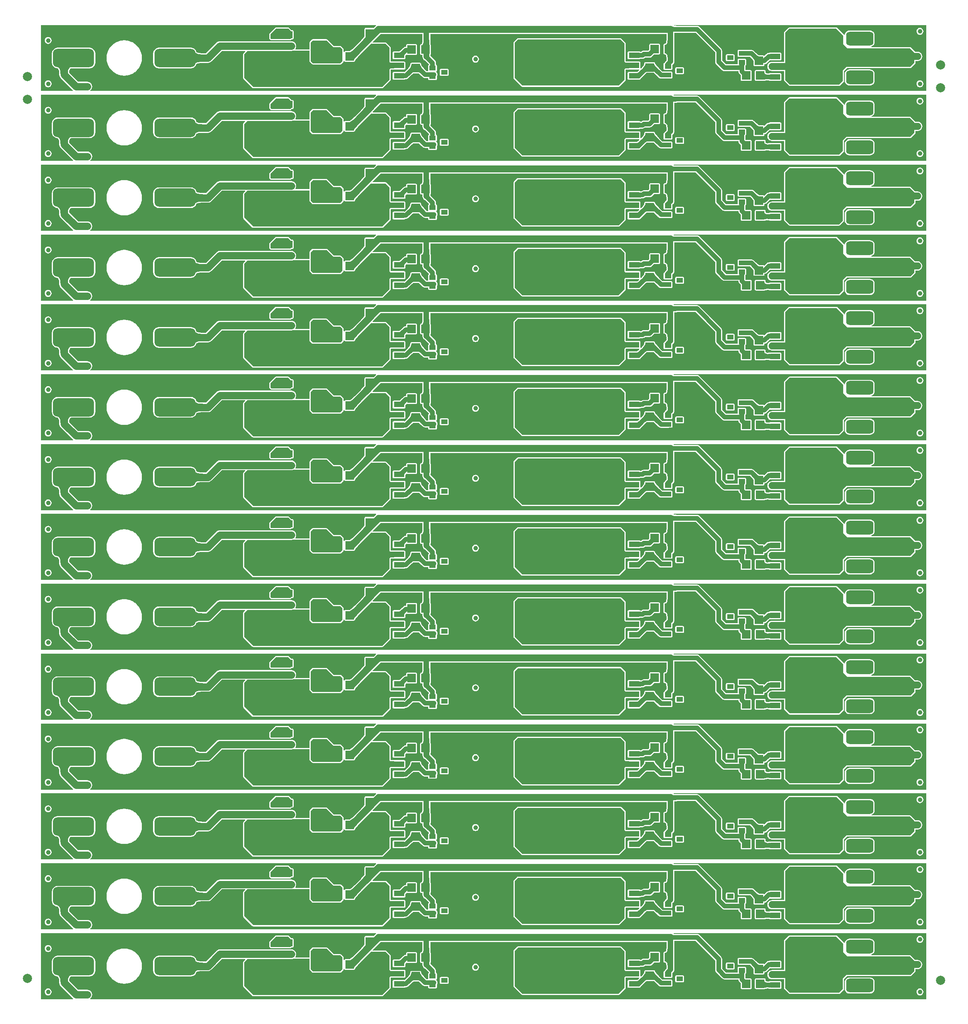
<source format=gtl>
G04 Layer_Physical_Order=1*
G04 Layer_Color=255*
%FSLAX44Y44*%
%MOMM*%
G71*
G01*
G75*
%ADD10C,2.0000*%
G04:AMPARAMS|DCode=11|XSize=9mm|YSize=4mm|CornerRadius=1mm|HoleSize=0mm|Usage=FLASHONLY|Rotation=180.000|XOffset=0mm|YOffset=0mm|HoleType=Round|Shape=RoundedRectangle|*
%AMROUNDEDRECTD11*
21,1,9.0000,2.0000,0,0,180.0*
21,1,7.0000,4.0000,0,0,180.0*
1,1,2.0000,-3.5000,1.0000*
1,1,2.0000,3.5000,1.0000*
1,1,2.0000,3.5000,-1.0000*
1,1,2.0000,-3.5000,-1.0000*
%
%ADD11ROUNDEDRECTD11*%
%ADD12R,1.8500X1.8500*%
%ADD13R,1.8500X1.8500*%
%ADD14R,1.8500X1.9500*%
%ADD15R,2.3000X1.2000*%
%ADD16R,2.0000X4.0000*%
%ADD17R,1.4000X1.0000*%
%ADD18R,2.0000X1.5000*%
G04:AMPARAMS|DCode=19|XSize=6mm|YSize=3mm|CornerRadius=0.75mm|HoleSize=0mm|Usage=FLASHONLY|Rotation=0.000|XOffset=0mm|YOffset=0mm|HoleType=Round|Shape=RoundedRectangle|*
%AMROUNDEDRECTD19*
21,1,6.0000,1.5000,0,0,0.0*
21,1,4.5000,3.0000,0,0,0.0*
1,1,1.5000,2.2500,-0.7500*
1,1,1.5000,-2.2500,-0.7500*
1,1,1.5000,-2.2500,0.7500*
1,1,1.5000,2.2500,0.7500*
%
%ADD19ROUNDEDRECTD19*%
%ADD20C,1.0000*%
%ADD21C,1.0000*%
%ADD22C,1.5000*%
%ADD23C,1.6000*%
%ADD24C,1.2000*%
G36*
X1438758Y2133749D02*
X1439260Y2133697D01*
X1441144Y2133611D01*
X1453840Y2133500D01*
Y2123500D01*
X1438550Y2123194D01*
Y2133807D01*
X1438758Y2133749D01*
D02*
G37*
G36*
X799803Y2123197D02*
X796842Y2120252D01*
X784376Y2109124D01*
X784183Y2108647D01*
X783638Y2107852D01*
X782742Y2106738D01*
X777943Y2101487D01*
X769980Y2093374D01*
X755176Y2099783D01*
X758359Y2103072D01*
X763310Y2108871D01*
X765078Y2111382D01*
X766374Y2113633D01*
X767199Y2115624D01*
X767552Y2117357D01*
X767434Y2118829D01*
X766844Y2120043D01*
X765783Y2120997D01*
X784217Y2109283D01*
Y2128717D01*
X784248Y2128768D01*
X784382Y2128921D01*
X787370Y2131973D01*
X789197Y2133804D01*
X799803Y2123197D01*
D02*
G37*
G36*
X1439217Y2094467D02*
X1421250Y2094437D01*
X1422390Y2094559D01*
X1423410Y2094921D01*
X1424310Y2095524D01*
X1425090Y2096367D01*
X1425750Y2097450D01*
X1426290Y2098773D01*
X1426710Y2100336D01*
X1427010Y2102140D01*
X1427190Y2104183D01*
X1427250Y2106467D01*
X1439250D01*
X1439217Y2094467D01*
D02*
G37*
G36*
X904765Y2103187D02*
X905278Y2095387D01*
X905469Y2094547D01*
X905689Y2093947D01*
X905938Y2093587D01*
X906217Y2093467D01*
X887783D01*
X888727Y2093587D01*
X889571Y2093947D01*
X890316Y2094547D01*
X890962Y2095387D01*
X891508Y2096467D01*
X891955Y2097787D01*
X892303Y2099347D01*
X892551Y2101147D01*
X892700Y2103187D01*
X892750Y2105467D01*
X904750D01*
X904765Y2103187D01*
D02*
G37*
G36*
X755627Y2079021D02*
X752604Y2075965D01*
X741149Y2062912D01*
X740353Y2061618D01*
X739876Y2060575D01*
X739717Y2059783D01*
X723004Y2078187D01*
X724122Y2077296D01*
X725463Y2076839D01*
X727027Y2076816D01*
X728814Y2077228D01*
X730824Y2078075D01*
X733057Y2079356D01*
X735512Y2081071D01*
X738191Y2083221D01*
X744217Y2088824D01*
X755627Y2079021D01*
D02*
G37*
G36*
X905384Y2074966D02*
X905251Y2074762D01*
X905134Y2074423D01*
X905032Y2073948D01*
X904946Y2073338D01*
X904820Y2071710D01*
X904750Y2068250D01*
X892750D01*
X892742Y2069539D01*
X892468Y2073948D01*
X892366Y2074423D01*
X892249Y2074762D01*
X892116Y2074966D01*
X891967Y2075033D01*
X905533D01*
X905384Y2074966D01*
D02*
G37*
G36*
X1439250Y2064033D02*
X1427250D01*
X1427190Y2066313D01*
X1427010Y2068353D01*
X1426710Y2070153D01*
X1426290Y2071713D01*
X1425750Y2073033D01*
X1425090Y2074113D01*
X1424310Y2074953D01*
X1423410Y2075553D01*
X1422390Y2075913D01*
X1421250Y2076033D01*
X1439217D01*
X1439250Y2064033D01*
D02*
G37*
G36*
X818000Y2088250D02*
Y2057000D01*
X820000Y2055000D01*
X828000D01*
Y2043000D01*
X820000D01*
X818000Y2041000D01*
Y2018000D01*
X802000Y2002000D01*
X731000Y2002000D01*
X731000Y2002000D01*
X519501D01*
X500000Y2021501D01*
X500000Y2074001D01*
X506869Y2080869D01*
X602750D01*
X605502Y2081232D01*
X606150Y2081500D01*
X642410Y2081500D01*
X642410Y2059000D01*
X642607Y2058009D01*
X643169Y2057169D01*
X648169Y2052169D01*
X649009Y2051608D01*
X650000Y2051411D01*
X710000D01*
X710991Y2051608D01*
X711831Y2052169D01*
X716831Y2057169D01*
X717393Y2058009D01*
X717590Y2059000D01*
X718826Y2058918D01*
X718857Y2058759D01*
X719419Y2057919D01*
X720259Y2057358D01*
X721250Y2057161D01*
X739750D01*
X740161Y2057242D01*
X740217Y2057242D01*
X740269Y2057264D01*
X740741Y2057358D01*
X741133Y2057619D01*
X741151Y2057627D01*
X741166Y2057642D01*
X741581Y2057919D01*
X741853Y2058326D01*
X741867Y2058340D01*
X741875Y2058359D01*
X742143Y2058759D01*
X742235Y2059221D01*
X742256Y2059273D01*
X742356Y2059770D01*
X742643Y2060396D01*
X743240Y2061369D01*
X754360Y2074039D01*
X777071Y2096750D01*
X809500Y2096750D01*
X818000Y2088250D01*
D02*
G37*
G36*
X695000Y2089000D02*
X710000D01*
X715000Y2084000D01*
Y2059000D01*
X710000Y2054000D01*
X650000D01*
X645000Y2059000D01*
X645000Y2099000D01*
X650000Y2104000D01*
X680000D01*
X695000Y2089000D01*
D02*
G37*
G36*
X1436785Y2054215D02*
X1434967Y2052217D01*
X1421033D01*
X1421050Y2052308D01*
X1421256Y2052580D01*
X1421652Y2053033D01*
X1427995Y2059563D01*
X1429715Y2061286D01*
X1436785Y2054215D01*
D02*
G37*
G36*
X391065Y2079715D02*
X391586Y2078358D01*
X392469Y2077161D01*
X393713Y2076123D01*
X395319Y2075246D01*
X397286Y2074527D01*
X399614Y2073969D01*
X402304Y2073570D01*
X405355Y2073330D01*
X408768Y2073250D01*
Y2057250D01*
X405314Y2057171D01*
X402222Y2056931D01*
X399491Y2056532D01*
X397122Y2055974D01*
X395114Y2055255D01*
X393467Y2054377D01*
X392182Y2053340D01*
X391258Y2052143D01*
X390695Y2050786D01*
X390494Y2049270D01*
X390905Y2081231D01*
X391065Y2079715D01*
D02*
G37*
G36*
X1596593Y2051458D02*
X1596259Y2051232D01*
X1595964Y2050855D01*
X1595708Y2050328D01*
X1595492Y2049650D01*
X1595315Y2048822D01*
X1595177Y2047842D01*
X1595079Y2046712D01*
X1595000Y2044000D01*
X1585000D01*
X1584980Y2045432D01*
X1584685Y2048822D01*
X1584508Y2049650D01*
X1584292Y2050328D01*
X1584036Y2050855D01*
X1583741Y2051232D01*
X1583407Y2051458D01*
X1583033Y2051533D01*
X1596967D01*
X1596593Y2051458D01*
D02*
G37*
G36*
X875175Y2034064D02*
X874613Y2034839D01*
X873862Y2035285D01*
X872921Y2035400D01*
X871791Y2035185D01*
X870471Y2034640D01*
X868962Y2033765D01*
X867264Y2032560D01*
X865377Y2031024D01*
X861033Y2026962D01*
X858962Y2039033D01*
X860305Y2040441D01*
X862568Y2043212D01*
X863487Y2044577D01*
X864265Y2045927D01*
X864902Y2047264D01*
X865397Y2048586D01*
X865750Y2049894D01*
X865962Y2051188D01*
X866033Y2052467D01*
X875175Y2034064D01*
D02*
G37*
G36*
X121000Y2045513D02*
X119480Y2045361D01*
X118120Y2044886D01*
X116920Y2044088D01*
X115880Y2042969D01*
X115000Y2041527D01*
X114280Y2039763D01*
X113720Y2037676D01*
X113320Y2035267D01*
X113080Y2032536D01*
X113000Y2029483D01*
X97000D01*
X96920Y2032553D01*
X96680Y2035302D01*
X96280Y2037728D01*
X95721Y2039832D01*
X95001Y2041613D01*
X94121Y2043072D01*
X93082Y2044209D01*
X91882Y2045023D01*
X90522Y2045515D01*
X89003Y2045685D01*
X121000Y2045513D01*
D02*
G37*
G36*
X884573Y2051437D02*
X884891Y2050292D01*
X885422Y2049033D01*
X886164Y2047658D01*
X887119Y2046169D01*
X888285Y2044564D01*
X891255Y2041011D01*
X895074Y2036998D01*
X890967Y2026962D01*
X888652Y2029207D01*
X884622Y2032673D01*
X882908Y2033895D01*
X881393Y2034776D01*
X880079Y2035316D01*
X878965Y2035514D01*
X878052Y2035372D01*
X877338Y2034888D01*
X876825Y2034064D01*
X884467Y2052467D01*
X884573Y2051437D01*
D02*
G37*
G36*
X1993881Y1993120D02*
X162523D01*
X162092Y1994389D01*
X163517Y1995483D01*
X165207Y1997685D01*
X166269Y2000249D01*
X166631Y2003000D01*
X166269Y2005752D01*
X165207Y2008316D01*
X163517Y2010517D01*
X161315Y2012207D01*
X158751Y2013269D01*
X156000Y2013631D01*
X135403D01*
X115746Y2033289D01*
X115891Y2034941D01*
X116254Y2037127D01*
X116739Y2038934D01*
X117319Y2040356D01*
X117955Y2041397D01*
X118609Y2042101D01*
X119282Y2042548D01*
X120044Y2042814D01*
X120420Y2042852D01*
X160750D01*
X164024Y2043283D01*
X167074Y2044547D01*
X169694Y2046557D01*
X171704Y2049176D01*
X172967Y2052227D01*
X173398Y2055500D01*
Y2075500D01*
X172967Y2078774D01*
X171704Y2081824D01*
X169694Y2084444D01*
X167074Y2086454D01*
X164024Y2087717D01*
X160750Y2088148D01*
X90750D01*
X87476Y2087717D01*
X84426Y2086454D01*
X81806Y2084444D01*
X79796Y2081824D01*
X78533Y2078774D01*
X78102Y2075500D01*
Y2055500D01*
X78533Y2052227D01*
X79796Y2049176D01*
X81806Y2046557D01*
X84426Y2044547D01*
X87476Y2043283D01*
X88670Y2043126D01*
X88715Y2043112D01*
X89140Y2043064D01*
X89998Y2042951D01*
X90695Y2042699D01*
X91375Y2042237D01*
X92036Y2041514D01*
X92677Y2040452D01*
X93259Y2039010D01*
X93745Y2037183D01*
X94109Y2034978D01*
X94333Y2032407D01*
X94369Y2031031D01*
Y2029000D01*
X94731Y2026249D01*
X95793Y2023685D01*
X97483Y2021483D01*
X123483Y1995483D01*
X124908Y1994389D01*
X124477Y1993120D01*
X54119D01*
Y2137881D01*
X788147D01*
X788578Y2136611D01*
X787339Y2135661D01*
X787339Y2135661D01*
X783019Y2131340D01*
X765750D01*
X764759Y2131143D01*
X763919Y2130582D01*
X763357Y2129741D01*
X763160Y2128750D01*
Y2113241D01*
X762892Y2112776D01*
X761262Y2110461D01*
X756442Y2104815D01*
X754895Y2103217D01*
X741676Y2089998D01*
X736497Y2085182D01*
X733959Y2083145D01*
X731668Y2081545D01*
X730440Y2080840D01*
X721250D01*
X720259Y2080643D01*
X719419Y2080082D01*
X718857Y2079241D01*
X717590Y2079379D01*
Y2084000D01*
X717393Y2084991D01*
X716831Y2085832D01*
X711831Y2090832D01*
X710991Y2091393D01*
X710000Y2091590D01*
X696073D01*
X681831Y2105832D01*
X680991Y2106393D01*
X680000Y2106590D01*
X650000D01*
X649009Y2106393D01*
X648169Y2105832D01*
X643169Y2100832D01*
X642607Y2099991D01*
X642410Y2099000D01*
Y2084090D01*
X611785Y2084090D01*
X611223Y2085229D01*
X611957Y2086185D01*
X613019Y2088749D01*
X613381Y2091500D01*
X613019Y2094252D01*
X611957Y2096816D01*
X610267Y2099018D01*
X608065Y2100707D01*
X605502Y2101769D01*
X602750Y2102131D01*
X446250D01*
X443499Y2101769D01*
X440935Y2100707D01*
X438733Y2099018D01*
X415597Y2075881D01*
X407037D01*
X405487Y2075918D01*
X402596Y2076144D01*
X400108Y2076514D01*
X398035Y2077011D01*
X396390Y2077611D01*
X395178Y2078274D01*
X395015Y2078410D01*
X394967Y2078774D01*
X393704Y2081824D01*
X391694Y2084444D01*
X389074Y2086454D01*
X386024Y2087717D01*
X382750Y2088148D01*
X312750D01*
X309476Y2087717D01*
X306426Y2086454D01*
X303806Y2084444D01*
X301796Y2081824D01*
X300533Y2078774D01*
X300102Y2075500D01*
Y2055500D01*
X300533Y2052227D01*
X301796Y2049176D01*
X303806Y2046557D01*
X306426Y2044547D01*
X309476Y2043283D01*
X312750Y2042852D01*
X382750D01*
X386024Y2043283D01*
X389074Y2044547D01*
X391694Y2046557D01*
X393704Y2049176D01*
X394967Y2052227D01*
X394969Y2052243D01*
X396165Y2052881D01*
X397857Y2053486D01*
X399977Y2053986D01*
X402510Y2054356D01*
X405444Y2054583D01*
X407016Y2054619D01*
X420000D01*
X422752Y2054982D01*
X425316Y2056044D01*
X427517Y2057733D01*
X450653Y2080869D01*
X501547D01*
X502033Y2079696D01*
X498169Y2075832D01*
X497608Y2074992D01*
X497411Y2074001D01*
X497410Y2021501D01*
X497607Y2020510D01*
X498169Y2019669D01*
X517670Y2000169D01*
X517670Y2000169D01*
X518510Y1999608D01*
X519501Y1999411D01*
X731000D01*
X731000Y1999411D01*
X802000Y1999411D01*
X802991Y1999608D01*
X803831Y2000169D01*
X819831Y2016169D01*
X820393Y2017009D01*
X820590Y2018000D01*
Y2039928D01*
X821073Y2040411D01*
X850250D01*
X851241Y2040608D01*
X852081Y2041169D01*
X852643Y2042009D01*
X852840Y2043000D01*
Y2055000D01*
X852643Y2055991D01*
X852081Y2056832D01*
X851241Y2057393D01*
X850250Y2057590D01*
X828000D01*
X828000Y2057590D01*
X821073D01*
X820590Y2058073D01*
Y2088250D01*
X820393Y2089241D01*
X819831Y2090082D01*
X811331Y2098582D01*
X810491Y2099143D01*
X809500Y2099340D01*
X781320Y2099340D01*
X780834Y2100513D01*
X798695Y2118374D01*
X890136D01*
Y2104398D01*
X890113Y2103310D01*
X889975Y2101419D01*
X889752Y2099807D01*
X889458Y2098486D01*
X889114Y2097472D01*
X888761Y2096773D01*
X888451Y2096371D01*
X888226Y2096189D01*
X888043Y2096111D01*
X887878Y2096090D01*
X887750D01*
X887522Y2096045D01*
X887456Y2096036D01*
X887421Y2096025D01*
X886759Y2095893D01*
X885919Y2095332D01*
X885357Y2094491D01*
X885292Y2094164D01*
X885285Y2094149D01*
X885282Y2094112D01*
X885160Y2093500D01*
Y2075000D01*
X885357Y2074009D01*
X885919Y2073169D01*
X886759Y2072608D01*
X887750Y2072411D01*
X889969D01*
X890136Y2069717D01*
Y2068250D01*
X890430Y2066021D01*
X891290Y2063943D01*
X892659Y2062160D01*
X894443Y2060791D01*
X896170Y2060076D01*
X904091Y2052154D01*
X904130Y2051859D01*
X903887Y2050644D01*
X903419Y2050332D01*
X902857Y2049491D01*
X902660Y2048500D01*
Y2038500D01*
X902785Y2037876D01*
X902202Y2036868D01*
X901934Y2036605D01*
X899150D01*
X896503Y2039252D01*
X893189Y2042735D01*
X890329Y2046158D01*
X889258Y2047630D01*
X888397Y2048974D01*
X887760Y2050153D01*
X887342Y2051145D01*
X887127Y2051920D01*
X887090Y2052280D01*
Y2052500D01*
X886893Y2053491D01*
X886331Y2054332D01*
X885491Y2054893D01*
X884500Y2055090D01*
X866000D01*
X865009Y2054893D01*
X864169Y2054332D01*
X863607Y2053491D01*
X863410Y2052500D01*
Y2051942D01*
X863384Y2051470D01*
X863216Y2050443D01*
X862928Y2049379D01*
X862515Y2048276D01*
X861971Y2047132D01*
X861289Y2045948D01*
X860487Y2044758D01*
X858363Y2042156D01*
X857566Y2041322D01*
X851155Y2034910D01*
X850250Y2035090D01*
X827250D01*
X826259Y2034893D01*
X825419Y2034332D01*
X824857Y2033491D01*
X824660Y2032500D01*
Y2020500D01*
X824857Y2019509D01*
X825419Y2018669D01*
X826259Y2018108D01*
X827250Y2017911D01*
X850250D01*
X851241Y2018108D01*
X852081Y2018669D01*
X852232Y2018895D01*
X853500D01*
X855468Y2019154D01*
X857303Y2019914D01*
X858878Y2021123D01*
X863167Y2025412D01*
X867080Y2029072D01*
X868832Y2030497D01*
X870119Y2031411D01*
X881932D01*
X883023Y2030633D01*
X886905Y2027294D01*
X888439Y2025806D01*
X890622Y2023623D01*
X892197Y2022414D01*
X892957Y2022099D01*
X894032Y2021654D01*
X896000Y2021395D01*
X902660D01*
Y2019500D01*
X902857Y2018509D01*
X903419Y2017669D01*
X904259Y2017108D01*
X905250Y2016911D01*
X919250D01*
X920241Y2017108D01*
X921081Y2017669D01*
X921643Y2018509D01*
X921840Y2019500D01*
Y2024877D01*
X922086Y2025198D01*
X922846Y2027032D01*
X923105Y2029000D01*
X922846Y2030969D01*
X922086Y2032803D01*
X920878Y2034378D01*
X920296Y2034824D01*
X920277Y2035282D01*
X920491Y2036275D01*
X921081Y2036669D01*
X921643Y2037509D01*
X921840Y2038500D01*
Y2048500D01*
X921643Y2049491D01*
X921081Y2050332D01*
X920241Y2050893D01*
X919855Y2050970D01*
Y2054750D01*
X919596Y2056719D01*
X918836Y2058553D01*
X917628Y2060128D01*
X907383Y2070372D01*
X907408Y2071584D01*
X907500Y2072781D01*
X908081Y2073169D01*
X908643Y2074009D01*
X908840Y2075000D01*
Y2093500D01*
X908643Y2094491D01*
X908081Y2095332D01*
X907922Y2095438D01*
X907849Y2095761D01*
X907364Y2103132D01*
Y2118374D01*
X1424636D01*
Y2105592D01*
X1424603Y2104331D01*
X1424439Y2102466D01*
X1424176Y2100886D01*
X1423831Y2099601D01*
X1423431Y2098620D01*
X1423013Y2097936D01*
X1422616Y2097507D01*
X1422238Y2097253D01*
X1421811Y2097101D01*
X1421704Y2097090D01*
X1420750D01*
X1419759Y2096893D01*
X1418919Y2096332D01*
X1418357Y2095491D01*
X1418160Y2094500D01*
Y2076000D01*
X1418357Y2075009D01*
X1418919Y2074169D01*
X1419759Y2073608D01*
X1420750Y2073411D01*
X1421427D01*
X1421816Y2073370D01*
X1422243Y2073219D01*
X1422620Y2072968D01*
X1423016Y2072541D01*
X1423432Y2071860D01*
X1423831Y2070883D01*
X1424176Y2069603D01*
X1424439Y2068026D01*
X1424603Y2066166D01*
X1424636Y2064907D01*
Y2059892D01*
X1421872Y2057128D01*
X1421322Y2056411D01*
X1419794Y2054838D01*
X1419756Y2054779D01*
X1419700Y2054736D01*
X1419305Y2054282D01*
X1419260Y2054204D01*
X1419193Y2054145D01*
X1418986Y2053873D01*
X1418947Y2053791D01*
X1418883Y2053726D01*
X1418810Y2053545D01*
X1418607Y2053241D01*
X1418557Y2052989D01*
X1418545Y2052964D01*
X1418542Y2052911D01*
X1418529Y2052848D01*
X1418506Y2052789D01*
X1418488Y2052699D01*
X1418489Y2052645D01*
X1418410Y2052250D01*
Y2042250D01*
X1418607Y2041259D01*
X1419169Y2040419D01*
X1420009Y2039858D01*
X1421000Y2039661D01*
X1427134D01*
X1427250Y2039645D01*
X1427366Y2039661D01*
X1435000D01*
X1435991Y2039858D01*
X1436831Y2040419D01*
X1437393Y2041259D01*
X1437590Y2042250D01*
Y2050316D01*
X1439341Y2051660D01*
X1440710Y2053443D01*
X1441570Y2055521D01*
X1441864Y2057750D01*
Y2120670D01*
X1453103Y2120895D01*
X1488350D01*
X1531395Y2077850D01*
Y2057000D01*
X1531654Y2055032D01*
X1532414Y2053198D01*
X1533622Y2051623D01*
X1546622Y2038623D01*
X1548197Y2037414D01*
X1548957Y2037099D01*
X1550032Y2036654D01*
X1552000Y2036395D01*
X1582395D01*
Y2036250D01*
X1582654Y2034282D01*
X1583414Y2032448D01*
X1584622Y2030873D01*
X1587410Y2028085D01*
Y2017750D01*
X1587607Y2016759D01*
X1588169Y2015919D01*
X1589009Y2015358D01*
X1590000Y2015161D01*
X1608500D01*
X1609491Y2015358D01*
X1610331Y2015919D01*
X1610893Y2016759D01*
X1611090Y2017750D01*
Y2036250D01*
X1610893Y2037241D01*
X1610331Y2038082D01*
X1609491Y2038643D01*
X1608500Y2038840D01*
X1598165D01*
X1597605Y2039400D01*
Y2044491D01*
X1597665Y2046562D01*
X1597751Y2047549D01*
X1597867Y2048370D01*
X1597998Y2048984D01*
X1598050Y2049147D01*
X1598392Y2049376D01*
X1598411Y2049384D01*
X1598426Y2049398D01*
X1598831Y2049669D01*
X1599109Y2050085D01*
X1599124Y2050100D01*
X1599132Y2050119D01*
X1599393Y2050509D01*
X1599487Y2050982D01*
X1599508Y2051035D01*
X1599508Y2051090D01*
X1599590Y2051500D01*
Y2061500D01*
X1599393Y2062491D01*
X1598831Y2063332D01*
X1597991Y2063893D01*
X1597000Y2064090D01*
X1590116D01*
X1590000Y2064105D01*
X1589884Y2064090D01*
X1583000D01*
X1582009Y2063893D01*
X1581169Y2063332D01*
X1580607Y2062491D01*
X1580410Y2061500D01*
Y2051605D01*
X1555150D01*
X1546605Y2060150D01*
Y2081000D01*
X1546346Y2082969D01*
X1545586Y2084803D01*
X1544378Y2086378D01*
X1496878Y2133878D01*
X1495303Y2135087D01*
X1493468Y2135846D01*
X1491500Y2136105D01*
X1452089D01*
X1441214Y2136200D01*
X1440387Y2136238D01*
X1440106Y2136611D01*
X1440739Y2137881D01*
X1993881D01*
Y1993120D01*
D02*
G37*
G36*
X1438758Y1980749D02*
X1439260Y1980697D01*
X1441144Y1980611D01*
X1453840Y1980500D01*
Y1970500D01*
X1438550Y1970194D01*
Y1980807D01*
X1438758Y1980749D01*
D02*
G37*
G36*
X799803Y1970197D02*
X796842Y1967252D01*
X784376Y1956124D01*
X784183Y1955647D01*
X783638Y1954851D01*
X782742Y1953738D01*
X777943Y1948488D01*
X769980Y1940373D01*
X755176Y1946783D01*
X758359Y1950072D01*
X763310Y1955871D01*
X765078Y1958382D01*
X766374Y1960633D01*
X767199Y1962624D01*
X767552Y1964357D01*
X767434Y1965829D01*
X766844Y1967043D01*
X765783Y1967997D01*
X784217Y1956283D01*
Y1975717D01*
X784248Y1975768D01*
X784382Y1975921D01*
X787370Y1978972D01*
X789197Y1980804D01*
X799803Y1970197D01*
D02*
G37*
G36*
X1439217Y1941467D02*
X1421250Y1941437D01*
X1422390Y1941559D01*
X1423410Y1941921D01*
X1424310Y1942524D01*
X1425090Y1943367D01*
X1425750Y1944450D01*
X1426290Y1945773D01*
X1426710Y1947336D01*
X1427010Y1949140D01*
X1427190Y1951183D01*
X1427250Y1953467D01*
X1439250D01*
X1439217Y1941467D01*
D02*
G37*
G36*
X904765Y1950187D02*
X905278Y1942387D01*
X905469Y1941547D01*
X905689Y1940947D01*
X905938Y1940587D01*
X906217Y1940467D01*
X887783D01*
X888727Y1940587D01*
X889571Y1940947D01*
X890316Y1941547D01*
X890962Y1942387D01*
X891508Y1943467D01*
X891955Y1944787D01*
X892303Y1946347D01*
X892551Y1948147D01*
X892700Y1950187D01*
X892750Y1952467D01*
X904750D01*
X904765Y1950187D01*
D02*
G37*
G36*
X755627Y1926021D02*
X752604Y1922964D01*
X741149Y1909912D01*
X740353Y1908618D01*
X739876Y1907575D01*
X739717Y1906783D01*
X723004Y1925187D01*
X724122Y1924296D01*
X725463Y1923839D01*
X727027Y1923816D01*
X728814Y1924228D01*
X730824Y1925075D01*
X733057Y1926356D01*
X735512Y1928071D01*
X738191Y1930221D01*
X744217Y1935824D01*
X755627Y1926021D01*
D02*
G37*
G36*
X905384Y1921965D02*
X905251Y1921762D01*
X905134Y1921423D01*
X905032Y1920948D01*
X904946Y1920338D01*
X904820Y1918710D01*
X904750Y1915250D01*
X892750D01*
X892742Y1916539D01*
X892468Y1920948D01*
X892366Y1921423D01*
X892249Y1921762D01*
X892116Y1921965D01*
X891967Y1922033D01*
X905533D01*
X905384Y1921965D01*
D02*
G37*
G36*
X1439250Y1911033D02*
X1427250D01*
X1427190Y1913313D01*
X1427010Y1915353D01*
X1426710Y1917153D01*
X1426290Y1918713D01*
X1425750Y1920033D01*
X1425090Y1921113D01*
X1424310Y1921953D01*
X1423410Y1922553D01*
X1422390Y1922913D01*
X1421250Y1923033D01*
X1439217D01*
X1439250Y1911033D01*
D02*
G37*
G36*
X818000Y1935250D02*
Y1904000D01*
X820000Y1902000D01*
X828000D01*
Y1890000D01*
X820000D01*
X818000Y1888000D01*
Y1865000D01*
X802000Y1849000D01*
X731000Y1849000D01*
X731000Y1849000D01*
X519501D01*
X500000Y1868501D01*
X500000Y1921001D01*
X506869Y1927869D01*
X602750D01*
X605502Y1928232D01*
X606150Y1928500D01*
X642410Y1928500D01*
X642410Y1906000D01*
X642607Y1905009D01*
X643169Y1904169D01*
X648169Y1899169D01*
X649009Y1898608D01*
X650000Y1898411D01*
X710000D01*
X710991Y1898608D01*
X711831Y1899169D01*
X716831Y1904169D01*
X717393Y1905009D01*
X717590Y1906000D01*
X718826Y1905918D01*
X718857Y1905759D01*
X719419Y1904919D01*
X720259Y1904358D01*
X721250Y1904161D01*
X739750D01*
X740161Y1904242D01*
X740217Y1904242D01*
X740269Y1904264D01*
X740741Y1904358D01*
X741133Y1904619D01*
X741151Y1904627D01*
X741166Y1904642D01*
X741581Y1904919D01*
X741853Y1905326D01*
X741867Y1905340D01*
X741875Y1905359D01*
X742143Y1905759D01*
X742235Y1906221D01*
X742256Y1906273D01*
X742356Y1906770D01*
X742643Y1907396D01*
X743240Y1908369D01*
X754360Y1921039D01*
X777071Y1943750D01*
X809500Y1943750D01*
X818000Y1935250D01*
D02*
G37*
G36*
X695000Y1936000D02*
X710000D01*
X715000Y1931000D01*
Y1906000D01*
X710000Y1901000D01*
X650000D01*
X645000Y1906000D01*
X645000Y1946000D01*
X650000Y1951000D01*
X680000D01*
X695000Y1936000D01*
D02*
G37*
G36*
X1436785Y1901215D02*
X1434967Y1899217D01*
X1421033D01*
X1421050Y1899308D01*
X1421256Y1899580D01*
X1421652Y1900034D01*
X1427995Y1906563D01*
X1429715Y1908286D01*
X1436785Y1901215D01*
D02*
G37*
G36*
X391065Y1926715D02*
X391586Y1925358D01*
X392469Y1924161D01*
X393713Y1923123D01*
X395319Y1922245D01*
X397286Y1921527D01*
X399614Y1920969D01*
X402304Y1920569D01*
X405355Y1920330D01*
X408768Y1920250D01*
Y1904250D01*
X405314Y1904171D01*
X402222Y1903931D01*
X399491Y1903532D01*
X397122Y1902973D01*
X395114Y1902255D01*
X393467Y1901377D01*
X392182Y1900340D01*
X391258Y1899143D01*
X390695Y1897786D01*
X390494Y1896270D01*
X390905Y1928231D01*
X391065Y1926715D01*
D02*
G37*
G36*
X1596593Y1898458D02*
X1596259Y1898232D01*
X1595964Y1897855D01*
X1595708Y1897328D01*
X1595492Y1896650D01*
X1595315Y1895821D01*
X1595177Y1894842D01*
X1595079Y1893712D01*
X1595000Y1891000D01*
X1585000D01*
X1584980Y1892432D01*
X1584685Y1895821D01*
X1584508Y1896650D01*
X1584292Y1897328D01*
X1584036Y1897855D01*
X1583741Y1898232D01*
X1583407Y1898458D01*
X1583033Y1898533D01*
X1596967D01*
X1596593Y1898458D01*
D02*
G37*
G36*
X875175Y1881064D02*
X874613Y1881839D01*
X873862Y1882285D01*
X872921Y1882400D01*
X871791Y1882185D01*
X870471Y1881640D01*
X868962Y1880765D01*
X867264Y1879560D01*
X865377Y1878024D01*
X861033Y1873962D01*
X858962Y1886033D01*
X860305Y1887440D01*
X862568Y1890212D01*
X863487Y1891577D01*
X864265Y1892927D01*
X864902Y1894264D01*
X865397Y1895586D01*
X865750Y1896894D01*
X865962Y1898188D01*
X866033Y1899467D01*
X875175Y1881064D01*
D02*
G37*
G36*
X121000Y1892513D02*
X119480Y1892361D01*
X118120Y1891886D01*
X116920Y1891088D01*
X115880Y1889969D01*
X115000Y1888527D01*
X114280Y1886763D01*
X113720Y1884676D01*
X113320Y1882267D01*
X113080Y1879536D01*
X113000Y1876483D01*
X97000D01*
X96920Y1879553D01*
X96680Y1882302D01*
X96280Y1884728D01*
X95721Y1886832D01*
X95001Y1888613D01*
X94121Y1890072D01*
X93082Y1891209D01*
X91882Y1892023D01*
X90522Y1892516D01*
X89003Y1892685D01*
X121000Y1892513D01*
D02*
G37*
G36*
X884573Y1898437D02*
X884891Y1897292D01*
X885422Y1896033D01*
X886164Y1894658D01*
X887119Y1893168D01*
X888285Y1891564D01*
X891255Y1888011D01*
X895074Y1883998D01*
X890967Y1873962D01*
X888652Y1876207D01*
X884622Y1879673D01*
X882908Y1880895D01*
X881393Y1881776D01*
X880079Y1882316D01*
X878965Y1882514D01*
X878052Y1882372D01*
X877338Y1881888D01*
X876825Y1881064D01*
X884467Y1899467D01*
X884573Y1898437D01*
D02*
G37*
G36*
X1993881Y1840119D02*
X162523D01*
X162092Y1841389D01*
X163517Y1842483D01*
X165207Y1844685D01*
X166269Y1847249D01*
X166631Y1850000D01*
X166269Y1852752D01*
X165207Y1855316D01*
X163517Y1857518D01*
X161315Y1859207D01*
X158751Y1860269D01*
X156000Y1860631D01*
X135403D01*
X115746Y1880289D01*
X115891Y1881941D01*
X116254Y1884127D01*
X116739Y1885934D01*
X117319Y1887356D01*
X117955Y1888397D01*
X118609Y1889101D01*
X119282Y1889548D01*
X120044Y1889814D01*
X120420Y1889852D01*
X160750D01*
X164024Y1890283D01*
X167074Y1891547D01*
X169694Y1893557D01*
X171704Y1896176D01*
X172967Y1899227D01*
X173398Y1902500D01*
Y1922500D01*
X172967Y1925774D01*
X171704Y1928824D01*
X169694Y1931444D01*
X167074Y1933454D01*
X164024Y1934718D01*
X160750Y1935148D01*
X90750D01*
X87476Y1934718D01*
X84426Y1933454D01*
X81806Y1931444D01*
X79796Y1928824D01*
X78533Y1925774D01*
X78102Y1922500D01*
Y1902500D01*
X78533Y1899227D01*
X79796Y1896176D01*
X81806Y1893557D01*
X84426Y1891547D01*
X87476Y1890283D01*
X88670Y1890126D01*
X88715Y1890112D01*
X89140Y1890064D01*
X89998Y1889951D01*
X90695Y1889699D01*
X91375Y1889237D01*
X92036Y1888515D01*
X92677Y1887452D01*
X93259Y1886010D01*
X93745Y1884183D01*
X94109Y1881978D01*
X94333Y1879407D01*
X94369Y1878031D01*
Y1876000D01*
X94731Y1873249D01*
X95793Y1870685D01*
X97483Y1868483D01*
X123483Y1842483D01*
X124908Y1841389D01*
X124477Y1840119D01*
X54119D01*
Y1984881D01*
X788147D01*
X788578Y1983611D01*
X787339Y1982661D01*
X787339Y1982661D01*
X783019Y1978340D01*
X765750D01*
X764759Y1978143D01*
X763919Y1977582D01*
X763357Y1976741D01*
X763160Y1975750D01*
Y1960242D01*
X762892Y1959776D01*
X761262Y1957461D01*
X756442Y1951815D01*
X754895Y1950217D01*
X741676Y1936998D01*
X736497Y1932182D01*
X733959Y1930145D01*
X731668Y1928545D01*
X730440Y1927840D01*
X721250D01*
X720259Y1927643D01*
X719419Y1927082D01*
X718857Y1926241D01*
X717590Y1926378D01*
Y1931000D01*
X717393Y1931991D01*
X716831Y1932832D01*
X711831Y1937832D01*
X710991Y1938393D01*
X710000Y1938590D01*
X696073D01*
X681831Y1952832D01*
X680991Y1953393D01*
X680000Y1953590D01*
X650000D01*
X649009Y1953393D01*
X648169Y1952832D01*
X643169Y1947832D01*
X642607Y1946991D01*
X642410Y1946000D01*
Y1931090D01*
X611785Y1931090D01*
X611223Y1932229D01*
X611957Y1933185D01*
X613019Y1935749D01*
X613381Y1938500D01*
X613019Y1941252D01*
X611957Y1943816D01*
X610267Y1946017D01*
X608065Y1947707D01*
X605502Y1948769D01*
X602750Y1949131D01*
X446250D01*
X443499Y1948769D01*
X440935Y1947707D01*
X438733Y1946017D01*
X415597Y1922881D01*
X407037D01*
X405487Y1922917D01*
X402596Y1923144D01*
X400108Y1923513D01*
X398035Y1924011D01*
X396390Y1924611D01*
X395178Y1925274D01*
X395015Y1925410D01*
X394967Y1925774D01*
X393704Y1928824D01*
X391694Y1931444D01*
X389074Y1933454D01*
X386024Y1934718D01*
X382750Y1935148D01*
X312750D01*
X309476Y1934718D01*
X306426Y1933454D01*
X303806Y1931444D01*
X301796Y1928824D01*
X300533Y1925774D01*
X300102Y1922500D01*
Y1902500D01*
X300533Y1899227D01*
X301796Y1896176D01*
X303806Y1893557D01*
X306426Y1891547D01*
X309476Y1890283D01*
X312750Y1889852D01*
X382750D01*
X386024Y1890283D01*
X389074Y1891547D01*
X391694Y1893557D01*
X393704Y1896176D01*
X394967Y1899227D01*
X394969Y1899243D01*
X396165Y1899881D01*
X397857Y1900486D01*
X399977Y1900986D01*
X402510Y1901356D01*
X405444Y1901583D01*
X407016Y1901619D01*
X420000D01*
X422752Y1901982D01*
X425316Y1903044D01*
X427517Y1904733D01*
X450653Y1927869D01*
X501547D01*
X502033Y1926696D01*
X498169Y1922832D01*
X497608Y1921992D01*
X497411Y1921001D01*
X497410Y1868501D01*
X497607Y1867509D01*
X498169Y1866669D01*
X517670Y1847169D01*
X517670Y1847169D01*
X518510Y1846608D01*
X519501Y1846411D01*
X731000D01*
X731000Y1846411D01*
X802000Y1846411D01*
X802991Y1846608D01*
X803831Y1847169D01*
X819831Y1863169D01*
X820393Y1864009D01*
X820590Y1865000D01*
Y1886928D01*
X821073Y1887411D01*
X850250D01*
X851241Y1887608D01*
X852081Y1888169D01*
X852643Y1889009D01*
X852840Y1890000D01*
Y1902000D01*
X852643Y1902991D01*
X852081Y1903831D01*
X851241Y1904393D01*
X850250Y1904590D01*
X828000D01*
X828000Y1904590D01*
X821073D01*
X820590Y1905073D01*
Y1935250D01*
X820393Y1936241D01*
X819831Y1937082D01*
X811331Y1945582D01*
X810491Y1946143D01*
X809500Y1946340D01*
X781320Y1946340D01*
X780834Y1947513D01*
X798695Y1965374D01*
X890136D01*
Y1951398D01*
X890113Y1950310D01*
X889975Y1948419D01*
X889752Y1946807D01*
X889458Y1945486D01*
X889114Y1944472D01*
X888761Y1943773D01*
X888451Y1943371D01*
X888226Y1943189D01*
X888043Y1943111D01*
X887878Y1943090D01*
X887750D01*
X887522Y1943045D01*
X887456Y1943036D01*
X887421Y1943025D01*
X886759Y1942893D01*
X885919Y1942332D01*
X885357Y1941491D01*
X885292Y1941165D01*
X885285Y1941149D01*
X885282Y1941112D01*
X885160Y1940500D01*
Y1922000D01*
X885357Y1921009D01*
X885919Y1920169D01*
X886759Y1919608D01*
X887750Y1919411D01*
X889969D01*
X890136Y1916717D01*
Y1915250D01*
X890430Y1913021D01*
X891290Y1910943D01*
X892659Y1909160D01*
X894443Y1907791D01*
X896170Y1907076D01*
X904091Y1899154D01*
X904130Y1898859D01*
X903887Y1897644D01*
X903419Y1897332D01*
X902857Y1896491D01*
X902660Y1895500D01*
Y1885500D01*
X902785Y1884875D01*
X902202Y1883868D01*
X901934Y1883605D01*
X899150D01*
X896503Y1886252D01*
X893189Y1889736D01*
X890329Y1893158D01*
X889258Y1894630D01*
X888397Y1895974D01*
X887760Y1897153D01*
X887342Y1898145D01*
X887127Y1898920D01*
X887090Y1899280D01*
Y1899500D01*
X886893Y1900491D01*
X886331Y1901332D01*
X885491Y1901893D01*
X884500Y1902090D01*
X866000D01*
X865009Y1901893D01*
X864169Y1901332D01*
X863607Y1900491D01*
X863410Y1899500D01*
Y1898942D01*
X863384Y1898469D01*
X863216Y1897443D01*
X862928Y1896379D01*
X862515Y1895276D01*
X861971Y1894132D01*
X861289Y1892948D01*
X860487Y1891758D01*
X858363Y1889156D01*
X857566Y1888322D01*
X851155Y1881910D01*
X850250Y1882090D01*
X827250D01*
X826259Y1881893D01*
X825419Y1881331D01*
X824857Y1880491D01*
X824660Y1879500D01*
Y1867500D01*
X824857Y1866509D01*
X825419Y1865669D01*
X826259Y1865108D01*
X827250Y1864911D01*
X850250D01*
X851241Y1865108D01*
X852081Y1865669D01*
X852232Y1865895D01*
X853500D01*
X855468Y1866154D01*
X857303Y1866914D01*
X858878Y1868123D01*
X863167Y1872412D01*
X867080Y1876072D01*
X868832Y1877497D01*
X870119Y1878411D01*
X881932D01*
X883023Y1877633D01*
X886905Y1874294D01*
X888439Y1872806D01*
X890622Y1870623D01*
X892197Y1869414D01*
X892957Y1869099D01*
X894032Y1868654D01*
X896000Y1868395D01*
X902660D01*
Y1866500D01*
X902857Y1865509D01*
X903419Y1864669D01*
X904259Y1864108D01*
X905250Y1863911D01*
X919250D01*
X920241Y1864108D01*
X921081Y1864669D01*
X921643Y1865509D01*
X921840Y1866500D01*
Y1871877D01*
X922086Y1872198D01*
X922846Y1874032D01*
X923105Y1876000D01*
X922846Y1877969D01*
X922086Y1879803D01*
X920878Y1881378D01*
X920296Y1881824D01*
X920277Y1882282D01*
X920491Y1883275D01*
X921081Y1883669D01*
X921643Y1884509D01*
X921840Y1885500D01*
Y1895500D01*
X921643Y1896491D01*
X921081Y1897332D01*
X920241Y1897893D01*
X919855Y1897970D01*
Y1901750D01*
X919596Y1903719D01*
X918836Y1905553D01*
X917628Y1907128D01*
X907383Y1917372D01*
X907408Y1918584D01*
X907500Y1919781D01*
X908081Y1920169D01*
X908643Y1921009D01*
X908840Y1922000D01*
Y1940500D01*
X908643Y1941491D01*
X908081Y1942332D01*
X907922Y1942438D01*
X907849Y1942761D01*
X907364Y1950132D01*
Y1965374D01*
X1424636D01*
Y1952592D01*
X1424603Y1951331D01*
X1424439Y1949466D01*
X1424176Y1947886D01*
X1423831Y1946601D01*
X1423431Y1945620D01*
X1423013Y1944936D01*
X1422616Y1944507D01*
X1422238Y1944253D01*
X1421811Y1944102D01*
X1421704Y1944090D01*
X1420750D01*
X1419759Y1943893D01*
X1418919Y1943332D01*
X1418357Y1942491D01*
X1418160Y1941500D01*
Y1923000D01*
X1418357Y1922009D01*
X1418919Y1921169D01*
X1419759Y1920608D01*
X1420750Y1920411D01*
X1421427D01*
X1421816Y1920370D01*
X1422243Y1920219D01*
X1422620Y1919968D01*
X1423016Y1919541D01*
X1423432Y1918860D01*
X1423831Y1917883D01*
X1424176Y1916602D01*
X1424439Y1915026D01*
X1424603Y1913166D01*
X1424636Y1911907D01*
Y1906892D01*
X1421872Y1904128D01*
X1421322Y1903410D01*
X1419794Y1901838D01*
X1419756Y1901779D01*
X1419700Y1901736D01*
X1419305Y1901282D01*
X1419260Y1901204D01*
X1419193Y1901145D01*
X1418986Y1900873D01*
X1418947Y1900791D01*
X1418883Y1900726D01*
X1418810Y1900545D01*
X1418607Y1900241D01*
X1418557Y1899989D01*
X1418545Y1899964D01*
X1418542Y1899911D01*
X1418529Y1899848D01*
X1418506Y1899789D01*
X1418488Y1899698D01*
X1418489Y1899645D01*
X1418410Y1899250D01*
Y1889250D01*
X1418607Y1888259D01*
X1419169Y1887419D01*
X1420009Y1886858D01*
X1421000Y1886661D01*
X1427134D01*
X1427250Y1886645D01*
X1427366Y1886661D01*
X1435000D01*
X1435991Y1886858D01*
X1436831Y1887419D01*
X1437393Y1888259D01*
X1437590Y1889250D01*
Y1897316D01*
X1439341Y1898660D01*
X1440710Y1900444D01*
X1441570Y1902521D01*
X1441864Y1904750D01*
Y1967670D01*
X1453103Y1967895D01*
X1488350D01*
X1531395Y1924850D01*
Y1904000D01*
X1531654Y1902032D01*
X1532414Y1900198D01*
X1533622Y1898623D01*
X1546622Y1885623D01*
X1548197Y1884414D01*
X1548957Y1884099D01*
X1550032Y1883654D01*
X1552000Y1883395D01*
X1582395D01*
Y1883250D01*
X1582654Y1881282D01*
X1583414Y1879448D01*
X1584622Y1877873D01*
X1587410Y1875085D01*
Y1864750D01*
X1587607Y1863759D01*
X1588169Y1862919D01*
X1589009Y1862358D01*
X1590000Y1862161D01*
X1608500D01*
X1609491Y1862358D01*
X1610331Y1862919D01*
X1610893Y1863759D01*
X1611090Y1864750D01*
Y1883250D01*
X1610893Y1884241D01*
X1610331Y1885081D01*
X1609491Y1885643D01*
X1608500Y1885840D01*
X1598165D01*
X1597605Y1886400D01*
Y1891491D01*
X1597665Y1893562D01*
X1597751Y1894549D01*
X1597867Y1895370D01*
X1597998Y1895984D01*
X1598050Y1896147D01*
X1598392Y1896376D01*
X1598411Y1896384D01*
X1598426Y1896398D01*
X1598831Y1896669D01*
X1599109Y1897085D01*
X1599124Y1897100D01*
X1599132Y1897119D01*
X1599393Y1897509D01*
X1599487Y1897982D01*
X1599508Y1898035D01*
X1599508Y1898090D01*
X1599590Y1898500D01*
Y1908500D01*
X1599393Y1909491D01*
X1598831Y1910332D01*
X1597991Y1910893D01*
X1597000Y1911090D01*
X1590116D01*
X1590000Y1911105D01*
X1589884Y1911090D01*
X1583000D01*
X1582009Y1910893D01*
X1581169Y1910332D01*
X1580607Y1909491D01*
X1580410Y1908500D01*
Y1898605D01*
X1555150D01*
X1546605Y1907150D01*
Y1928000D01*
X1546346Y1929969D01*
X1545586Y1931803D01*
X1544378Y1933378D01*
X1496878Y1980878D01*
X1495303Y1982086D01*
X1493468Y1982846D01*
X1491500Y1983105D01*
X1452089D01*
X1441214Y1983200D01*
X1440387Y1983238D01*
X1440106Y1983611D01*
X1440739Y1984881D01*
X1993881D01*
Y1840119D01*
D02*
G37*
G36*
X1438758Y1827749D02*
X1439260Y1827697D01*
X1441144Y1827611D01*
X1453840Y1827500D01*
Y1817500D01*
X1438550Y1817194D01*
Y1827807D01*
X1438758Y1827749D01*
D02*
G37*
G36*
X799803Y1817197D02*
X796842Y1814252D01*
X784376Y1803124D01*
X784183Y1802647D01*
X783638Y1801851D01*
X782742Y1800738D01*
X777943Y1795488D01*
X769980Y1787373D01*
X755176Y1793783D01*
X758359Y1797072D01*
X763310Y1802871D01*
X765078Y1805382D01*
X766374Y1807633D01*
X767199Y1809624D01*
X767552Y1811357D01*
X767434Y1812829D01*
X766844Y1814043D01*
X765783Y1814996D01*
X784217Y1803283D01*
Y1822717D01*
X784248Y1822768D01*
X784382Y1822921D01*
X787370Y1825972D01*
X789197Y1827804D01*
X799803Y1817197D01*
D02*
G37*
G36*
X1439217Y1788467D02*
X1421250Y1788437D01*
X1422390Y1788559D01*
X1423410Y1788921D01*
X1424310Y1789524D01*
X1425090Y1790367D01*
X1425750Y1791450D01*
X1426290Y1792773D01*
X1426710Y1794336D01*
X1427010Y1796140D01*
X1427190Y1798183D01*
X1427250Y1800467D01*
X1439250D01*
X1439217Y1788467D01*
D02*
G37*
G36*
X904765Y1797187D02*
X905278Y1789387D01*
X905469Y1788547D01*
X905689Y1787947D01*
X905938Y1787587D01*
X906217Y1787467D01*
X887783D01*
X888727Y1787587D01*
X889571Y1787947D01*
X890316Y1788547D01*
X890962Y1789387D01*
X891508Y1790467D01*
X891955Y1791787D01*
X892303Y1793347D01*
X892551Y1795147D01*
X892700Y1797187D01*
X892750Y1799467D01*
X904750D01*
X904765Y1797187D01*
D02*
G37*
G36*
X755627Y1773021D02*
X752604Y1769964D01*
X741149Y1756912D01*
X740353Y1755618D01*
X739876Y1754575D01*
X739717Y1753783D01*
X723004Y1772187D01*
X724122Y1771295D01*
X725463Y1770839D01*
X727027Y1770816D01*
X728814Y1771228D01*
X730824Y1772075D01*
X733057Y1773356D01*
X735512Y1775071D01*
X738191Y1777221D01*
X744217Y1782824D01*
X755627Y1773021D01*
D02*
G37*
G36*
X905384Y1768965D02*
X905251Y1768762D01*
X905134Y1768423D01*
X905032Y1767948D01*
X904946Y1767337D01*
X904820Y1765710D01*
X904750Y1762250D01*
X892750D01*
X892742Y1763539D01*
X892468Y1767948D01*
X892366Y1768423D01*
X892249Y1768762D01*
X892116Y1768965D01*
X891967Y1769033D01*
X905533D01*
X905384Y1768965D01*
D02*
G37*
G36*
X1439250Y1758033D02*
X1427250D01*
X1427190Y1760313D01*
X1427010Y1762353D01*
X1426710Y1764153D01*
X1426290Y1765713D01*
X1425750Y1767033D01*
X1425090Y1768113D01*
X1424310Y1768953D01*
X1423410Y1769553D01*
X1422390Y1769913D01*
X1421250Y1770033D01*
X1439217D01*
X1439250Y1758033D01*
D02*
G37*
G36*
X818000Y1782250D02*
Y1751000D01*
X820000Y1749000D01*
X828000D01*
Y1737000D01*
X820000D01*
X818000Y1735000D01*
Y1712000D01*
X802000Y1696000D01*
X731000Y1696000D01*
X731000Y1696000D01*
X519501D01*
X500000Y1715501D01*
X500000Y1768001D01*
X506869Y1774869D01*
X602750D01*
X605502Y1775232D01*
X606150Y1775500D01*
X642410Y1775500D01*
X642410Y1753000D01*
X642607Y1752009D01*
X643169Y1751169D01*
X648169Y1746169D01*
X649009Y1745608D01*
X650000Y1745411D01*
X710000D01*
X710991Y1745608D01*
X711831Y1746169D01*
X716831Y1751169D01*
X717393Y1752009D01*
X717590Y1753000D01*
X718826Y1752918D01*
X718857Y1752759D01*
X719419Y1751919D01*
X720259Y1751358D01*
X721250Y1751161D01*
X739750D01*
X740161Y1751242D01*
X740217Y1751242D01*
X740269Y1751264D01*
X740741Y1751358D01*
X741133Y1751619D01*
X741151Y1751627D01*
X741166Y1751642D01*
X741581Y1751919D01*
X741853Y1752326D01*
X741867Y1752340D01*
X741875Y1752359D01*
X742143Y1752759D01*
X742235Y1753221D01*
X742256Y1753273D01*
X742356Y1753770D01*
X742643Y1754396D01*
X743240Y1755369D01*
X754360Y1768039D01*
X777071Y1790750D01*
X809500Y1790750D01*
X818000Y1782250D01*
D02*
G37*
G36*
X695000Y1783000D02*
X710000D01*
X715000Y1778000D01*
Y1753000D01*
X710000Y1748000D01*
X650000D01*
X645000Y1753000D01*
X645000Y1793000D01*
X650000Y1798000D01*
X680000D01*
X695000Y1783000D01*
D02*
G37*
G36*
X1436785Y1748215D02*
X1434967Y1746217D01*
X1421033D01*
X1421050Y1746308D01*
X1421256Y1746580D01*
X1421652Y1747034D01*
X1427995Y1753563D01*
X1429715Y1755286D01*
X1436785Y1748215D01*
D02*
G37*
G36*
X391065Y1773715D02*
X391586Y1772358D01*
X392469Y1771161D01*
X393713Y1770123D01*
X395319Y1769245D01*
X397286Y1768527D01*
X399614Y1767968D01*
X402304Y1767569D01*
X405355Y1767330D01*
X408768Y1767250D01*
Y1751250D01*
X405314Y1751171D01*
X402222Y1750931D01*
X399491Y1750532D01*
X397122Y1749973D01*
X395114Y1749255D01*
X393467Y1748377D01*
X392182Y1747340D01*
X391258Y1746143D01*
X390695Y1744786D01*
X390494Y1743270D01*
X390905Y1775231D01*
X391065Y1773715D01*
D02*
G37*
G36*
X1596593Y1745458D02*
X1596259Y1745232D01*
X1595964Y1744855D01*
X1595708Y1744328D01*
X1595492Y1743650D01*
X1595315Y1742821D01*
X1595177Y1741842D01*
X1595079Y1740712D01*
X1595000Y1738000D01*
X1585000D01*
X1584980Y1739431D01*
X1584685Y1742821D01*
X1584508Y1743650D01*
X1584292Y1744328D01*
X1584036Y1744855D01*
X1583741Y1745232D01*
X1583407Y1745458D01*
X1583033Y1745533D01*
X1596967D01*
X1596593Y1745458D01*
D02*
G37*
G36*
X875175Y1728064D02*
X874613Y1728840D01*
X873862Y1729285D01*
X872921Y1729400D01*
X871791Y1729185D01*
X870471Y1728640D01*
X868962Y1727765D01*
X867264Y1726560D01*
X865377Y1725024D01*
X861033Y1720962D01*
X858962Y1733033D01*
X860305Y1734440D01*
X862568Y1737212D01*
X863487Y1738577D01*
X864265Y1739927D01*
X864902Y1741264D01*
X865397Y1742586D01*
X865750Y1743894D01*
X865962Y1745188D01*
X866033Y1746467D01*
X875175Y1728064D01*
D02*
G37*
G36*
X121000Y1739513D02*
X119480Y1739361D01*
X118120Y1738886D01*
X116920Y1738088D01*
X115880Y1736969D01*
X115000Y1735527D01*
X114280Y1733763D01*
X113720Y1731676D01*
X113320Y1729267D01*
X113080Y1726536D01*
X113000Y1723483D01*
X97000D01*
X96920Y1726553D01*
X96680Y1729302D01*
X96280Y1731728D01*
X95721Y1733832D01*
X95001Y1735613D01*
X94121Y1737072D01*
X93082Y1738209D01*
X91882Y1739023D01*
X90522Y1739516D01*
X89003Y1739685D01*
X121000Y1739513D01*
D02*
G37*
G36*
X884573Y1745437D02*
X884891Y1744292D01*
X885422Y1743033D01*
X886164Y1741658D01*
X887119Y1740168D01*
X888285Y1738564D01*
X891255Y1735011D01*
X895074Y1730998D01*
X890967Y1720962D01*
X888652Y1723207D01*
X884622Y1726673D01*
X882908Y1727895D01*
X881393Y1728776D01*
X880079Y1729315D01*
X878965Y1729514D01*
X878052Y1729372D01*
X877338Y1728888D01*
X876825Y1728064D01*
X884467Y1746467D01*
X884573Y1745437D01*
D02*
G37*
G36*
X1993881Y1687119D02*
X162523D01*
X162092Y1688389D01*
X163517Y1689483D01*
X165207Y1691685D01*
X166269Y1694249D01*
X166631Y1697000D01*
X166269Y1699752D01*
X165207Y1702316D01*
X163517Y1704518D01*
X161315Y1706207D01*
X158751Y1707269D01*
X156000Y1707631D01*
X135403D01*
X115746Y1727289D01*
X115891Y1728941D01*
X116254Y1731127D01*
X116739Y1732935D01*
X117319Y1734356D01*
X117955Y1735397D01*
X118609Y1736101D01*
X119282Y1736548D01*
X120044Y1736814D01*
X120420Y1736852D01*
X160750D01*
X164024Y1737283D01*
X167074Y1738547D01*
X169694Y1740557D01*
X171704Y1743176D01*
X172967Y1746227D01*
X173398Y1749500D01*
Y1769500D01*
X172967Y1772774D01*
X171704Y1775824D01*
X169694Y1778444D01*
X167074Y1780454D01*
X164024Y1781718D01*
X160750Y1782148D01*
X90750D01*
X87476Y1781718D01*
X84426Y1780454D01*
X81806Y1778444D01*
X79796Y1775824D01*
X78533Y1772774D01*
X78102Y1769500D01*
Y1749500D01*
X78533Y1746227D01*
X79796Y1743176D01*
X81806Y1740557D01*
X84426Y1738547D01*
X87476Y1737283D01*
X88670Y1737126D01*
X88715Y1737112D01*
X89140Y1737064D01*
X89998Y1736951D01*
X90695Y1736699D01*
X91375Y1736237D01*
X92036Y1735514D01*
X92677Y1734452D01*
X93259Y1733010D01*
X93745Y1731183D01*
X94109Y1728978D01*
X94333Y1726407D01*
X94369Y1725031D01*
Y1723000D01*
X94731Y1720249D01*
X95793Y1717685D01*
X97483Y1715483D01*
X123483Y1689483D01*
X124908Y1688389D01*
X124477Y1687119D01*
X54119D01*
Y1831881D01*
X788147D01*
X788578Y1830611D01*
X787339Y1829661D01*
X787339Y1829661D01*
X783019Y1825340D01*
X765750D01*
X764759Y1825143D01*
X763919Y1824581D01*
X763357Y1823741D01*
X763160Y1822750D01*
Y1807242D01*
X762892Y1806776D01*
X761262Y1804461D01*
X756442Y1798815D01*
X754895Y1797216D01*
X741676Y1783998D01*
X736497Y1779182D01*
X733959Y1777145D01*
X731668Y1775545D01*
X730440Y1774840D01*
X721250D01*
X720259Y1774643D01*
X719419Y1774082D01*
X718857Y1773241D01*
X717590Y1773378D01*
Y1778000D01*
X717393Y1778991D01*
X716831Y1779832D01*
X711831Y1784832D01*
X710991Y1785393D01*
X710000Y1785590D01*
X696073D01*
X681831Y1799832D01*
X680991Y1800393D01*
X680000Y1800590D01*
X650000D01*
X649009Y1800393D01*
X648169Y1799832D01*
X643169Y1794832D01*
X642607Y1793991D01*
X642410Y1793000D01*
Y1778090D01*
X611785Y1778090D01*
X611223Y1779229D01*
X611957Y1780185D01*
X613019Y1782749D01*
X613381Y1785500D01*
X613019Y1788252D01*
X611957Y1790816D01*
X610267Y1793017D01*
X608065Y1794707D01*
X605502Y1795769D01*
X602750Y1796131D01*
X446250D01*
X443499Y1795769D01*
X440935Y1794707D01*
X438733Y1793017D01*
X415597Y1769881D01*
X407037D01*
X405487Y1769917D01*
X402596Y1770144D01*
X400108Y1770513D01*
X398035Y1771011D01*
X396390Y1771611D01*
X395178Y1772274D01*
X395015Y1772410D01*
X394967Y1772774D01*
X393704Y1775824D01*
X391694Y1778444D01*
X389074Y1780454D01*
X386024Y1781718D01*
X382750Y1782148D01*
X312750D01*
X309476Y1781718D01*
X306426Y1780454D01*
X303806Y1778444D01*
X301796Y1775824D01*
X300533Y1772774D01*
X300102Y1769500D01*
Y1749500D01*
X300533Y1746227D01*
X301796Y1743176D01*
X303806Y1740557D01*
X306426Y1738547D01*
X309476Y1737283D01*
X312750Y1736852D01*
X382750D01*
X386024Y1737283D01*
X389074Y1738547D01*
X391694Y1740557D01*
X393704Y1743176D01*
X394967Y1746227D01*
X394969Y1746243D01*
X396165Y1746881D01*
X397857Y1747486D01*
X399977Y1747986D01*
X402510Y1748356D01*
X405444Y1748583D01*
X407016Y1748619D01*
X420000D01*
X422752Y1748982D01*
X425316Y1750044D01*
X427517Y1751733D01*
X450653Y1774869D01*
X501547D01*
X502033Y1773696D01*
X498169Y1769832D01*
X497608Y1768992D01*
X497411Y1768001D01*
X497410Y1715501D01*
X497607Y1714509D01*
X498169Y1713669D01*
X517670Y1694169D01*
X517670Y1694169D01*
X518510Y1693608D01*
X519501Y1693410D01*
X731000D01*
X731000Y1693410D01*
X802000Y1693410D01*
X802991Y1693608D01*
X803831Y1694169D01*
X819831Y1710169D01*
X820393Y1711009D01*
X820590Y1712000D01*
Y1733928D01*
X821073Y1734411D01*
X850250D01*
X851241Y1734608D01*
X852081Y1735169D01*
X852643Y1736009D01*
X852840Y1737000D01*
Y1749000D01*
X852643Y1749991D01*
X852081Y1750831D01*
X851241Y1751393D01*
X850250Y1751590D01*
X828000D01*
X828000Y1751590D01*
X821073D01*
X820590Y1752073D01*
Y1782250D01*
X820393Y1783241D01*
X819831Y1784082D01*
X811331Y1792581D01*
X810491Y1793143D01*
X809500Y1793340D01*
X781320Y1793340D01*
X780834Y1794513D01*
X798695Y1812374D01*
X890136D01*
Y1798398D01*
X890113Y1797310D01*
X889975Y1795419D01*
X889752Y1793807D01*
X889458Y1792486D01*
X889114Y1791472D01*
X888761Y1790773D01*
X888451Y1790371D01*
X888226Y1790189D01*
X888043Y1790111D01*
X887878Y1790090D01*
X887750D01*
X887522Y1790045D01*
X887456Y1790036D01*
X887421Y1790025D01*
X886759Y1789893D01*
X885919Y1789332D01*
X885357Y1788491D01*
X885292Y1788164D01*
X885285Y1788149D01*
X885282Y1788112D01*
X885160Y1787500D01*
Y1769000D01*
X885357Y1768009D01*
X885919Y1767169D01*
X886759Y1766608D01*
X887750Y1766411D01*
X889969D01*
X890136Y1763717D01*
Y1762250D01*
X890430Y1760021D01*
X891290Y1757944D01*
X892659Y1756160D01*
X894443Y1754791D01*
X896170Y1754075D01*
X904091Y1746154D01*
X904130Y1745859D01*
X903887Y1744644D01*
X903419Y1744332D01*
X902857Y1743491D01*
X902660Y1742500D01*
Y1732500D01*
X902785Y1731875D01*
X902202Y1730868D01*
X901934Y1730605D01*
X899150D01*
X896503Y1733252D01*
X893189Y1736736D01*
X890329Y1740158D01*
X889258Y1741630D01*
X888397Y1742974D01*
X887760Y1744153D01*
X887342Y1745145D01*
X887127Y1745920D01*
X887090Y1746280D01*
Y1746500D01*
X886893Y1747491D01*
X886331Y1748331D01*
X885491Y1748893D01*
X884500Y1749090D01*
X866000D01*
X865009Y1748893D01*
X864169Y1748331D01*
X863607Y1747491D01*
X863410Y1746500D01*
Y1745942D01*
X863384Y1745469D01*
X863216Y1744443D01*
X862928Y1743379D01*
X862515Y1742276D01*
X861971Y1741132D01*
X861289Y1739948D01*
X860487Y1738758D01*
X858363Y1736156D01*
X857566Y1735322D01*
X851155Y1728910D01*
X850250Y1729090D01*
X827250D01*
X826259Y1728893D01*
X825419Y1728331D01*
X824857Y1727491D01*
X824660Y1726500D01*
Y1714500D01*
X824857Y1713509D01*
X825419Y1712669D01*
X826259Y1712108D01*
X827250Y1711911D01*
X850250D01*
X851241Y1712108D01*
X852081Y1712669D01*
X852232Y1712895D01*
X853500D01*
X855468Y1713154D01*
X857303Y1713914D01*
X858878Y1715123D01*
X863167Y1719412D01*
X867080Y1723071D01*
X868832Y1724497D01*
X870119Y1725410D01*
X881932D01*
X883023Y1724633D01*
X886905Y1721294D01*
X888439Y1719806D01*
X890622Y1717623D01*
X892197Y1716414D01*
X892957Y1716099D01*
X894032Y1715654D01*
X896000Y1715395D01*
X902660D01*
Y1713500D01*
X902857Y1712509D01*
X903419Y1711669D01*
X904259Y1711108D01*
X905250Y1710911D01*
X919250D01*
X920241Y1711108D01*
X921081Y1711669D01*
X921643Y1712509D01*
X921840Y1713500D01*
Y1718877D01*
X922086Y1719198D01*
X922846Y1721032D01*
X923105Y1723000D01*
X922846Y1724969D01*
X922086Y1726803D01*
X920878Y1728378D01*
X920296Y1728824D01*
X920277Y1729282D01*
X920491Y1730275D01*
X921081Y1730669D01*
X921643Y1731509D01*
X921840Y1732500D01*
Y1742500D01*
X921643Y1743491D01*
X921081Y1744332D01*
X920241Y1744893D01*
X919855Y1744970D01*
Y1748750D01*
X919596Y1750719D01*
X918836Y1752553D01*
X917628Y1754128D01*
X907383Y1764372D01*
X907408Y1765584D01*
X907500Y1766781D01*
X908081Y1767169D01*
X908643Y1768009D01*
X908840Y1769000D01*
Y1787500D01*
X908643Y1788491D01*
X908081Y1789332D01*
X907922Y1789438D01*
X907849Y1789761D01*
X907364Y1797132D01*
Y1812374D01*
X1424636D01*
Y1799592D01*
X1424603Y1798331D01*
X1424439Y1796466D01*
X1424176Y1794886D01*
X1423831Y1793601D01*
X1423431Y1792620D01*
X1423013Y1791936D01*
X1422616Y1791506D01*
X1422238Y1791253D01*
X1421811Y1791102D01*
X1421704Y1791090D01*
X1420750D01*
X1419759Y1790893D01*
X1418919Y1790332D01*
X1418357Y1789491D01*
X1418160Y1788500D01*
Y1770000D01*
X1418357Y1769009D01*
X1418919Y1768169D01*
X1419759Y1767608D01*
X1420750Y1767411D01*
X1421427D01*
X1421816Y1767370D01*
X1422243Y1767219D01*
X1422620Y1766968D01*
X1423016Y1766541D01*
X1423432Y1765860D01*
X1423831Y1764883D01*
X1424176Y1763602D01*
X1424439Y1762026D01*
X1424603Y1760166D01*
X1424636Y1758907D01*
Y1753892D01*
X1421872Y1751128D01*
X1421322Y1750410D01*
X1419794Y1748838D01*
X1419756Y1748779D01*
X1419700Y1748736D01*
X1419305Y1748282D01*
X1419260Y1748204D01*
X1419193Y1748145D01*
X1418986Y1747872D01*
X1418947Y1747791D01*
X1418883Y1747726D01*
X1418810Y1747545D01*
X1418607Y1747241D01*
X1418557Y1746989D01*
X1418545Y1746964D01*
X1418542Y1746911D01*
X1418529Y1746848D01*
X1418506Y1746789D01*
X1418488Y1746698D01*
X1418489Y1746645D01*
X1418410Y1746250D01*
Y1736250D01*
X1418607Y1735259D01*
X1419169Y1734419D01*
X1420009Y1733858D01*
X1421000Y1733661D01*
X1427134D01*
X1427250Y1733645D01*
X1427366Y1733661D01*
X1435000D01*
X1435991Y1733858D01*
X1436831Y1734419D01*
X1437393Y1735259D01*
X1437590Y1736250D01*
Y1744316D01*
X1439341Y1745659D01*
X1440710Y1747443D01*
X1441570Y1749521D01*
X1441864Y1751750D01*
Y1814670D01*
X1453103Y1814895D01*
X1488350D01*
X1531395Y1771850D01*
Y1751000D01*
X1531654Y1749032D01*
X1532414Y1747198D01*
X1533622Y1745623D01*
X1546622Y1732623D01*
X1548197Y1731414D01*
X1548957Y1731099D01*
X1550032Y1730654D01*
X1552000Y1730395D01*
X1582395D01*
Y1730250D01*
X1582654Y1728282D01*
X1583414Y1726448D01*
X1584622Y1724873D01*
X1587410Y1722085D01*
Y1711750D01*
X1587607Y1710759D01*
X1588169Y1709919D01*
X1589009Y1709358D01*
X1590000Y1709160D01*
X1608500D01*
X1609491Y1709358D01*
X1610331Y1709919D01*
X1610893Y1710759D01*
X1611090Y1711750D01*
Y1730250D01*
X1610893Y1731241D01*
X1610331Y1732081D01*
X1609491Y1732643D01*
X1608500Y1732840D01*
X1598165D01*
X1597605Y1733400D01*
Y1738491D01*
X1597665Y1740562D01*
X1597751Y1741549D01*
X1597867Y1742370D01*
X1597998Y1742984D01*
X1598050Y1743147D01*
X1598392Y1743376D01*
X1598411Y1743384D01*
X1598426Y1743398D01*
X1598831Y1743669D01*
X1599109Y1744085D01*
X1599124Y1744100D01*
X1599132Y1744119D01*
X1599393Y1744509D01*
X1599487Y1744982D01*
X1599508Y1745035D01*
X1599508Y1745090D01*
X1599590Y1745500D01*
Y1755500D01*
X1599393Y1756491D01*
X1598831Y1757332D01*
X1597991Y1757893D01*
X1597000Y1758090D01*
X1590116D01*
X1590000Y1758105D01*
X1589884Y1758090D01*
X1583000D01*
X1582009Y1757893D01*
X1581169Y1757332D01*
X1580607Y1756491D01*
X1580410Y1755500D01*
Y1745605D01*
X1555150D01*
X1546605Y1754150D01*
Y1775000D01*
X1546346Y1776969D01*
X1545586Y1778803D01*
X1544378Y1780378D01*
X1496878Y1827878D01*
X1495303Y1829086D01*
X1493468Y1829846D01*
X1491500Y1830105D01*
X1452089D01*
X1441214Y1830200D01*
X1440387Y1830238D01*
X1440106Y1830611D01*
X1440739Y1831881D01*
X1993881D01*
Y1687119D01*
D02*
G37*
G36*
X1438758Y1674749D02*
X1439260Y1674697D01*
X1441144Y1674611D01*
X1453840Y1674500D01*
Y1664500D01*
X1438550Y1664194D01*
Y1674807D01*
X1438758Y1674749D01*
D02*
G37*
G36*
X799803Y1664197D02*
X796842Y1661252D01*
X784376Y1650124D01*
X784183Y1649647D01*
X783638Y1648851D01*
X782742Y1647738D01*
X777943Y1642487D01*
X769980Y1634373D01*
X755176Y1640783D01*
X758359Y1644072D01*
X763310Y1649871D01*
X765078Y1652382D01*
X766374Y1654633D01*
X767199Y1656624D01*
X767552Y1658356D01*
X767434Y1659829D01*
X766844Y1661043D01*
X765783Y1661996D01*
X784217Y1650283D01*
Y1669717D01*
X784248Y1669768D01*
X784382Y1669921D01*
X787370Y1672973D01*
X789197Y1674804D01*
X799803Y1664197D01*
D02*
G37*
G36*
X1439217Y1635467D02*
X1421250Y1635437D01*
X1422390Y1635559D01*
X1423410Y1635921D01*
X1424310Y1636524D01*
X1425090Y1637367D01*
X1425750Y1638450D01*
X1426290Y1639773D01*
X1426710Y1641336D01*
X1427010Y1643140D01*
X1427190Y1645183D01*
X1427250Y1647467D01*
X1439250D01*
X1439217Y1635467D01*
D02*
G37*
G36*
X904765Y1644187D02*
X905278Y1636387D01*
X905469Y1635547D01*
X905689Y1634947D01*
X905938Y1634587D01*
X906217Y1634467D01*
X887783D01*
X888727Y1634587D01*
X889571Y1634947D01*
X890316Y1635547D01*
X890962Y1636387D01*
X891508Y1637467D01*
X891955Y1638787D01*
X892303Y1640347D01*
X892551Y1642147D01*
X892700Y1644187D01*
X892750Y1646467D01*
X904750D01*
X904765Y1644187D01*
D02*
G37*
G36*
X755627Y1620021D02*
X752604Y1616964D01*
X741149Y1603912D01*
X740353Y1602617D01*
X739876Y1601575D01*
X739717Y1600783D01*
X723004Y1619187D01*
X724122Y1618295D01*
X725463Y1617839D01*
X727027Y1617816D01*
X728814Y1618228D01*
X730824Y1619075D01*
X733057Y1620356D01*
X735512Y1622071D01*
X738191Y1624221D01*
X744217Y1629824D01*
X755627Y1620021D01*
D02*
G37*
G36*
X905384Y1615965D02*
X905251Y1615762D01*
X905134Y1615423D01*
X905032Y1614948D01*
X904946Y1614337D01*
X904820Y1612710D01*
X904750Y1609250D01*
X892750D01*
X892742Y1610539D01*
X892468Y1614948D01*
X892366Y1615423D01*
X892249Y1615762D01*
X892116Y1615965D01*
X891967Y1616033D01*
X905533D01*
X905384Y1615965D01*
D02*
G37*
G36*
X1439250Y1605033D02*
X1427250D01*
X1427190Y1607313D01*
X1427010Y1609353D01*
X1426710Y1611153D01*
X1426290Y1612713D01*
X1425750Y1614033D01*
X1425090Y1615113D01*
X1424310Y1615953D01*
X1423410Y1616553D01*
X1422390Y1616913D01*
X1421250Y1617033D01*
X1439217D01*
X1439250Y1605033D01*
D02*
G37*
G36*
X818000Y1629250D02*
Y1598000D01*
X820000Y1596000D01*
X828000D01*
Y1584000D01*
X820000D01*
X818000Y1582000D01*
Y1559000D01*
X802000Y1543000D01*
X731000Y1543000D01*
X731000Y1543000D01*
X519501D01*
X500000Y1562501D01*
X500000Y1615001D01*
X506869Y1621869D01*
X602750D01*
X605502Y1622232D01*
X606150Y1622500D01*
X642410Y1622500D01*
X642410Y1600000D01*
X642607Y1599009D01*
X643169Y1598169D01*
X648169Y1593169D01*
X649009Y1592608D01*
X650000Y1592410D01*
X710000D01*
X710991Y1592608D01*
X711831Y1593169D01*
X716831Y1598169D01*
X717393Y1599009D01*
X717590Y1600000D01*
X718826Y1599918D01*
X718857Y1599759D01*
X719419Y1598919D01*
X720259Y1598358D01*
X721250Y1598161D01*
X739750D01*
X740161Y1598242D01*
X740217Y1598242D01*
X740269Y1598264D01*
X740741Y1598358D01*
X741133Y1598619D01*
X741151Y1598627D01*
X741166Y1598642D01*
X741581Y1598919D01*
X741853Y1599326D01*
X741867Y1599340D01*
X741875Y1599359D01*
X742143Y1599759D01*
X742235Y1600221D01*
X742256Y1600273D01*
X742356Y1600770D01*
X742643Y1601396D01*
X743240Y1602369D01*
X754360Y1615039D01*
X777071Y1637750D01*
X809500Y1637750D01*
X818000Y1629250D01*
D02*
G37*
G36*
X695000Y1630000D02*
X710000D01*
X715000Y1625000D01*
Y1600000D01*
X710000Y1595000D01*
X650000D01*
X645000Y1600000D01*
X645000Y1640000D01*
X650000Y1645000D01*
X680000D01*
X695000Y1630000D01*
D02*
G37*
G36*
X1436785Y1595215D02*
X1434967Y1593217D01*
X1421033D01*
X1421050Y1593308D01*
X1421256Y1593580D01*
X1421652Y1594034D01*
X1427995Y1600563D01*
X1429715Y1602286D01*
X1436785Y1595215D01*
D02*
G37*
G36*
X391065Y1620715D02*
X391586Y1619358D01*
X392469Y1618161D01*
X393713Y1617123D01*
X395319Y1616245D01*
X397286Y1615527D01*
X399614Y1614969D01*
X402304Y1614570D01*
X405355Y1614330D01*
X408768Y1614250D01*
Y1598250D01*
X405314Y1598170D01*
X402222Y1597931D01*
X399491Y1597532D01*
X397122Y1596973D01*
X395114Y1596255D01*
X393467Y1595377D01*
X392182Y1594340D01*
X391258Y1593143D01*
X390695Y1591786D01*
X390494Y1590270D01*
X390905Y1622231D01*
X391065Y1620715D01*
D02*
G37*
G36*
X1596593Y1592458D02*
X1596259Y1592232D01*
X1595964Y1591855D01*
X1595708Y1591328D01*
X1595492Y1590650D01*
X1595315Y1589821D01*
X1595177Y1588842D01*
X1595079Y1587712D01*
X1595000Y1585000D01*
X1585000D01*
X1584980Y1586431D01*
X1584685Y1589821D01*
X1584508Y1590650D01*
X1584292Y1591328D01*
X1584036Y1591855D01*
X1583741Y1592232D01*
X1583407Y1592458D01*
X1583033Y1592533D01*
X1596967D01*
X1596593Y1592458D01*
D02*
G37*
G36*
X875175Y1575064D02*
X874613Y1575839D01*
X873862Y1576285D01*
X872921Y1576400D01*
X871791Y1576185D01*
X870471Y1575640D01*
X868962Y1574765D01*
X867264Y1573560D01*
X865377Y1572024D01*
X861033Y1567962D01*
X858962Y1580033D01*
X860305Y1581440D01*
X862568Y1584212D01*
X863487Y1585577D01*
X864265Y1586927D01*
X864902Y1588264D01*
X865397Y1589586D01*
X865750Y1590894D01*
X865962Y1592188D01*
X866033Y1593467D01*
X875175Y1575064D01*
D02*
G37*
G36*
X121000Y1586513D02*
X119480Y1586360D01*
X118120Y1585886D01*
X116920Y1585088D01*
X115880Y1583969D01*
X115000Y1582527D01*
X114280Y1580763D01*
X113720Y1578676D01*
X113320Y1576267D01*
X113080Y1573536D01*
X113000Y1570482D01*
X97000D01*
X96920Y1573553D01*
X96680Y1576302D01*
X96280Y1578728D01*
X95721Y1580832D01*
X95001Y1582613D01*
X94121Y1584072D01*
X93082Y1585209D01*
X91882Y1586023D01*
X90522Y1586515D01*
X89003Y1586685D01*
X121000Y1586513D01*
D02*
G37*
G36*
X884573Y1592437D02*
X884891Y1591292D01*
X885422Y1590033D01*
X886164Y1588658D01*
X887119Y1587168D01*
X888285Y1585564D01*
X891255Y1582011D01*
X895074Y1577998D01*
X890967Y1567962D01*
X888652Y1570207D01*
X884622Y1573673D01*
X882908Y1574895D01*
X881393Y1575776D01*
X880079Y1576315D01*
X878965Y1576514D01*
X878052Y1576372D01*
X877338Y1575888D01*
X876825Y1575064D01*
X884467Y1593467D01*
X884573Y1592437D01*
D02*
G37*
G36*
X1993881Y1534119D02*
X162523D01*
X162092Y1535389D01*
X163517Y1536483D01*
X165207Y1538685D01*
X166269Y1541249D01*
X166631Y1544000D01*
X166269Y1546752D01*
X165207Y1549316D01*
X163517Y1551517D01*
X161315Y1553207D01*
X158751Y1554269D01*
X156000Y1554631D01*
X135403D01*
X115746Y1574289D01*
X115891Y1575941D01*
X116254Y1578127D01*
X116739Y1579935D01*
X117319Y1581356D01*
X117955Y1582397D01*
X118609Y1583101D01*
X119282Y1583548D01*
X120044Y1583814D01*
X120420Y1583852D01*
X160750D01*
X164024Y1584283D01*
X167074Y1585547D01*
X169694Y1587557D01*
X171704Y1590176D01*
X172967Y1593227D01*
X173398Y1596500D01*
Y1616500D01*
X172967Y1619774D01*
X171704Y1622824D01*
X169694Y1625444D01*
X167074Y1627454D01*
X164024Y1628717D01*
X160750Y1629149D01*
X90750D01*
X87476Y1628717D01*
X84426Y1627454D01*
X81806Y1625444D01*
X79796Y1622824D01*
X78533Y1619774D01*
X78102Y1616500D01*
Y1596500D01*
X78533Y1593227D01*
X79796Y1590176D01*
X81806Y1587557D01*
X84426Y1585547D01*
X87476Y1584283D01*
X88670Y1584126D01*
X88715Y1584111D01*
X89140Y1584064D01*
X89998Y1583951D01*
X90695Y1583699D01*
X91375Y1583237D01*
X92036Y1582514D01*
X92677Y1581452D01*
X93259Y1580010D01*
X93745Y1578183D01*
X94109Y1575978D01*
X94333Y1573407D01*
X94369Y1572031D01*
Y1570000D01*
X94731Y1567249D01*
X95793Y1564685D01*
X97483Y1562483D01*
X123483Y1536483D01*
X124908Y1535389D01*
X124477Y1534119D01*
X54119D01*
Y1678881D01*
X788147D01*
X788578Y1677611D01*
X787339Y1676661D01*
X787339Y1676661D01*
X783019Y1672340D01*
X765750D01*
X764759Y1672143D01*
X763919Y1671582D01*
X763357Y1670741D01*
X763160Y1669750D01*
Y1654241D01*
X762892Y1653776D01*
X761262Y1651461D01*
X756442Y1645815D01*
X754895Y1644216D01*
X741676Y1630998D01*
X736497Y1626182D01*
X733959Y1624145D01*
X731668Y1622545D01*
X730440Y1621840D01*
X721250D01*
X720259Y1621643D01*
X719419Y1621082D01*
X718857Y1620241D01*
X717590Y1620378D01*
Y1625000D01*
X717393Y1625991D01*
X716831Y1626832D01*
X711831Y1631832D01*
X710991Y1632393D01*
X710000Y1632590D01*
X696073D01*
X681831Y1646832D01*
X680991Y1647393D01*
X680000Y1647590D01*
X650000D01*
X649009Y1647393D01*
X648169Y1646832D01*
X643169Y1641832D01*
X642607Y1640991D01*
X642410Y1640000D01*
Y1625090D01*
X611785Y1625090D01*
X611223Y1626229D01*
X611957Y1627185D01*
X613019Y1629749D01*
X613381Y1632500D01*
X613019Y1635252D01*
X611957Y1637816D01*
X610267Y1640018D01*
X608065Y1641707D01*
X605502Y1642769D01*
X602750Y1643131D01*
X446250D01*
X443499Y1642769D01*
X440935Y1641707D01*
X438733Y1640018D01*
X415597Y1616881D01*
X407037D01*
X405487Y1616917D01*
X402596Y1617144D01*
X400108Y1617513D01*
X398035Y1618011D01*
X396390Y1618611D01*
X395178Y1619274D01*
X395015Y1619410D01*
X394967Y1619774D01*
X393704Y1622824D01*
X391694Y1625444D01*
X389074Y1627454D01*
X386024Y1628717D01*
X382750Y1629149D01*
X312750D01*
X309476Y1628717D01*
X306426Y1627454D01*
X303806Y1625444D01*
X301796Y1622824D01*
X300533Y1619774D01*
X300102Y1616500D01*
Y1596500D01*
X300533Y1593227D01*
X301796Y1590176D01*
X303806Y1587557D01*
X306426Y1585547D01*
X309476Y1584283D01*
X312750Y1583852D01*
X382750D01*
X386024Y1584283D01*
X389074Y1585547D01*
X391694Y1587557D01*
X393704Y1590176D01*
X394967Y1593227D01*
X394969Y1593243D01*
X396165Y1593881D01*
X397857Y1594486D01*
X399977Y1594986D01*
X402510Y1595356D01*
X405444Y1595583D01*
X407016Y1595619D01*
X420000D01*
X422752Y1595982D01*
X425316Y1597044D01*
X427517Y1598733D01*
X450653Y1621869D01*
X501547D01*
X502033Y1620696D01*
X498169Y1616832D01*
X497608Y1615992D01*
X497411Y1615001D01*
X497410Y1562501D01*
X497607Y1561510D01*
X498169Y1560669D01*
X517670Y1541169D01*
X517670Y1541169D01*
X518510Y1540608D01*
X519501Y1540410D01*
X731000D01*
X731000Y1540410D01*
X802000Y1540410D01*
X802991Y1540608D01*
X803831Y1541169D01*
X819831Y1557169D01*
X820393Y1558009D01*
X820590Y1559000D01*
Y1580928D01*
X821073Y1581411D01*
X850250D01*
X851241Y1581608D01*
X852081Y1582169D01*
X852643Y1583009D01*
X852840Y1584000D01*
Y1596000D01*
X852643Y1596991D01*
X852081Y1597832D01*
X851241Y1598393D01*
X850250Y1598590D01*
X828000D01*
X828000Y1598590D01*
X821073D01*
X820590Y1599073D01*
Y1629250D01*
X820393Y1630241D01*
X819831Y1631082D01*
X811331Y1639581D01*
X810491Y1640143D01*
X809500Y1640340D01*
X781320Y1640340D01*
X780834Y1641513D01*
X798695Y1659374D01*
X890136D01*
Y1645398D01*
X890113Y1644310D01*
X889975Y1642419D01*
X889752Y1640807D01*
X889458Y1639486D01*
X889114Y1638472D01*
X888761Y1637773D01*
X888451Y1637371D01*
X888226Y1637189D01*
X888043Y1637111D01*
X887878Y1637090D01*
X887750D01*
X887522Y1637045D01*
X887456Y1637036D01*
X887421Y1637025D01*
X886759Y1636893D01*
X885919Y1636331D01*
X885357Y1635491D01*
X885292Y1635164D01*
X885285Y1635149D01*
X885282Y1635112D01*
X885160Y1634500D01*
Y1616000D01*
X885357Y1615009D01*
X885919Y1614169D01*
X886759Y1613608D01*
X887750Y1613410D01*
X889969D01*
X890136Y1610717D01*
Y1609250D01*
X890430Y1607021D01*
X891290Y1604943D01*
X892659Y1603159D01*
X894443Y1601791D01*
X896170Y1601075D01*
X904091Y1593154D01*
X904130Y1592859D01*
X903887Y1591644D01*
X903419Y1591331D01*
X902857Y1590491D01*
X902660Y1589500D01*
Y1579500D01*
X902785Y1578875D01*
X902202Y1577868D01*
X901934Y1577605D01*
X899150D01*
X896503Y1580252D01*
X893189Y1583735D01*
X890329Y1587158D01*
X889258Y1588630D01*
X888397Y1589974D01*
X887760Y1591153D01*
X887342Y1592145D01*
X887127Y1592920D01*
X887090Y1593280D01*
Y1593500D01*
X886893Y1594491D01*
X886331Y1595332D01*
X885491Y1595893D01*
X884500Y1596090D01*
X866000D01*
X865009Y1595893D01*
X864169Y1595332D01*
X863607Y1594491D01*
X863410Y1593500D01*
Y1592942D01*
X863384Y1592469D01*
X863216Y1591443D01*
X862928Y1590379D01*
X862515Y1589276D01*
X861971Y1588132D01*
X861289Y1586948D01*
X860487Y1585758D01*
X858363Y1583156D01*
X857566Y1582322D01*
X851155Y1575910D01*
X850250Y1576090D01*
X827250D01*
X826259Y1575893D01*
X825419Y1575332D01*
X824857Y1574491D01*
X824660Y1573500D01*
Y1561500D01*
X824857Y1560509D01*
X825419Y1559669D01*
X826259Y1559108D01*
X827250Y1558911D01*
X850250D01*
X851241Y1559108D01*
X852081Y1559669D01*
X852232Y1559895D01*
X853500D01*
X855468Y1560154D01*
X857303Y1560914D01*
X858878Y1562123D01*
X863167Y1566412D01*
X867080Y1570072D01*
X868832Y1571497D01*
X870119Y1572410D01*
X881932D01*
X883023Y1571633D01*
X886905Y1568294D01*
X888439Y1566806D01*
X890622Y1564623D01*
X892197Y1563414D01*
X892957Y1563099D01*
X894032Y1562654D01*
X896000Y1562395D01*
X902660D01*
Y1560500D01*
X902857Y1559509D01*
X903419Y1558669D01*
X904259Y1558108D01*
X905250Y1557910D01*
X919250D01*
X920241Y1558108D01*
X921081Y1558669D01*
X921643Y1559509D01*
X921840Y1560500D01*
Y1565877D01*
X922086Y1566198D01*
X922846Y1568032D01*
X923105Y1570000D01*
X922846Y1571969D01*
X922086Y1573803D01*
X920878Y1575378D01*
X920296Y1575824D01*
X920277Y1576282D01*
X920491Y1577275D01*
X921081Y1577669D01*
X921643Y1578509D01*
X921840Y1579500D01*
Y1589500D01*
X921643Y1590491D01*
X921081Y1591331D01*
X920241Y1591893D01*
X919855Y1591970D01*
Y1595750D01*
X919596Y1597719D01*
X918836Y1599553D01*
X917628Y1601128D01*
X907383Y1611372D01*
X907408Y1612584D01*
X907500Y1613781D01*
X908081Y1614169D01*
X908643Y1615009D01*
X908840Y1616000D01*
Y1634500D01*
X908643Y1635491D01*
X908081Y1636331D01*
X907922Y1636438D01*
X907849Y1636761D01*
X907364Y1644132D01*
Y1659374D01*
X1424636D01*
Y1646591D01*
X1424603Y1645331D01*
X1424439Y1643466D01*
X1424176Y1641886D01*
X1423831Y1640601D01*
X1423431Y1639620D01*
X1423013Y1638936D01*
X1422616Y1638506D01*
X1422238Y1638253D01*
X1421811Y1638102D01*
X1421704Y1638090D01*
X1420750D01*
X1419759Y1637893D01*
X1418919Y1637332D01*
X1418357Y1636491D01*
X1418160Y1635500D01*
Y1617000D01*
X1418357Y1616009D01*
X1418919Y1615169D01*
X1419759Y1614608D01*
X1420750Y1614411D01*
X1421427D01*
X1421816Y1614370D01*
X1422243Y1614219D01*
X1422620Y1613968D01*
X1423016Y1613541D01*
X1423432Y1612860D01*
X1423831Y1611883D01*
X1424176Y1610602D01*
X1424439Y1609026D01*
X1424603Y1607166D01*
X1424636Y1605907D01*
Y1600892D01*
X1421872Y1598128D01*
X1421322Y1597410D01*
X1419794Y1595838D01*
X1419756Y1595779D01*
X1419700Y1595735D01*
X1419305Y1595282D01*
X1419260Y1595204D01*
X1419193Y1595145D01*
X1418986Y1594872D01*
X1418947Y1594791D01*
X1418883Y1594726D01*
X1418810Y1594545D01*
X1418607Y1594241D01*
X1418557Y1593989D01*
X1418545Y1593964D01*
X1418542Y1593911D01*
X1418529Y1593848D01*
X1418506Y1593789D01*
X1418488Y1593698D01*
X1418489Y1593645D01*
X1418410Y1593250D01*
Y1583250D01*
X1418607Y1582259D01*
X1419169Y1581419D01*
X1420009Y1580858D01*
X1421000Y1580661D01*
X1427134D01*
X1427250Y1580645D01*
X1427366Y1580661D01*
X1435000D01*
X1435991Y1580858D01*
X1436831Y1581419D01*
X1437393Y1582259D01*
X1437590Y1583250D01*
Y1591316D01*
X1439341Y1592659D01*
X1440710Y1594443D01*
X1441570Y1596521D01*
X1441864Y1598750D01*
Y1661670D01*
X1453103Y1661895D01*
X1488350D01*
X1531395Y1618850D01*
Y1598000D01*
X1531654Y1596032D01*
X1532414Y1594198D01*
X1533622Y1592623D01*
X1546622Y1579623D01*
X1548197Y1578414D01*
X1548957Y1578099D01*
X1550032Y1577654D01*
X1552000Y1577395D01*
X1582395D01*
Y1577250D01*
X1582654Y1575282D01*
X1583414Y1573448D01*
X1584622Y1571873D01*
X1587410Y1569085D01*
Y1558750D01*
X1587607Y1557759D01*
X1588169Y1556919D01*
X1589009Y1556358D01*
X1590000Y1556160D01*
X1608500D01*
X1609491Y1556358D01*
X1610331Y1556919D01*
X1610893Y1557759D01*
X1611090Y1558750D01*
Y1577250D01*
X1610893Y1578241D01*
X1610331Y1579082D01*
X1609491Y1579643D01*
X1608500Y1579840D01*
X1598165D01*
X1597605Y1580400D01*
Y1585491D01*
X1597665Y1587562D01*
X1597751Y1588549D01*
X1597867Y1589370D01*
X1597998Y1589984D01*
X1598050Y1590147D01*
X1598392Y1590376D01*
X1598411Y1590384D01*
X1598426Y1590398D01*
X1598831Y1590669D01*
X1599109Y1591085D01*
X1599124Y1591100D01*
X1599132Y1591119D01*
X1599393Y1591509D01*
X1599487Y1591982D01*
X1599508Y1592034D01*
X1599508Y1592090D01*
X1599590Y1592500D01*
Y1602500D01*
X1599393Y1603491D01*
X1598831Y1604332D01*
X1597991Y1604893D01*
X1597000Y1605090D01*
X1590116D01*
X1590000Y1605105D01*
X1589884Y1605090D01*
X1583000D01*
X1582009Y1604893D01*
X1581169Y1604332D01*
X1580607Y1603491D01*
X1580410Y1602500D01*
Y1592605D01*
X1555150D01*
X1546605Y1601150D01*
Y1622000D01*
X1546346Y1623969D01*
X1545586Y1625803D01*
X1544378Y1627378D01*
X1496878Y1674878D01*
X1495303Y1676086D01*
X1493468Y1676846D01*
X1491500Y1677105D01*
X1452089D01*
X1441214Y1677200D01*
X1440387Y1677238D01*
X1440106Y1677611D01*
X1440739Y1678881D01*
X1993881D01*
Y1534119D01*
D02*
G37*
G36*
X1438758Y1521749D02*
X1439260Y1521696D01*
X1441144Y1521611D01*
X1453840Y1521500D01*
Y1511500D01*
X1438550Y1511194D01*
Y1521807D01*
X1438758Y1521749D01*
D02*
G37*
G36*
X799803Y1511197D02*
X796842Y1508252D01*
X784376Y1497124D01*
X784183Y1496647D01*
X783638Y1495851D01*
X782742Y1494738D01*
X777943Y1489487D01*
X769980Y1481373D01*
X755176Y1487783D01*
X758359Y1491072D01*
X763310Y1496871D01*
X765078Y1499382D01*
X766374Y1501633D01*
X767199Y1503624D01*
X767552Y1505356D01*
X767434Y1506829D01*
X766844Y1508043D01*
X765783Y1508996D01*
X784217Y1497283D01*
Y1516717D01*
X784248Y1516768D01*
X784382Y1516921D01*
X787370Y1519973D01*
X789197Y1521803D01*
X799803Y1511197D01*
D02*
G37*
G36*
X1439217Y1482467D02*
X1421250Y1482437D01*
X1422390Y1482559D01*
X1423410Y1482921D01*
X1424310Y1483524D01*
X1425090Y1484367D01*
X1425750Y1485450D01*
X1426290Y1486773D01*
X1426710Y1488336D01*
X1427010Y1490139D01*
X1427190Y1492183D01*
X1427250Y1494467D01*
X1439250D01*
X1439217Y1482467D01*
D02*
G37*
G36*
X904765Y1491187D02*
X905278Y1483387D01*
X905469Y1482547D01*
X905689Y1481947D01*
X905938Y1481587D01*
X906217Y1481467D01*
X887783D01*
X888727Y1481587D01*
X889571Y1481947D01*
X890316Y1482547D01*
X890962Y1483387D01*
X891508Y1484467D01*
X891955Y1485787D01*
X892303Y1487347D01*
X892551Y1489147D01*
X892700Y1491187D01*
X892750Y1493467D01*
X904750D01*
X904765Y1491187D01*
D02*
G37*
G36*
X755627Y1467021D02*
X752604Y1463964D01*
X741149Y1450912D01*
X740353Y1449617D01*
X739876Y1448575D01*
X739717Y1447783D01*
X723004Y1466187D01*
X724122Y1465296D01*
X725463Y1464839D01*
X727027Y1464816D01*
X728814Y1465228D01*
X730824Y1466075D01*
X733057Y1467356D01*
X735512Y1469071D01*
X738191Y1471221D01*
X744217Y1476824D01*
X755627Y1467021D01*
D02*
G37*
G36*
X905384Y1462965D02*
X905251Y1462762D01*
X905134Y1462423D01*
X905032Y1461948D01*
X904946Y1461337D01*
X904820Y1459710D01*
X904750Y1456250D01*
X892750D01*
X892742Y1457539D01*
X892468Y1461948D01*
X892366Y1462423D01*
X892249Y1462762D01*
X892116Y1462965D01*
X891967Y1463033D01*
X905533D01*
X905384Y1462965D01*
D02*
G37*
G36*
X1439250Y1452033D02*
X1427250D01*
X1427190Y1454313D01*
X1427010Y1456353D01*
X1426710Y1458153D01*
X1426290Y1459713D01*
X1425750Y1461033D01*
X1425090Y1462113D01*
X1424310Y1462953D01*
X1423410Y1463553D01*
X1422390Y1463913D01*
X1421250Y1464033D01*
X1439217D01*
X1439250Y1452033D01*
D02*
G37*
G36*
X818000Y1476250D02*
Y1445000D01*
X820000Y1443000D01*
X828000D01*
Y1431000D01*
X820000D01*
X818000Y1429000D01*
Y1406000D01*
X802000Y1390000D01*
X731000Y1390000D01*
X731000Y1390000D01*
X519501D01*
X500000Y1409501D01*
X500000Y1462000D01*
X506869Y1468869D01*
X602750D01*
X605502Y1469232D01*
X606150Y1469500D01*
X642410Y1469500D01*
X642410Y1447000D01*
X642607Y1446009D01*
X643169Y1445169D01*
X648169Y1440169D01*
X649009Y1439608D01*
X650000Y1439411D01*
X710000D01*
X710991Y1439608D01*
X711831Y1440169D01*
X716831Y1445169D01*
X717393Y1446009D01*
X717590Y1447000D01*
X718826Y1446918D01*
X718857Y1446759D01*
X719419Y1445919D01*
X720259Y1445358D01*
X721250Y1445161D01*
X739750D01*
X740161Y1445242D01*
X740217Y1445242D01*
X740269Y1445264D01*
X740741Y1445358D01*
X741133Y1445619D01*
X741151Y1445627D01*
X741166Y1445642D01*
X741581Y1445919D01*
X741853Y1446326D01*
X741867Y1446340D01*
X741875Y1446359D01*
X742143Y1446759D01*
X742235Y1447221D01*
X742256Y1447273D01*
X742356Y1447770D01*
X742643Y1448396D01*
X743240Y1449369D01*
X754360Y1462039D01*
X777071Y1484750D01*
X809500Y1484750D01*
X818000Y1476250D01*
D02*
G37*
G36*
X695000Y1477000D02*
X710000D01*
X715000Y1472000D01*
Y1447000D01*
X710000Y1442000D01*
X650000D01*
X645000Y1447000D01*
X645000Y1487000D01*
X650000Y1492000D01*
X680000D01*
X695000Y1477000D01*
D02*
G37*
G36*
X1436785Y1442215D02*
X1434967Y1440217D01*
X1421033D01*
X1421050Y1440308D01*
X1421256Y1440580D01*
X1421652Y1441033D01*
X1427995Y1447563D01*
X1429715Y1449286D01*
X1436785Y1442215D01*
D02*
G37*
G36*
X391065Y1467715D02*
X391586Y1466358D01*
X392469Y1465161D01*
X393713Y1464123D01*
X395319Y1463245D01*
X397286Y1462527D01*
X399614Y1461969D01*
X402304Y1461570D01*
X405355Y1461330D01*
X408768Y1461250D01*
Y1445250D01*
X405314Y1445170D01*
X402222Y1444931D01*
X399491Y1444532D01*
X397122Y1443973D01*
X395114Y1443255D01*
X393467Y1442377D01*
X392182Y1441340D01*
X391258Y1440143D01*
X390695Y1438786D01*
X390494Y1437270D01*
X390905Y1469231D01*
X391065Y1467715D01*
D02*
G37*
G36*
X1596593Y1439458D02*
X1596259Y1439232D01*
X1595964Y1438855D01*
X1595708Y1438328D01*
X1595492Y1437650D01*
X1595315Y1436821D01*
X1595177Y1435842D01*
X1595079Y1434712D01*
X1595000Y1432000D01*
X1585000D01*
X1584980Y1433432D01*
X1584685Y1436821D01*
X1584508Y1437650D01*
X1584292Y1438328D01*
X1584036Y1438855D01*
X1583741Y1439232D01*
X1583407Y1439458D01*
X1583033Y1439533D01*
X1596967D01*
X1596593Y1439458D01*
D02*
G37*
G36*
X875175Y1422064D02*
X874613Y1422839D01*
X873862Y1423285D01*
X872921Y1423400D01*
X871791Y1423185D01*
X870471Y1422640D01*
X868962Y1421765D01*
X867264Y1420560D01*
X865377Y1419024D01*
X861033Y1414962D01*
X858962Y1427033D01*
X860305Y1428440D01*
X862568Y1431212D01*
X863487Y1432577D01*
X864265Y1433927D01*
X864902Y1435264D01*
X865397Y1436586D01*
X865750Y1437894D01*
X865962Y1439188D01*
X866033Y1440467D01*
X875175Y1422064D01*
D02*
G37*
G36*
X121000Y1433513D02*
X119480Y1433360D01*
X118120Y1432886D01*
X116920Y1432088D01*
X115880Y1430969D01*
X115000Y1429527D01*
X114280Y1427763D01*
X113720Y1425676D01*
X113320Y1423267D01*
X113080Y1420536D01*
X113000Y1417482D01*
X97000D01*
X96920Y1420553D01*
X96680Y1423302D01*
X96280Y1425728D01*
X95721Y1427832D01*
X95001Y1429613D01*
X94121Y1431072D01*
X93082Y1432209D01*
X91882Y1433023D01*
X90522Y1433515D01*
X89003Y1433685D01*
X121000Y1433513D01*
D02*
G37*
G36*
X884573Y1439437D02*
X884891Y1438292D01*
X885422Y1437033D01*
X886164Y1435658D01*
X887119Y1434168D01*
X888285Y1432564D01*
X891255Y1429011D01*
X895074Y1424998D01*
X890967Y1414962D01*
X888652Y1417207D01*
X884622Y1420673D01*
X882908Y1421895D01*
X881393Y1422776D01*
X880079Y1423315D01*
X878965Y1423514D01*
X878052Y1423372D01*
X877338Y1422888D01*
X876825Y1422064D01*
X884467Y1440467D01*
X884573Y1439437D01*
D02*
G37*
G36*
X1993881Y1381119D02*
X162523D01*
X162092Y1382389D01*
X163517Y1383483D01*
X165207Y1385685D01*
X166269Y1388249D01*
X166631Y1391000D01*
X166269Y1393752D01*
X165207Y1396316D01*
X163517Y1398517D01*
X161315Y1400207D01*
X158751Y1401269D01*
X156000Y1401631D01*
X135403D01*
X115746Y1421289D01*
X115891Y1422941D01*
X116254Y1425127D01*
X116739Y1426934D01*
X117319Y1428356D01*
X117955Y1429397D01*
X118609Y1430101D01*
X119282Y1430548D01*
X120044Y1430814D01*
X120420Y1430852D01*
X160750D01*
X164024Y1431283D01*
X167074Y1432547D01*
X169694Y1434557D01*
X171704Y1437176D01*
X172967Y1440227D01*
X173398Y1443500D01*
Y1463500D01*
X172967Y1466774D01*
X171704Y1469824D01*
X169694Y1472444D01*
X167074Y1474454D01*
X164024Y1475717D01*
X160750Y1476148D01*
X90750D01*
X87476Y1475717D01*
X84426Y1474454D01*
X81806Y1472444D01*
X79796Y1469824D01*
X78533Y1466774D01*
X78102Y1463500D01*
Y1443500D01*
X78533Y1440227D01*
X79796Y1437176D01*
X81806Y1434557D01*
X84426Y1432547D01*
X87476Y1431283D01*
X88670Y1431126D01*
X88715Y1431111D01*
X89140Y1431064D01*
X89998Y1430951D01*
X90695Y1430699D01*
X91375Y1430237D01*
X92036Y1429514D01*
X92677Y1428452D01*
X93259Y1427010D01*
X93745Y1425183D01*
X94109Y1422978D01*
X94333Y1420407D01*
X94369Y1419031D01*
Y1417000D01*
X94731Y1414249D01*
X95793Y1411685D01*
X97483Y1409483D01*
X123483Y1383483D01*
X124908Y1382389D01*
X124477Y1381119D01*
X54119D01*
Y1525881D01*
X788147D01*
X788578Y1524611D01*
X787339Y1523661D01*
X787339Y1523661D01*
X783019Y1519340D01*
X765750D01*
X764759Y1519143D01*
X763919Y1518582D01*
X763357Y1517741D01*
X763160Y1516750D01*
Y1501241D01*
X762892Y1500776D01*
X761262Y1498461D01*
X756442Y1492815D01*
X754895Y1491216D01*
X741676Y1477998D01*
X736497Y1473182D01*
X733959Y1471145D01*
X731668Y1469545D01*
X730440Y1468840D01*
X721250D01*
X720259Y1468643D01*
X719419Y1468082D01*
X718857Y1467241D01*
X717590Y1467378D01*
Y1472000D01*
X717393Y1472991D01*
X716831Y1473831D01*
X711831Y1478831D01*
X710991Y1479393D01*
X710000Y1479590D01*
X696073D01*
X681831Y1493831D01*
X680991Y1494393D01*
X680000Y1494590D01*
X650000D01*
X649009Y1494393D01*
X648169Y1493831D01*
X643169Y1488831D01*
X642607Y1487991D01*
X642410Y1487000D01*
Y1472090D01*
X611785Y1472090D01*
X611223Y1473229D01*
X611957Y1474185D01*
X613019Y1476749D01*
X613381Y1479500D01*
X613019Y1482252D01*
X611957Y1484816D01*
X610267Y1487018D01*
X608065Y1488707D01*
X605502Y1489769D01*
X602750Y1490131D01*
X446250D01*
X443499Y1489769D01*
X440935Y1488707D01*
X438733Y1487018D01*
X415597Y1463881D01*
X407037D01*
X405487Y1463917D01*
X402596Y1464144D01*
X400108Y1464514D01*
X398035Y1465011D01*
X396390Y1465611D01*
X395178Y1466274D01*
X395015Y1466410D01*
X394967Y1466774D01*
X393704Y1469824D01*
X391694Y1472444D01*
X389074Y1474454D01*
X386024Y1475717D01*
X382750Y1476148D01*
X312750D01*
X309476Y1475717D01*
X306426Y1474454D01*
X303806Y1472444D01*
X301796Y1469824D01*
X300533Y1466774D01*
X300102Y1463500D01*
Y1443500D01*
X300533Y1440227D01*
X301796Y1437176D01*
X303806Y1434557D01*
X306426Y1432547D01*
X309476Y1431283D01*
X312750Y1430852D01*
X382750D01*
X386024Y1431283D01*
X389074Y1432547D01*
X391694Y1434557D01*
X393704Y1437176D01*
X394967Y1440227D01*
X394969Y1440243D01*
X396165Y1440881D01*
X397857Y1441486D01*
X399977Y1441986D01*
X402510Y1442356D01*
X405444Y1442583D01*
X407016Y1442619D01*
X420000D01*
X422752Y1442982D01*
X425316Y1444044D01*
X427517Y1445733D01*
X450653Y1468869D01*
X501547D01*
X502033Y1467696D01*
X498169Y1463832D01*
X497608Y1462992D01*
X497411Y1462001D01*
X497410Y1409500D01*
X497607Y1408510D01*
X498169Y1407669D01*
X517670Y1388169D01*
X517670Y1388169D01*
X518510Y1387608D01*
X519501Y1387410D01*
X731000D01*
X731000Y1387410D01*
X802000Y1387410D01*
X802991Y1387608D01*
X803831Y1388169D01*
X819831Y1404169D01*
X820393Y1405009D01*
X820590Y1406000D01*
Y1427928D01*
X821073Y1428410D01*
X850250D01*
X851241Y1428608D01*
X852081Y1429169D01*
X852643Y1430009D01*
X852840Y1431000D01*
Y1443000D01*
X852643Y1443991D01*
X852081Y1444832D01*
X851241Y1445393D01*
X850250Y1445590D01*
X828000D01*
X828000Y1445590D01*
X821073D01*
X820590Y1446073D01*
Y1476250D01*
X820393Y1477241D01*
X819831Y1478082D01*
X811331Y1486582D01*
X810491Y1487143D01*
X809500Y1487340D01*
X781320Y1487340D01*
X780834Y1488513D01*
X798695Y1506374D01*
X890136D01*
Y1492398D01*
X890113Y1491310D01*
X889975Y1489419D01*
X889752Y1487807D01*
X889458Y1486486D01*
X889114Y1485472D01*
X888761Y1484773D01*
X888451Y1484371D01*
X888226Y1484189D01*
X888043Y1484111D01*
X887878Y1484090D01*
X887750D01*
X887522Y1484045D01*
X887456Y1484036D01*
X887421Y1484025D01*
X886759Y1483893D01*
X885919Y1483331D01*
X885357Y1482491D01*
X885292Y1482164D01*
X885285Y1482149D01*
X885282Y1482112D01*
X885160Y1481500D01*
Y1463000D01*
X885357Y1462009D01*
X885919Y1461169D01*
X886759Y1460608D01*
X887750Y1460410D01*
X889969D01*
X890136Y1457717D01*
Y1456250D01*
X890430Y1454021D01*
X891290Y1451943D01*
X892659Y1450159D01*
X894443Y1448791D01*
X896170Y1448076D01*
X904091Y1440154D01*
X904130Y1439859D01*
X903887Y1438644D01*
X903419Y1438331D01*
X902857Y1437491D01*
X902660Y1436500D01*
Y1426500D01*
X902785Y1425875D01*
X902202Y1424868D01*
X901934Y1424605D01*
X899150D01*
X896503Y1427252D01*
X893189Y1430735D01*
X890329Y1434158D01*
X889258Y1435630D01*
X888397Y1436974D01*
X887760Y1438153D01*
X887342Y1439145D01*
X887127Y1439920D01*
X887090Y1440280D01*
Y1440500D01*
X886893Y1441491D01*
X886331Y1442332D01*
X885491Y1442893D01*
X884500Y1443090D01*
X866000D01*
X865009Y1442893D01*
X864169Y1442332D01*
X863607Y1441491D01*
X863410Y1440500D01*
Y1439942D01*
X863384Y1439469D01*
X863216Y1438443D01*
X862928Y1437379D01*
X862515Y1436276D01*
X861971Y1435132D01*
X861289Y1433948D01*
X860487Y1432758D01*
X858363Y1430156D01*
X857566Y1429322D01*
X851155Y1422910D01*
X850250Y1423090D01*
X827250D01*
X826259Y1422893D01*
X825419Y1422332D01*
X824857Y1421491D01*
X824660Y1420500D01*
Y1408500D01*
X824857Y1407509D01*
X825419Y1406669D01*
X826259Y1406108D01*
X827250Y1405910D01*
X850250D01*
X851241Y1406108D01*
X852081Y1406669D01*
X852232Y1406895D01*
X853500D01*
X855468Y1407154D01*
X857303Y1407914D01*
X858878Y1409123D01*
X863167Y1413412D01*
X867080Y1417072D01*
X868832Y1418497D01*
X870119Y1419411D01*
X881932D01*
X883023Y1418633D01*
X886905Y1415294D01*
X888439Y1413806D01*
X890622Y1411623D01*
X892197Y1410414D01*
X892957Y1410099D01*
X894032Y1409654D01*
X896000Y1409395D01*
X902660D01*
Y1407500D01*
X902857Y1406509D01*
X903419Y1405669D01*
X904259Y1405108D01*
X905250Y1404910D01*
X919250D01*
X920241Y1405108D01*
X921081Y1405669D01*
X921643Y1406509D01*
X921840Y1407500D01*
Y1412877D01*
X922086Y1413198D01*
X922846Y1415032D01*
X923105Y1417000D01*
X922846Y1418969D01*
X922086Y1420803D01*
X920878Y1422378D01*
X920296Y1422824D01*
X920277Y1423282D01*
X920491Y1424275D01*
X921081Y1424669D01*
X921643Y1425509D01*
X921840Y1426500D01*
Y1436500D01*
X921643Y1437491D01*
X921081Y1438331D01*
X920241Y1438893D01*
X919855Y1438970D01*
Y1442750D01*
X919596Y1444719D01*
X918836Y1446553D01*
X917628Y1448128D01*
X907383Y1458372D01*
X907408Y1459584D01*
X907500Y1460781D01*
X908081Y1461169D01*
X908643Y1462009D01*
X908840Y1463000D01*
Y1481500D01*
X908643Y1482491D01*
X908081Y1483331D01*
X907922Y1483438D01*
X907849Y1483761D01*
X907364Y1491132D01*
Y1506374D01*
X1424636D01*
Y1493591D01*
X1424603Y1492331D01*
X1424439Y1490466D01*
X1424176Y1488886D01*
X1423831Y1487601D01*
X1423431Y1486620D01*
X1423013Y1485936D01*
X1422616Y1485506D01*
X1422238Y1485253D01*
X1421811Y1485101D01*
X1421704Y1485090D01*
X1420750D01*
X1419759Y1484893D01*
X1418919Y1484332D01*
X1418357Y1483491D01*
X1418160Y1482500D01*
Y1464000D01*
X1418357Y1463009D01*
X1418919Y1462169D01*
X1419759Y1461608D01*
X1420750Y1461411D01*
X1421427D01*
X1421816Y1461370D01*
X1422243Y1461219D01*
X1422620Y1460968D01*
X1423016Y1460541D01*
X1423432Y1459860D01*
X1423831Y1458883D01*
X1424176Y1457602D01*
X1424439Y1456026D01*
X1424603Y1454166D01*
X1424636Y1452907D01*
Y1447892D01*
X1421872Y1445128D01*
X1421322Y1444410D01*
X1419794Y1442838D01*
X1419756Y1442779D01*
X1419700Y1442735D01*
X1419305Y1442282D01*
X1419260Y1442204D01*
X1419193Y1442144D01*
X1418986Y1441873D01*
X1418947Y1441791D01*
X1418883Y1441726D01*
X1418810Y1441545D01*
X1418607Y1441241D01*
X1418557Y1440989D01*
X1418545Y1440964D01*
X1418542Y1440911D01*
X1418529Y1440848D01*
X1418506Y1440789D01*
X1418488Y1440698D01*
X1418489Y1440645D01*
X1418410Y1440250D01*
Y1430250D01*
X1418607Y1429259D01*
X1419169Y1428419D01*
X1420009Y1427858D01*
X1421000Y1427661D01*
X1427134D01*
X1427250Y1427645D01*
X1427366Y1427661D01*
X1435000D01*
X1435991Y1427858D01*
X1436831Y1428419D01*
X1437393Y1429259D01*
X1437590Y1430250D01*
Y1438316D01*
X1439341Y1439659D01*
X1440710Y1441443D01*
X1441570Y1443521D01*
X1441864Y1445750D01*
Y1508670D01*
X1453103Y1508895D01*
X1488350D01*
X1531395Y1465850D01*
Y1445000D01*
X1531654Y1443032D01*
X1532414Y1441198D01*
X1533622Y1439623D01*
X1546622Y1426623D01*
X1548197Y1425414D01*
X1548957Y1425099D01*
X1550032Y1424654D01*
X1552000Y1424395D01*
X1582395D01*
Y1424250D01*
X1582654Y1422282D01*
X1583414Y1420448D01*
X1584622Y1418873D01*
X1587410Y1416085D01*
Y1405750D01*
X1587607Y1404759D01*
X1588169Y1403919D01*
X1589009Y1403358D01*
X1590000Y1403161D01*
X1608500D01*
X1609491Y1403358D01*
X1610331Y1403919D01*
X1610893Y1404759D01*
X1611090Y1405750D01*
Y1424250D01*
X1610893Y1425241D01*
X1610331Y1426082D01*
X1609491Y1426643D01*
X1608500Y1426840D01*
X1598165D01*
X1597605Y1427400D01*
Y1432491D01*
X1597665Y1434562D01*
X1597751Y1435549D01*
X1597867Y1436370D01*
X1597998Y1436984D01*
X1598050Y1437147D01*
X1598392Y1437376D01*
X1598411Y1437384D01*
X1598426Y1437398D01*
X1598831Y1437669D01*
X1599109Y1438085D01*
X1599124Y1438100D01*
X1599132Y1438119D01*
X1599393Y1438509D01*
X1599487Y1438982D01*
X1599508Y1439034D01*
X1599508Y1439090D01*
X1599590Y1439500D01*
Y1449500D01*
X1599393Y1450491D01*
X1598831Y1451331D01*
X1597991Y1451893D01*
X1597000Y1452090D01*
X1590116D01*
X1590000Y1452105D01*
X1589884Y1452090D01*
X1583000D01*
X1582009Y1451893D01*
X1581169Y1451331D01*
X1580607Y1450491D01*
X1580410Y1449500D01*
Y1439605D01*
X1555150D01*
X1546605Y1448150D01*
Y1469000D01*
X1546346Y1470969D01*
X1545586Y1472803D01*
X1544378Y1474378D01*
X1496878Y1521878D01*
X1495303Y1523086D01*
X1493468Y1523846D01*
X1491500Y1524105D01*
X1452089D01*
X1441214Y1524200D01*
X1440387Y1524238D01*
X1440106Y1524611D01*
X1440739Y1525881D01*
X1993881D01*
Y1381119D01*
D02*
G37*
G36*
X1438758Y1368749D02*
X1439260Y1368696D01*
X1441144Y1368611D01*
X1453840Y1368500D01*
Y1358500D01*
X1438550Y1358194D01*
Y1368807D01*
X1438758Y1368749D01*
D02*
G37*
G36*
X799803Y1358197D02*
X796842Y1355252D01*
X784376Y1344124D01*
X784183Y1343647D01*
X783638Y1342851D01*
X782742Y1341738D01*
X777943Y1336487D01*
X769980Y1328373D01*
X755176Y1334783D01*
X758359Y1338072D01*
X763310Y1343871D01*
X765078Y1346382D01*
X766374Y1348633D01*
X767199Y1350624D01*
X767552Y1352357D01*
X767434Y1353829D01*
X766844Y1355043D01*
X765783Y1355997D01*
X784217Y1344283D01*
Y1363717D01*
X784248Y1363768D01*
X784382Y1363921D01*
X787370Y1366973D01*
X789197Y1368804D01*
X799803Y1358197D01*
D02*
G37*
G36*
X1439217Y1329467D02*
X1421250Y1329437D01*
X1422390Y1329559D01*
X1423410Y1329921D01*
X1424310Y1330524D01*
X1425090Y1331366D01*
X1425750Y1332449D01*
X1426290Y1333773D01*
X1426710Y1335336D01*
X1427010Y1337139D01*
X1427190Y1339183D01*
X1427250Y1341467D01*
X1439250D01*
X1439217Y1329467D01*
D02*
G37*
G36*
X904765Y1338187D02*
X905278Y1330387D01*
X905469Y1329547D01*
X905689Y1328947D01*
X905938Y1328587D01*
X906217Y1328467D01*
X887783D01*
X888727Y1328587D01*
X889571Y1328947D01*
X890316Y1329547D01*
X890962Y1330387D01*
X891508Y1331467D01*
X891955Y1332787D01*
X892303Y1334347D01*
X892551Y1336147D01*
X892700Y1338187D01*
X892750Y1340467D01*
X904750D01*
X904765Y1338187D01*
D02*
G37*
G36*
X755627Y1314021D02*
X752604Y1310964D01*
X741149Y1297912D01*
X740353Y1296617D01*
X739876Y1295574D01*
X739717Y1294783D01*
X723004Y1313187D01*
X724122Y1312296D01*
X725463Y1311839D01*
X727027Y1311816D01*
X728814Y1312228D01*
X730824Y1313075D01*
X733057Y1314356D01*
X735512Y1316071D01*
X738191Y1318221D01*
X744217Y1323824D01*
X755627Y1314021D01*
D02*
G37*
G36*
X905384Y1309965D02*
X905251Y1309762D01*
X905134Y1309423D01*
X905032Y1308948D01*
X904946Y1308338D01*
X904820Y1306710D01*
X904750Y1303250D01*
X892750D01*
X892742Y1304539D01*
X892468Y1308948D01*
X892366Y1309423D01*
X892249Y1309762D01*
X892116Y1309965D01*
X891967Y1310033D01*
X905533D01*
X905384Y1309965D01*
D02*
G37*
G36*
X1439250Y1299033D02*
X1427250D01*
X1427190Y1301313D01*
X1427010Y1303353D01*
X1426710Y1305153D01*
X1426290Y1306713D01*
X1425750Y1308033D01*
X1425090Y1309113D01*
X1424310Y1309953D01*
X1423410Y1310553D01*
X1422390Y1310913D01*
X1421250Y1311033D01*
X1439217D01*
X1439250Y1299033D01*
D02*
G37*
G36*
X818000Y1323250D02*
Y1292000D01*
X820000Y1290000D01*
X828000D01*
Y1278000D01*
X820000D01*
X818000Y1276000D01*
Y1253000D01*
X802000Y1237000D01*
X731000Y1237000D01*
X731000Y1237000D01*
X519501D01*
X500000Y1256501D01*
X500000Y1309001D01*
X506869Y1315869D01*
X602750D01*
X605502Y1316232D01*
X606150Y1316500D01*
X642410Y1316500D01*
X642410Y1294000D01*
X642607Y1293009D01*
X643169Y1292169D01*
X648169Y1287169D01*
X649009Y1286608D01*
X650000Y1286411D01*
X710000D01*
X710991Y1286608D01*
X711831Y1287169D01*
X716831Y1292169D01*
X717393Y1293009D01*
X717590Y1294000D01*
X718826Y1293918D01*
X718857Y1293759D01*
X719419Y1292919D01*
X720259Y1292358D01*
X721250Y1292160D01*
X739750D01*
X740161Y1292242D01*
X740217Y1292242D01*
X740269Y1292264D01*
X740741Y1292358D01*
X741133Y1292619D01*
X741151Y1292627D01*
X741166Y1292642D01*
X741581Y1292919D01*
X741853Y1293326D01*
X741867Y1293340D01*
X741875Y1293359D01*
X742143Y1293759D01*
X742235Y1294221D01*
X742256Y1294273D01*
X742356Y1294770D01*
X742643Y1295396D01*
X743240Y1296369D01*
X754360Y1309039D01*
X777071Y1331750D01*
X809500Y1331750D01*
X818000Y1323250D01*
D02*
G37*
G36*
X695000Y1324000D02*
X710000D01*
X715000Y1319000D01*
Y1294000D01*
X710000Y1289000D01*
X650000D01*
X645000Y1294000D01*
X645000Y1334000D01*
X650000Y1339000D01*
X680000D01*
X695000Y1324000D01*
D02*
G37*
G36*
X1436785Y1289215D02*
X1434967Y1287217D01*
X1421033D01*
X1421050Y1287308D01*
X1421256Y1287580D01*
X1421652Y1288033D01*
X1427995Y1294563D01*
X1429715Y1296286D01*
X1436785Y1289215D01*
D02*
G37*
G36*
X391065Y1314715D02*
X391586Y1313358D01*
X392469Y1312161D01*
X393713Y1311123D01*
X395319Y1310245D01*
X397286Y1309527D01*
X399614Y1308969D01*
X402304Y1308569D01*
X405355Y1308330D01*
X408768Y1308250D01*
Y1292250D01*
X405314Y1292170D01*
X402222Y1291931D01*
X399491Y1291532D01*
X397122Y1290973D01*
X395114Y1290255D01*
X393467Y1289377D01*
X392182Y1288340D01*
X391258Y1287143D01*
X390695Y1285786D01*
X390494Y1284270D01*
X390905Y1316231D01*
X391065Y1314715D01*
D02*
G37*
G36*
X1596593Y1286458D02*
X1596259Y1286232D01*
X1595964Y1285855D01*
X1595708Y1285328D01*
X1595492Y1284650D01*
X1595315Y1283821D01*
X1595177Y1282842D01*
X1595079Y1281712D01*
X1595000Y1279000D01*
X1585000D01*
X1584980Y1280432D01*
X1584685Y1283821D01*
X1584508Y1284650D01*
X1584292Y1285328D01*
X1584036Y1285855D01*
X1583741Y1286232D01*
X1583407Y1286458D01*
X1583033Y1286533D01*
X1596967D01*
X1596593Y1286458D01*
D02*
G37*
G36*
X875175Y1269064D02*
X874613Y1269839D01*
X873862Y1270285D01*
X872921Y1270400D01*
X871791Y1270185D01*
X870471Y1269640D01*
X868962Y1268765D01*
X867264Y1267560D01*
X865377Y1266024D01*
X861033Y1261962D01*
X858962Y1274033D01*
X860305Y1275440D01*
X862568Y1278212D01*
X863487Y1279577D01*
X864265Y1280927D01*
X864902Y1282264D01*
X865397Y1283586D01*
X865750Y1284894D01*
X865962Y1286187D01*
X866033Y1287467D01*
X875175Y1269064D01*
D02*
G37*
G36*
X121000Y1280513D02*
X119480Y1280360D01*
X118120Y1279885D01*
X116920Y1279088D01*
X115880Y1277969D01*
X115000Y1276527D01*
X114280Y1274763D01*
X113720Y1272676D01*
X113320Y1270267D01*
X113080Y1267536D01*
X113000Y1264482D01*
X97000D01*
X96920Y1267553D01*
X96680Y1270302D01*
X96280Y1272728D01*
X95721Y1274831D01*
X95001Y1276613D01*
X94121Y1278072D01*
X93082Y1279209D01*
X91882Y1280023D01*
X90522Y1280515D01*
X89003Y1280685D01*
X121000Y1280513D01*
D02*
G37*
G36*
X884573Y1286437D02*
X884891Y1285292D01*
X885422Y1284032D01*
X886164Y1282658D01*
X887119Y1281168D01*
X888285Y1279564D01*
X891255Y1276011D01*
X895074Y1271998D01*
X890967Y1261962D01*
X888652Y1264207D01*
X884622Y1267673D01*
X882908Y1268895D01*
X881393Y1269776D01*
X880079Y1270315D01*
X878965Y1270514D01*
X878052Y1270372D01*
X877338Y1269888D01*
X876825Y1269064D01*
X884467Y1287467D01*
X884573Y1286437D01*
D02*
G37*
G36*
X1993881Y1228119D02*
X162523D01*
X162092Y1229389D01*
X163517Y1230483D01*
X165207Y1232685D01*
X166269Y1235249D01*
X166631Y1238000D01*
X166269Y1240752D01*
X165207Y1243316D01*
X163517Y1245517D01*
X161315Y1247207D01*
X158751Y1248269D01*
X156000Y1248631D01*
X135403D01*
X115746Y1268289D01*
X115891Y1269941D01*
X116254Y1272127D01*
X116739Y1273934D01*
X117319Y1275356D01*
X117955Y1276397D01*
X118609Y1277101D01*
X119282Y1277548D01*
X120044Y1277814D01*
X120420Y1277852D01*
X160750D01*
X164024Y1278283D01*
X167074Y1279547D01*
X169694Y1281557D01*
X171704Y1284176D01*
X172967Y1287227D01*
X173398Y1290500D01*
Y1310500D01*
X172967Y1313774D01*
X171704Y1316824D01*
X169694Y1319444D01*
X167074Y1321454D01*
X164024Y1322717D01*
X160750Y1323148D01*
X90750D01*
X87476Y1322717D01*
X84426Y1321454D01*
X81806Y1319444D01*
X79796Y1316824D01*
X78533Y1313774D01*
X78102Y1310500D01*
Y1290500D01*
X78533Y1287227D01*
X79796Y1284176D01*
X81806Y1281557D01*
X84426Y1279547D01*
X87476Y1278283D01*
X88670Y1278126D01*
X88715Y1278111D01*
X89140Y1278064D01*
X89998Y1277951D01*
X90695Y1277699D01*
X91375Y1277237D01*
X92036Y1276514D01*
X92677Y1275452D01*
X93259Y1274010D01*
X93745Y1272183D01*
X94109Y1269978D01*
X94333Y1267406D01*
X94369Y1266031D01*
Y1264000D01*
X94731Y1261249D01*
X95793Y1258685D01*
X97483Y1256483D01*
X123483Y1230483D01*
X124908Y1229389D01*
X124477Y1228119D01*
X54119D01*
Y1372881D01*
X788147D01*
X788578Y1371611D01*
X787339Y1370661D01*
X787339Y1370661D01*
X783019Y1366340D01*
X765750D01*
X764759Y1366143D01*
X763919Y1365582D01*
X763357Y1364741D01*
X763160Y1363750D01*
Y1348241D01*
X762892Y1347776D01*
X761262Y1345461D01*
X756442Y1339815D01*
X754895Y1338216D01*
X741676Y1324998D01*
X736497Y1320182D01*
X733959Y1318145D01*
X731668Y1316545D01*
X730440Y1315840D01*
X721250D01*
X720259Y1315643D01*
X719419Y1315081D01*
X718857Y1314241D01*
X717590Y1314378D01*
Y1319000D01*
X717393Y1319991D01*
X716831Y1320831D01*
X711831Y1325831D01*
X710991Y1326393D01*
X710000Y1326590D01*
X696073D01*
X681831Y1340831D01*
X680991Y1341393D01*
X680000Y1341590D01*
X650000D01*
X649009Y1341393D01*
X648169Y1340831D01*
X643169Y1335831D01*
X642607Y1334991D01*
X642410Y1334000D01*
Y1319090D01*
X611785Y1319090D01*
X611223Y1320229D01*
X611957Y1321185D01*
X613019Y1323749D01*
X613381Y1326500D01*
X613019Y1329252D01*
X611957Y1331816D01*
X610267Y1334017D01*
X608065Y1335707D01*
X605502Y1336769D01*
X602750Y1337131D01*
X446250D01*
X443499Y1336769D01*
X440935Y1335707D01*
X438733Y1334017D01*
X415597Y1310881D01*
X407037D01*
X405487Y1310917D01*
X402596Y1311144D01*
X400108Y1311513D01*
X398035Y1312011D01*
X396390Y1312611D01*
X395178Y1313274D01*
X395015Y1313410D01*
X394967Y1313774D01*
X393704Y1316824D01*
X391694Y1319444D01*
X389074Y1321454D01*
X386024Y1322717D01*
X382750Y1323148D01*
X312750D01*
X309476Y1322717D01*
X306426Y1321454D01*
X303806Y1319444D01*
X301796Y1316824D01*
X300533Y1313774D01*
X300102Y1310500D01*
Y1290500D01*
X300533Y1287227D01*
X301796Y1284176D01*
X303806Y1281557D01*
X306426Y1279547D01*
X309476Y1278283D01*
X312750Y1277852D01*
X382750D01*
X386024Y1278283D01*
X389074Y1279547D01*
X391694Y1281557D01*
X393704Y1284176D01*
X394967Y1287227D01*
X394969Y1287243D01*
X396165Y1287881D01*
X397857Y1288486D01*
X399977Y1288986D01*
X402510Y1289356D01*
X405444Y1289583D01*
X407016Y1289619D01*
X420000D01*
X422752Y1289982D01*
X425316Y1291044D01*
X427517Y1292733D01*
X450653Y1315869D01*
X501547D01*
X502033Y1314696D01*
X498169Y1310832D01*
X497608Y1309992D01*
X497411Y1309001D01*
X497410Y1256500D01*
X497607Y1255509D01*
X498169Y1254669D01*
X517670Y1235169D01*
X517670Y1235169D01*
X518510Y1234608D01*
X519501Y1234410D01*
X731000D01*
X731000Y1234410D01*
X802000Y1234410D01*
X802991Y1234608D01*
X803831Y1235169D01*
X819831Y1251169D01*
X820393Y1252009D01*
X820590Y1253000D01*
Y1274928D01*
X821073Y1275411D01*
X850250D01*
X851241Y1275608D01*
X852081Y1276169D01*
X852643Y1277009D01*
X852840Y1278000D01*
Y1290000D01*
X852643Y1290991D01*
X852081Y1291832D01*
X851241Y1292393D01*
X850250Y1292590D01*
X828000D01*
X828000Y1292590D01*
X821073D01*
X820590Y1293073D01*
Y1323250D01*
X820393Y1324241D01*
X819831Y1325082D01*
X811331Y1333582D01*
X810491Y1334143D01*
X809500Y1334340D01*
X781320Y1334340D01*
X780834Y1335513D01*
X798695Y1353374D01*
X890136D01*
Y1339398D01*
X890113Y1338310D01*
X889975Y1336419D01*
X889752Y1334807D01*
X889458Y1333486D01*
X889114Y1332472D01*
X888761Y1331773D01*
X888451Y1331371D01*
X888226Y1331189D01*
X888043Y1331111D01*
X887878Y1331090D01*
X887750D01*
X887522Y1331045D01*
X887456Y1331036D01*
X887421Y1331025D01*
X886759Y1330893D01*
X885919Y1330332D01*
X885357Y1329491D01*
X885292Y1329164D01*
X885285Y1329149D01*
X885282Y1329112D01*
X885160Y1328500D01*
Y1310000D01*
X885357Y1309009D01*
X885919Y1308169D01*
X886759Y1307608D01*
X887750Y1307410D01*
X889969D01*
X890136Y1304717D01*
Y1303250D01*
X890430Y1301021D01*
X891290Y1298943D01*
X892659Y1297159D01*
X894443Y1295791D01*
X896170Y1295075D01*
X904091Y1287154D01*
X904130Y1286859D01*
X903887Y1285644D01*
X903419Y1285332D01*
X902857Y1284491D01*
X902660Y1283500D01*
Y1273500D01*
X902785Y1272875D01*
X902202Y1271868D01*
X901934Y1271605D01*
X899150D01*
X896503Y1274252D01*
X893189Y1277735D01*
X890329Y1281158D01*
X889258Y1282630D01*
X888397Y1283974D01*
X887760Y1285153D01*
X887342Y1286145D01*
X887127Y1286920D01*
X887090Y1287280D01*
Y1287500D01*
X886893Y1288491D01*
X886331Y1289332D01*
X885491Y1289893D01*
X884500Y1290090D01*
X866000D01*
X865009Y1289893D01*
X864169Y1289332D01*
X863607Y1288491D01*
X863410Y1287500D01*
Y1286942D01*
X863384Y1286469D01*
X863216Y1285443D01*
X862928Y1284379D01*
X862515Y1283276D01*
X861971Y1282132D01*
X861289Y1280948D01*
X860487Y1279758D01*
X858363Y1277156D01*
X857566Y1276322D01*
X851155Y1269910D01*
X850250Y1270090D01*
X827250D01*
X826259Y1269893D01*
X825419Y1269331D01*
X824857Y1268491D01*
X824660Y1267500D01*
Y1255500D01*
X824857Y1254509D01*
X825419Y1253669D01*
X826259Y1253108D01*
X827250Y1252911D01*
X850250D01*
X851241Y1253108D01*
X852081Y1253669D01*
X852232Y1253895D01*
X853500D01*
X855468Y1254154D01*
X857303Y1254914D01*
X858878Y1256123D01*
X863167Y1260412D01*
X867080Y1264072D01*
X868832Y1265497D01*
X870119Y1266411D01*
X881932D01*
X883023Y1265633D01*
X886905Y1262294D01*
X888439Y1260806D01*
X890622Y1258623D01*
X892197Y1257414D01*
X892957Y1257099D01*
X894032Y1256654D01*
X896000Y1256395D01*
X902660D01*
Y1254500D01*
X902857Y1253509D01*
X903419Y1252669D01*
X904259Y1252108D01*
X905250Y1251910D01*
X919250D01*
X920241Y1252108D01*
X921081Y1252669D01*
X921643Y1253509D01*
X921840Y1254500D01*
Y1259877D01*
X922086Y1260198D01*
X922846Y1262032D01*
X923105Y1264000D01*
X922846Y1265969D01*
X922086Y1267803D01*
X920878Y1269378D01*
X920296Y1269824D01*
X920277Y1270282D01*
X920491Y1271275D01*
X921081Y1271669D01*
X921643Y1272509D01*
X921840Y1273500D01*
Y1283500D01*
X921643Y1284491D01*
X921081Y1285332D01*
X920241Y1285893D01*
X919855Y1285970D01*
Y1289750D01*
X919596Y1291719D01*
X918836Y1293553D01*
X917628Y1295128D01*
X907383Y1305372D01*
X907408Y1306584D01*
X907500Y1307781D01*
X908081Y1308169D01*
X908643Y1309009D01*
X908840Y1310000D01*
Y1328500D01*
X908643Y1329491D01*
X908081Y1330332D01*
X907922Y1330438D01*
X907849Y1330761D01*
X907364Y1338132D01*
Y1353374D01*
X1424636D01*
Y1340591D01*
X1424603Y1339331D01*
X1424439Y1337466D01*
X1424176Y1335886D01*
X1423831Y1334601D01*
X1423431Y1333620D01*
X1423013Y1332936D01*
X1422616Y1332506D01*
X1422238Y1332253D01*
X1421811Y1332101D01*
X1421704Y1332090D01*
X1420750D01*
X1419759Y1331893D01*
X1418919Y1331331D01*
X1418357Y1330491D01*
X1418160Y1329500D01*
Y1311000D01*
X1418357Y1310009D01*
X1418919Y1309169D01*
X1419759Y1308608D01*
X1420750Y1308410D01*
X1421427D01*
X1421816Y1308370D01*
X1422243Y1308219D01*
X1422620Y1307968D01*
X1423016Y1307541D01*
X1423432Y1306860D01*
X1423831Y1305883D01*
X1424176Y1304602D01*
X1424439Y1303026D01*
X1424603Y1301165D01*
X1424636Y1299907D01*
Y1294892D01*
X1421872Y1292128D01*
X1421322Y1291410D01*
X1419794Y1289838D01*
X1419756Y1289779D01*
X1419700Y1289735D01*
X1419305Y1289282D01*
X1419260Y1289204D01*
X1419193Y1289144D01*
X1418986Y1288873D01*
X1418947Y1288791D01*
X1418883Y1288726D01*
X1418810Y1288545D01*
X1418607Y1288241D01*
X1418557Y1287989D01*
X1418545Y1287964D01*
X1418542Y1287911D01*
X1418529Y1287847D01*
X1418506Y1287789D01*
X1418488Y1287698D01*
X1418489Y1287645D01*
X1418410Y1287250D01*
Y1277250D01*
X1418607Y1276259D01*
X1419169Y1275419D01*
X1420009Y1274858D01*
X1421000Y1274660D01*
X1427134D01*
X1427250Y1274645D01*
X1427366Y1274660D01*
X1435000D01*
X1435991Y1274858D01*
X1436831Y1275419D01*
X1437393Y1276259D01*
X1437590Y1277250D01*
Y1285316D01*
X1439341Y1286659D01*
X1440710Y1288443D01*
X1441570Y1290521D01*
X1441864Y1292750D01*
Y1355670D01*
X1453103Y1355895D01*
X1488350D01*
X1531395Y1312850D01*
Y1292000D01*
X1531654Y1290032D01*
X1532414Y1288198D01*
X1533622Y1286623D01*
X1546622Y1273623D01*
X1548197Y1272414D01*
X1548957Y1272099D01*
X1550032Y1271654D01*
X1552000Y1271395D01*
X1582395D01*
Y1271250D01*
X1582654Y1269282D01*
X1583414Y1267448D01*
X1584622Y1265873D01*
X1587410Y1263085D01*
Y1252750D01*
X1587607Y1251759D01*
X1588169Y1250919D01*
X1589009Y1250358D01*
X1590000Y1250161D01*
X1608500D01*
X1609491Y1250358D01*
X1610331Y1250919D01*
X1610893Y1251759D01*
X1611090Y1252750D01*
Y1271250D01*
X1610893Y1272241D01*
X1610331Y1273082D01*
X1609491Y1273643D01*
X1608500Y1273840D01*
X1598165D01*
X1597605Y1274400D01*
Y1279491D01*
X1597665Y1281562D01*
X1597751Y1282549D01*
X1597867Y1283370D01*
X1597998Y1283984D01*
X1598050Y1284147D01*
X1598392Y1284376D01*
X1598411Y1284384D01*
X1598426Y1284398D01*
X1598831Y1284669D01*
X1599109Y1285085D01*
X1599124Y1285100D01*
X1599132Y1285119D01*
X1599393Y1285509D01*
X1599487Y1285982D01*
X1599508Y1286035D01*
X1599508Y1286090D01*
X1599590Y1286500D01*
Y1296500D01*
X1599393Y1297491D01*
X1598831Y1298331D01*
X1597991Y1298893D01*
X1597000Y1299090D01*
X1590116D01*
X1590000Y1299105D01*
X1589884Y1299090D01*
X1583000D01*
X1582009Y1298893D01*
X1581169Y1298331D01*
X1580607Y1297491D01*
X1580410Y1296500D01*
Y1286605D01*
X1555150D01*
X1546605Y1295150D01*
Y1316000D01*
X1546346Y1317969D01*
X1545586Y1319803D01*
X1544378Y1321378D01*
X1496878Y1368878D01*
X1495303Y1370086D01*
X1493468Y1370846D01*
X1491500Y1371105D01*
X1452089D01*
X1441214Y1371200D01*
X1440387Y1371237D01*
X1440106Y1371611D01*
X1440739Y1372881D01*
X1993881D01*
Y1228119D01*
D02*
G37*
G36*
X1438758Y1215749D02*
X1439260Y1215696D01*
X1441144Y1215611D01*
X1453840Y1215500D01*
Y1205500D01*
X1438550Y1205194D01*
Y1215807D01*
X1438758Y1215749D01*
D02*
G37*
G36*
X799803Y1205197D02*
X796842Y1202252D01*
X784376Y1191124D01*
X784183Y1190647D01*
X783638Y1189851D01*
X782742Y1188738D01*
X777943Y1183487D01*
X769980Y1175373D01*
X755176Y1181783D01*
X758359Y1185072D01*
X763310Y1190871D01*
X765078Y1193382D01*
X766374Y1195633D01*
X767199Y1197624D01*
X767552Y1199356D01*
X767434Y1200829D01*
X766844Y1202042D01*
X765783Y1202997D01*
X784217Y1191283D01*
Y1210717D01*
X784248Y1210768D01*
X784382Y1210921D01*
X787370Y1213972D01*
X789197Y1215804D01*
X799803Y1205197D01*
D02*
G37*
G36*
X1439217Y1176467D02*
X1421250Y1176437D01*
X1422390Y1176559D01*
X1423410Y1176921D01*
X1424310Y1177524D01*
X1425090Y1178366D01*
X1425750Y1179449D01*
X1426290Y1180773D01*
X1426710Y1182336D01*
X1427010Y1184139D01*
X1427190Y1186183D01*
X1427250Y1188467D01*
X1439250D01*
X1439217Y1176467D01*
D02*
G37*
G36*
X904765Y1185187D02*
X905278Y1177387D01*
X905469Y1176547D01*
X905689Y1175947D01*
X905938Y1175587D01*
X906217Y1175467D01*
X887783D01*
X888727Y1175587D01*
X889571Y1175947D01*
X890316Y1176547D01*
X890962Y1177387D01*
X891508Y1178467D01*
X891955Y1179787D01*
X892303Y1181347D01*
X892551Y1183147D01*
X892700Y1185187D01*
X892750Y1187467D01*
X904750D01*
X904765Y1185187D01*
D02*
G37*
G36*
X755627Y1161021D02*
X752604Y1157964D01*
X741149Y1144912D01*
X740353Y1143617D01*
X739876Y1142574D01*
X739717Y1141783D01*
X723004Y1160187D01*
X724122Y1159295D01*
X725463Y1158839D01*
X727027Y1158816D01*
X728814Y1159228D01*
X730824Y1160075D01*
X733057Y1161356D01*
X735512Y1163071D01*
X738191Y1165221D01*
X744217Y1170824D01*
X755627Y1161021D01*
D02*
G37*
G36*
X905384Y1156965D02*
X905251Y1156762D01*
X905134Y1156423D01*
X905032Y1155948D01*
X904946Y1155337D01*
X904820Y1153709D01*
X904750Y1150250D01*
X892750D01*
X892742Y1151539D01*
X892468Y1155948D01*
X892366Y1156423D01*
X892249Y1156762D01*
X892116Y1156965D01*
X891967Y1157033D01*
X905533D01*
X905384Y1156965D01*
D02*
G37*
G36*
X1439250Y1146033D02*
X1427250D01*
X1427190Y1148313D01*
X1427010Y1150353D01*
X1426710Y1152153D01*
X1426290Y1153713D01*
X1425750Y1155033D01*
X1425090Y1156113D01*
X1424310Y1156953D01*
X1423410Y1157553D01*
X1422390Y1157913D01*
X1421250Y1158033D01*
X1439217D01*
X1439250Y1146033D01*
D02*
G37*
G36*
X818000Y1170250D02*
Y1139000D01*
X820000Y1137000D01*
X828000D01*
Y1125000D01*
X820000D01*
X818000Y1123000D01*
Y1100000D01*
X802000Y1084000D01*
X731000Y1084000D01*
X731000Y1084000D01*
X519501D01*
X500000Y1103501D01*
X500000Y1156001D01*
X506869Y1162869D01*
X602750D01*
X605502Y1163232D01*
X606150Y1163500D01*
X642410Y1163500D01*
X642410Y1141000D01*
X642607Y1140009D01*
X643169Y1139169D01*
X648169Y1134169D01*
X649009Y1133608D01*
X650000Y1133410D01*
X710000D01*
X710991Y1133608D01*
X711831Y1134169D01*
X716831Y1139169D01*
X717393Y1140009D01*
X717590Y1141000D01*
X718826Y1140918D01*
X718857Y1140759D01*
X719419Y1139919D01*
X720259Y1139358D01*
X721250Y1139161D01*
X739750D01*
X740161Y1139242D01*
X740217Y1139242D01*
X740269Y1139264D01*
X740741Y1139358D01*
X741133Y1139619D01*
X741151Y1139627D01*
X741166Y1139641D01*
X741581Y1139919D01*
X741853Y1140326D01*
X741867Y1140340D01*
X741875Y1140359D01*
X742143Y1140759D01*
X742235Y1141221D01*
X742256Y1141273D01*
X742356Y1141770D01*
X742643Y1142396D01*
X743240Y1143369D01*
X754360Y1156039D01*
X777071Y1178750D01*
X809500Y1178750D01*
X818000Y1170250D01*
D02*
G37*
G36*
X695000Y1171000D02*
X710000D01*
X715000Y1166000D01*
Y1141000D01*
X710000Y1136000D01*
X650000D01*
X645000Y1141000D01*
X645000Y1181000D01*
X650000Y1186000D01*
X680000D01*
X695000Y1171000D01*
D02*
G37*
G36*
X1436785Y1136215D02*
X1434967Y1134217D01*
X1421033D01*
X1421050Y1134308D01*
X1421256Y1134580D01*
X1421652Y1135033D01*
X1427995Y1141563D01*
X1429715Y1143286D01*
X1436785Y1136215D01*
D02*
G37*
G36*
X391065Y1161714D02*
X391586Y1160358D01*
X392469Y1159161D01*
X393713Y1158123D01*
X395319Y1157245D01*
X397286Y1156527D01*
X399614Y1155968D01*
X402304Y1155569D01*
X405355Y1155330D01*
X408768Y1155250D01*
Y1139250D01*
X405314Y1139170D01*
X402222Y1138931D01*
X399491Y1138532D01*
X397122Y1137973D01*
X395114Y1137255D01*
X393467Y1136377D01*
X392182Y1135340D01*
X391258Y1134143D01*
X390695Y1132786D01*
X390494Y1131270D01*
X390905Y1163231D01*
X391065Y1161714D01*
D02*
G37*
G36*
X1596593Y1133458D02*
X1596259Y1133232D01*
X1595964Y1132855D01*
X1595708Y1132328D01*
X1595492Y1131650D01*
X1595315Y1130821D01*
X1595177Y1129842D01*
X1595079Y1128712D01*
X1595000Y1126000D01*
X1585000D01*
X1584980Y1127431D01*
X1584685Y1130821D01*
X1584508Y1131650D01*
X1584292Y1132328D01*
X1584036Y1132855D01*
X1583741Y1133232D01*
X1583407Y1133458D01*
X1583033Y1133533D01*
X1596967D01*
X1596593Y1133458D01*
D02*
G37*
G36*
X875175Y1116064D02*
X874613Y1116839D01*
X873862Y1117285D01*
X872921Y1117400D01*
X871791Y1117185D01*
X870471Y1116640D01*
X868962Y1115765D01*
X867264Y1114559D01*
X865377Y1113024D01*
X861033Y1108962D01*
X858962Y1121033D01*
X860305Y1122440D01*
X862568Y1125212D01*
X863487Y1126577D01*
X864265Y1127927D01*
X864902Y1129264D01*
X865397Y1130586D01*
X865750Y1131894D01*
X865962Y1133187D01*
X866033Y1134467D01*
X875175Y1116064D01*
D02*
G37*
G36*
X121000Y1127513D02*
X119480Y1127360D01*
X118120Y1126886D01*
X116920Y1126088D01*
X115880Y1124969D01*
X115000Y1123527D01*
X114280Y1121763D01*
X113720Y1119676D01*
X113320Y1117267D01*
X113080Y1114536D01*
X113000Y1111482D01*
X97000D01*
X96920Y1114553D01*
X96680Y1117302D01*
X96280Y1119728D01*
X95721Y1121832D01*
X95001Y1123613D01*
X94121Y1125072D01*
X93082Y1126209D01*
X91882Y1127023D01*
X90522Y1127515D01*
X89003Y1127685D01*
X121000Y1127513D01*
D02*
G37*
G36*
X884573Y1133437D02*
X884891Y1132292D01*
X885422Y1131032D01*
X886164Y1129658D01*
X887119Y1128168D01*
X888285Y1126564D01*
X891255Y1123011D01*
X895074Y1118998D01*
X890967Y1108962D01*
X888652Y1111207D01*
X884622Y1114673D01*
X882908Y1115895D01*
X881393Y1116776D01*
X880079Y1117315D01*
X878965Y1117514D01*
X878052Y1117372D01*
X877338Y1116888D01*
X876825Y1116064D01*
X884467Y1134467D01*
X884573Y1133437D01*
D02*
G37*
G36*
X1993881Y1075119D02*
X162523D01*
X162092Y1076389D01*
X163517Y1077483D01*
X165207Y1079685D01*
X166269Y1082249D01*
X166631Y1085000D01*
X166269Y1087752D01*
X165207Y1090316D01*
X163517Y1092517D01*
X161315Y1094207D01*
X158751Y1095269D01*
X156000Y1095631D01*
X135403D01*
X115746Y1115289D01*
X115891Y1116941D01*
X116254Y1119127D01*
X116739Y1120934D01*
X117319Y1122355D01*
X117955Y1123397D01*
X118609Y1124101D01*
X119282Y1124548D01*
X120044Y1124814D01*
X120420Y1124852D01*
X160750D01*
X164024Y1125283D01*
X167074Y1126546D01*
X169694Y1128557D01*
X171704Y1131176D01*
X172967Y1134227D01*
X173398Y1137500D01*
Y1157500D01*
X172967Y1160774D01*
X171704Y1163824D01*
X169694Y1166444D01*
X167074Y1168454D01*
X164024Y1169717D01*
X160750Y1170148D01*
X90750D01*
X87476Y1169717D01*
X84426Y1168454D01*
X81806Y1166444D01*
X79796Y1163824D01*
X78533Y1160774D01*
X78102Y1157500D01*
Y1137500D01*
X78533Y1134227D01*
X79796Y1131176D01*
X81806Y1128557D01*
X84426Y1126546D01*
X87476Y1125283D01*
X88670Y1125126D01*
X88715Y1125111D01*
X89140Y1125064D01*
X89998Y1124951D01*
X90695Y1124698D01*
X91375Y1124237D01*
X92036Y1123514D01*
X92677Y1122452D01*
X93259Y1121010D01*
X93745Y1119183D01*
X94109Y1116978D01*
X94333Y1114407D01*
X94369Y1113031D01*
Y1111000D01*
X94731Y1108249D01*
X95793Y1105685D01*
X97483Y1103483D01*
X123483Y1077483D01*
X124908Y1076389D01*
X124477Y1075119D01*
X54119D01*
Y1219881D01*
X788147D01*
X788578Y1218611D01*
X787339Y1217661D01*
X787339Y1217661D01*
X783019Y1213340D01*
X765750D01*
X764759Y1213143D01*
X763919Y1212581D01*
X763357Y1211741D01*
X763160Y1210750D01*
Y1195241D01*
X762892Y1194776D01*
X761262Y1192461D01*
X756442Y1186815D01*
X754895Y1185216D01*
X741676Y1171998D01*
X736497Y1167181D01*
X733959Y1165145D01*
X731668Y1163545D01*
X730440Y1162840D01*
X721250D01*
X720259Y1162643D01*
X719419Y1162081D01*
X718857Y1161241D01*
X717590Y1161378D01*
Y1166000D01*
X717393Y1166991D01*
X716831Y1167831D01*
X711831Y1172831D01*
X710991Y1173393D01*
X710000Y1173590D01*
X696073D01*
X681831Y1187831D01*
X680991Y1188393D01*
X680000Y1188590D01*
X650000D01*
X649009Y1188393D01*
X648169Y1187831D01*
X643169Y1182831D01*
X642607Y1181991D01*
X642410Y1181000D01*
Y1166090D01*
X611785Y1166090D01*
X611223Y1167229D01*
X611957Y1168185D01*
X613019Y1170749D01*
X613381Y1173500D01*
X613019Y1176252D01*
X611957Y1178816D01*
X610267Y1181017D01*
X608065Y1182707D01*
X605502Y1183769D01*
X602750Y1184131D01*
X446250D01*
X443499Y1183769D01*
X440935Y1182707D01*
X438733Y1181017D01*
X415597Y1157881D01*
X407037D01*
X405487Y1157917D01*
X402596Y1158144D01*
X400108Y1158513D01*
X398035Y1159011D01*
X396390Y1159611D01*
X395178Y1160274D01*
X395015Y1160410D01*
X394967Y1160774D01*
X393704Y1163824D01*
X391694Y1166444D01*
X389074Y1168454D01*
X386024Y1169717D01*
X382750Y1170148D01*
X312750D01*
X309476Y1169717D01*
X306426Y1168454D01*
X303806Y1166444D01*
X301796Y1163824D01*
X300533Y1160774D01*
X300102Y1157500D01*
Y1137500D01*
X300533Y1134227D01*
X301796Y1131176D01*
X303806Y1128557D01*
X306426Y1126546D01*
X309476Y1125283D01*
X312750Y1124852D01*
X382750D01*
X386024Y1125283D01*
X389074Y1126546D01*
X391694Y1128557D01*
X393704Y1131176D01*
X394967Y1134227D01*
X394969Y1134243D01*
X396165Y1134881D01*
X397857Y1135486D01*
X399977Y1135986D01*
X402510Y1136356D01*
X405444Y1136583D01*
X407016Y1136619D01*
X420000D01*
X422752Y1136982D01*
X425316Y1138044D01*
X427517Y1139733D01*
X450653Y1162869D01*
X501547D01*
X502033Y1161696D01*
X498169Y1157832D01*
X497608Y1156992D01*
X497411Y1156001D01*
X497410Y1103501D01*
X497607Y1102509D01*
X498169Y1101669D01*
X517670Y1082169D01*
X517670Y1082169D01*
X518510Y1081608D01*
X519501Y1081410D01*
X731000D01*
X731000Y1081410D01*
X802000Y1081410D01*
X802991Y1081608D01*
X803831Y1082169D01*
X819831Y1098169D01*
X820393Y1099009D01*
X820590Y1100000D01*
Y1121927D01*
X821073Y1122411D01*
X850250D01*
X851241Y1122608D01*
X852081Y1123169D01*
X852643Y1124009D01*
X852840Y1125000D01*
Y1137000D01*
X852643Y1137991D01*
X852081Y1138831D01*
X851241Y1139393D01*
X850250Y1139590D01*
X828000D01*
X828000Y1139590D01*
X821073D01*
X820590Y1140073D01*
Y1170250D01*
X820393Y1171241D01*
X819831Y1172082D01*
X811331Y1180581D01*
X810491Y1181143D01*
X809500Y1181340D01*
X781320Y1181340D01*
X780834Y1182513D01*
X798695Y1200374D01*
X890136D01*
Y1186398D01*
X890113Y1185310D01*
X889975Y1183419D01*
X889752Y1181807D01*
X889458Y1180486D01*
X889114Y1179472D01*
X888761Y1178773D01*
X888451Y1178371D01*
X888226Y1178189D01*
X888043Y1178111D01*
X887878Y1178090D01*
X887750D01*
X887522Y1178045D01*
X887456Y1178036D01*
X887421Y1178025D01*
X886759Y1177893D01*
X885919Y1177331D01*
X885357Y1176491D01*
X885292Y1176164D01*
X885285Y1176149D01*
X885282Y1176112D01*
X885160Y1175500D01*
Y1157000D01*
X885357Y1156009D01*
X885919Y1155169D01*
X886759Y1154608D01*
X887750Y1154410D01*
X889969D01*
X890136Y1151717D01*
Y1150250D01*
X890430Y1148021D01*
X891290Y1145943D01*
X892659Y1144159D01*
X894443Y1142791D01*
X896170Y1142075D01*
X904091Y1134154D01*
X904130Y1133859D01*
X903887Y1132644D01*
X903419Y1132331D01*
X902857Y1131491D01*
X902660Y1130500D01*
Y1120500D01*
X902785Y1119875D01*
X902202Y1118867D01*
X901934Y1118605D01*
X899150D01*
X896503Y1121252D01*
X893189Y1124735D01*
X890329Y1128158D01*
X889258Y1129630D01*
X888397Y1130974D01*
X887760Y1132153D01*
X887342Y1133145D01*
X887127Y1133920D01*
X887090Y1134280D01*
Y1134500D01*
X886893Y1135491D01*
X886331Y1136331D01*
X885491Y1136893D01*
X884500Y1137090D01*
X866000D01*
X865009Y1136893D01*
X864169Y1136331D01*
X863607Y1135491D01*
X863410Y1134500D01*
Y1133942D01*
X863384Y1133469D01*
X863216Y1132443D01*
X862928Y1131379D01*
X862515Y1130276D01*
X861971Y1129132D01*
X861289Y1127948D01*
X860487Y1126758D01*
X858363Y1124156D01*
X857566Y1123322D01*
X851155Y1116910D01*
X850250Y1117090D01*
X827250D01*
X826259Y1116893D01*
X825419Y1116331D01*
X824857Y1115491D01*
X824660Y1114500D01*
Y1102500D01*
X824857Y1101509D01*
X825419Y1100669D01*
X826259Y1100108D01*
X827250Y1099910D01*
X850250D01*
X851241Y1100108D01*
X852081Y1100669D01*
X852232Y1100895D01*
X853500D01*
X855468Y1101154D01*
X857303Y1101914D01*
X858878Y1103123D01*
X863167Y1107412D01*
X867080Y1111071D01*
X868832Y1112497D01*
X870119Y1113410D01*
X881932D01*
X883023Y1112633D01*
X886905Y1109294D01*
X888439Y1107806D01*
X890622Y1105623D01*
X892197Y1104414D01*
X892957Y1104099D01*
X894032Y1103654D01*
X896000Y1103395D01*
X902660D01*
Y1101500D01*
X902857Y1100509D01*
X903419Y1099669D01*
X904259Y1099108D01*
X905250Y1098911D01*
X919250D01*
X920241Y1099108D01*
X921081Y1099669D01*
X921643Y1100509D01*
X921840Y1101500D01*
Y1106877D01*
X922086Y1107198D01*
X922846Y1109032D01*
X923105Y1111000D01*
X922846Y1112969D01*
X922086Y1114803D01*
X920878Y1116378D01*
X920296Y1116824D01*
X920277Y1117282D01*
X920491Y1118275D01*
X921081Y1118669D01*
X921643Y1119509D01*
X921840Y1120500D01*
Y1130500D01*
X921643Y1131491D01*
X921081Y1132331D01*
X920241Y1132893D01*
X919855Y1132970D01*
Y1136750D01*
X919596Y1138719D01*
X918836Y1140553D01*
X917628Y1142128D01*
X907383Y1152372D01*
X907408Y1153584D01*
X907500Y1154781D01*
X908081Y1155169D01*
X908643Y1156009D01*
X908840Y1157000D01*
Y1175500D01*
X908643Y1176491D01*
X908081Y1177331D01*
X907922Y1177438D01*
X907849Y1177761D01*
X907364Y1185132D01*
Y1200374D01*
X1424636D01*
Y1187591D01*
X1424603Y1186331D01*
X1424439Y1184466D01*
X1424176Y1182886D01*
X1423831Y1181601D01*
X1423431Y1180620D01*
X1423013Y1179936D01*
X1422616Y1179506D01*
X1422238Y1179253D01*
X1421811Y1179101D01*
X1421704Y1179090D01*
X1420750D01*
X1419759Y1178893D01*
X1418919Y1178332D01*
X1418357Y1177491D01*
X1418160Y1176500D01*
Y1158000D01*
X1418357Y1157009D01*
X1418919Y1156169D01*
X1419759Y1155608D01*
X1420750Y1155411D01*
X1421427D01*
X1421816Y1155370D01*
X1422243Y1155219D01*
X1422620Y1154968D01*
X1423016Y1154541D01*
X1423432Y1153860D01*
X1423831Y1152883D01*
X1424176Y1151602D01*
X1424439Y1150026D01*
X1424603Y1148166D01*
X1424636Y1146907D01*
Y1141892D01*
X1421872Y1139128D01*
X1421322Y1138410D01*
X1419794Y1136838D01*
X1419756Y1136779D01*
X1419700Y1136735D01*
X1419305Y1136282D01*
X1419260Y1136204D01*
X1419193Y1136144D01*
X1418986Y1135872D01*
X1418947Y1135791D01*
X1418883Y1135726D01*
X1418810Y1135545D01*
X1418607Y1135241D01*
X1418557Y1134989D01*
X1418545Y1134964D01*
X1418542Y1134911D01*
X1418529Y1134847D01*
X1418506Y1134789D01*
X1418488Y1134698D01*
X1418489Y1134645D01*
X1418410Y1134250D01*
Y1124250D01*
X1418607Y1123259D01*
X1419169Y1122419D01*
X1420009Y1121858D01*
X1421000Y1121661D01*
X1427134D01*
X1427250Y1121645D01*
X1427366Y1121661D01*
X1435000D01*
X1435991Y1121858D01*
X1436831Y1122419D01*
X1437393Y1123259D01*
X1437590Y1124250D01*
Y1132316D01*
X1439341Y1133659D01*
X1440710Y1135443D01*
X1441570Y1137521D01*
X1441864Y1139750D01*
Y1202670D01*
X1453103Y1202895D01*
X1488350D01*
X1531395Y1159850D01*
Y1139000D01*
X1531654Y1137032D01*
X1532414Y1135198D01*
X1533622Y1133623D01*
X1546622Y1120623D01*
X1548197Y1119414D01*
X1548957Y1119099D01*
X1550032Y1118654D01*
X1552000Y1118395D01*
X1582395D01*
Y1118250D01*
X1582654Y1116282D01*
X1583414Y1114448D01*
X1584622Y1112873D01*
X1587410Y1110085D01*
Y1099750D01*
X1587607Y1098759D01*
X1588169Y1097919D01*
X1589009Y1097358D01*
X1590000Y1097160D01*
X1608500D01*
X1609491Y1097358D01*
X1610331Y1097919D01*
X1610893Y1098759D01*
X1611090Y1099750D01*
Y1118250D01*
X1610893Y1119241D01*
X1610331Y1120081D01*
X1609491Y1120643D01*
X1608500Y1120840D01*
X1598165D01*
X1597605Y1121400D01*
Y1126491D01*
X1597665Y1128562D01*
X1597751Y1129549D01*
X1597867Y1130370D01*
X1597998Y1130984D01*
X1598050Y1131147D01*
X1598392Y1131376D01*
X1598411Y1131384D01*
X1598426Y1131398D01*
X1598831Y1131669D01*
X1599109Y1132085D01*
X1599124Y1132100D01*
X1599132Y1132119D01*
X1599393Y1132509D01*
X1599487Y1132982D01*
X1599508Y1133035D01*
X1599508Y1133090D01*
X1599590Y1133500D01*
Y1143500D01*
X1599393Y1144491D01*
X1598831Y1145331D01*
X1597991Y1145893D01*
X1597000Y1146090D01*
X1590116D01*
X1590000Y1146105D01*
X1589884Y1146090D01*
X1583000D01*
X1582009Y1145893D01*
X1581169Y1145331D01*
X1580607Y1144491D01*
X1580410Y1143500D01*
Y1133605D01*
X1555150D01*
X1546605Y1142150D01*
Y1163000D01*
X1546346Y1164969D01*
X1545586Y1166803D01*
X1544378Y1168378D01*
X1496878Y1215878D01*
X1495303Y1217086D01*
X1493468Y1217846D01*
X1491500Y1218105D01*
X1452089D01*
X1441214Y1218200D01*
X1440387Y1218238D01*
X1440106Y1218611D01*
X1440739Y1219881D01*
X1993881D01*
Y1075119D01*
D02*
G37*
G36*
X1438758Y1062748D02*
X1439260Y1062696D01*
X1441144Y1062610D01*
X1453840Y1062500D01*
Y1052500D01*
X1438550Y1052194D01*
Y1062807D01*
X1438758Y1062748D01*
D02*
G37*
G36*
X799803Y1052197D02*
X796842Y1049252D01*
X784376Y1038124D01*
X784183Y1037647D01*
X783638Y1036851D01*
X782742Y1035738D01*
X777943Y1030487D01*
X769980Y1022373D01*
X755176Y1028783D01*
X758359Y1032072D01*
X763310Y1037871D01*
X765078Y1040382D01*
X766374Y1042633D01*
X767199Y1044624D01*
X767552Y1046356D01*
X767434Y1047829D01*
X766844Y1049043D01*
X765783Y1049996D01*
X784217Y1038283D01*
Y1057717D01*
X784248Y1057768D01*
X784382Y1057921D01*
X787370Y1060972D01*
X789197Y1062803D01*
X799803Y1052197D01*
D02*
G37*
G36*
X1439217Y1023467D02*
X1421250Y1023437D01*
X1422390Y1023559D01*
X1423410Y1023921D01*
X1424310Y1024524D01*
X1425090Y1025367D01*
X1425750Y1026449D01*
X1426290Y1027773D01*
X1426710Y1029336D01*
X1427010Y1031140D01*
X1427190Y1033183D01*
X1427250Y1035467D01*
X1439250D01*
X1439217Y1023467D01*
D02*
G37*
G36*
X904765Y1032187D02*
X905278Y1024387D01*
X905469Y1023547D01*
X905689Y1022947D01*
X905938Y1022587D01*
X906217Y1022467D01*
X887783D01*
X888727Y1022587D01*
X889571Y1022947D01*
X890316Y1023547D01*
X890962Y1024387D01*
X891508Y1025467D01*
X891955Y1026787D01*
X892303Y1028347D01*
X892551Y1030147D01*
X892700Y1032187D01*
X892750Y1034467D01*
X904750D01*
X904765Y1032187D01*
D02*
G37*
G36*
X755627Y1008020D02*
X752604Y1004964D01*
X741149Y991912D01*
X740353Y990617D01*
X739876Y989575D01*
X739717Y988783D01*
X723004Y1007187D01*
X724122Y1006295D01*
X725463Y1005839D01*
X727027Y1005816D01*
X728814Y1006228D01*
X730824Y1007075D01*
X733057Y1008356D01*
X735512Y1010071D01*
X738191Y1012221D01*
X744217Y1017824D01*
X755627Y1008020D01*
D02*
G37*
G36*
X905384Y1003965D02*
X905251Y1003762D01*
X905134Y1003423D01*
X905032Y1002948D01*
X904946Y1002337D01*
X904820Y1000710D01*
X904750Y997250D01*
X892750D01*
X892742Y998539D01*
X892468Y1002948D01*
X892366Y1003423D01*
X892249Y1003762D01*
X892116Y1003965D01*
X891967Y1004033D01*
X905533D01*
X905384Y1003965D01*
D02*
G37*
G36*
X1439250Y993033D02*
X1427250D01*
X1427190Y995313D01*
X1427010Y997353D01*
X1426710Y999153D01*
X1426290Y1000713D01*
X1425750Y1002033D01*
X1425090Y1003113D01*
X1424310Y1003953D01*
X1423410Y1004553D01*
X1422390Y1004913D01*
X1421250Y1005033D01*
X1439217D01*
X1439250Y993033D01*
D02*
G37*
G36*
X818000Y1017250D02*
Y986000D01*
X820000Y984000D01*
X828000D01*
Y972000D01*
X820000D01*
X818000Y970000D01*
Y947000D01*
X802000Y931000D01*
X731000Y931000D01*
X731000Y931000D01*
X519501D01*
X500000Y950500D01*
X500000Y1003000D01*
X506869Y1009869D01*
X602750D01*
X605502Y1010231D01*
X606150Y1010500D01*
X642410Y1010500D01*
X642410Y988000D01*
X642607Y987009D01*
X643169Y986169D01*
X648169Y981169D01*
X649009Y980608D01*
X650000Y980410D01*
X710000D01*
X710991Y980608D01*
X711831Y981169D01*
X716831Y986169D01*
X717393Y987009D01*
X717590Y988000D01*
X718826Y987918D01*
X718857Y987759D01*
X719419Y986919D01*
X720259Y986358D01*
X721250Y986160D01*
X739750D01*
X740161Y986242D01*
X740217Y986242D01*
X740269Y986264D01*
X740741Y986358D01*
X741133Y986619D01*
X741151Y986627D01*
X741166Y986641D01*
X741581Y986919D01*
X741853Y987326D01*
X741867Y987340D01*
X741875Y987359D01*
X742143Y987759D01*
X742235Y988221D01*
X742256Y988273D01*
X742356Y988770D01*
X742643Y989396D01*
X743240Y990369D01*
X754360Y1003038D01*
X777071Y1025750D01*
X809500Y1025750D01*
X818000Y1017250D01*
D02*
G37*
G36*
X695000Y1018000D02*
X710000D01*
X715000Y1013000D01*
Y988000D01*
X710000Y983000D01*
X650000D01*
X645000Y988000D01*
X645000Y1028000D01*
X650000Y1033000D01*
X680000D01*
X695000Y1018000D01*
D02*
G37*
G36*
X1436785Y983215D02*
X1434967Y981217D01*
X1421033D01*
X1421050Y981308D01*
X1421256Y981580D01*
X1421652Y982033D01*
X1427995Y988563D01*
X1429715Y990286D01*
X1436785Y983215D01*
D02*
G37*
G36*
X391065Y1008715D02*
X391586Y1007358D01*
X392469Y1006161D01*
X393713Y1005123D01*
X395319Y1004245D01*
X397286Y1003527D01*
X399614Y1002968D01*
X402304Y1002569D01*
X405355Y1002330D01*
X408768Y1002250D01*
Y986250D01*
X405314Y986170D01*
X402222Y985931D01*
X399491Y985532D01*
X397122Y984973D01*
X395114Y984255D01*
X393467Y983377D01*
X392182Y982340D01*
X391258Y981143D01*
X390695Y979786D01*
X390494Y978270D01*
X390905Y1010231D01*
X391065Y1008715D01*
D02*
G37*
G36*
X1596593Y980458D02*
X1596259Y980232D01*
X1595964Y979855D01*
X1595708Y979328D01*
X1595492Y978650D01*
X1595315Y977821D01*
X1595177Y976842D01*
X1595079Y975712D01*
X1595000Y973000D01*
X1585000D01*
X1584980Y974431D01*
X1584685Y977821D01*
X1584508Y978650D01*
X1584292Y979328D01*
X1584036Y979855D01*
X1583741Y980232D01*
X1583407Y980458D01*
X1583033Y980533D01*
X1596967D01*
X1596593Y980458D01*
D02*
G37*
G36*
X875175Y963064D02*
X874613Y963839D01*
X873862Y964285D01*
X872921Y964400D01*
X871791Y964185D01*
X870471Y963640D01*
X868962Y962765D01*
X867264Y961560D01*
X865377Y960024D01*
X861033Y955962D01*
X858962Y968033D01*
X860305Y969440D01*
X862568Y972212D01*
X863487Y973577D01*
X864265Y974927D01*
X864902Y976264D01*
X865397Y977586D01*
X865750Y978894D01*
X865962Y980188D01*
X866033Y981467D01*
X875175Y963064D01*
D02*
G37*
G36*
X121000Y974513D02*
X119480Y974360D01*
X118120Y973885D01*
X116920Y973088D01*
X115880Y971969D01*
X115000Y970527D01*
X114280Y968763D01*
X113720Y966676D01*
X113320Y964267D01*
X113080Y961536D01*
X113000Y958482D01*
X97000D01*
X96920Y961553D01*
X96680Y964302D01*
X96280Y966728D01*
X95721Y968831D01*
X95001Y970613D01*
X94121Y972072D01*
X93082Y973209D01*
X91882Y974023D01*
X90522Y974515D01*
X89003Y974685D01*
X121000Y974513D01*
D02*
G37*
G36*
X884573Y980437D02*
X884891Y979292D01*
X885422Y978033D01*
X886164Y976658D01*
X887119Y975168D01*
X888285Y973564D01*
X891255Y970011D01*
X895074Y965998D01*
X890967Y955962D01*
X888652Y958207D01*
X884622Y961673D01*
X882908Y962895D01*
X881393Y963776D01*
X880079Y964315D01*
X878965Y964514D01*
X878052Y964371D01*
X877338Y963888D01*
X876825Y963064D01*
X884467Y981467D01*
X884573Y980437D01*
D02*
G37*
G36*
X1993881Y922119D02*
X162523D01*
X162092Y923389D01*
X163517Y924483D01*
X165207Y926685D01*
X166269Y929249D01*
X166631Y932000D01*
X166269Y934752D01*
X165207Y937316D01*
X163517Y939517D01*
X161315Y941207D01*
X158751Y942269D01*
X156000Y942631D01*
X135403D01*
X115746Y962289D01*
X115891Y963941D01*
X116254Y966127D01*
X116739Y967934D01*
X117319Y969355D01*
X117955Y970397D01*
X118609Y971101D01*
X119282Y971548D01*
X120044Y971814D01*
X120420Y971852D01*
X160750D01*
X164024Y972283D01*
X167074Y973547D01*
X169694Y975556D01*
X171704Y978176D01*
X172967Y981227D01*
X173398Y984500D01*
Y1004500D01*
X172967Y1007774D01*
X171704Y1010824D01*
X169694Y1013444D01*
X167074Y1015454D01*
X164024Y1016717D01*
X160750Y1017148D01*
X90750D01*
X87476Y1016717D01*
X84426Y1015454D01*
X81806Y1013444D01*
X79796Y1010824D01*
X78533Y1007774D01*
X78102Y1004500D01*
Y984500D01*
X78533Y981227D01*
X79796Y978176D01*
X81806Y975556D01*
X84426Y973547D01*
X87476Y972283D01*
X88670Y972126D01*
X88715Y972111D01*
X89140Y972064D01*
X89998Y971951D01*
X90695Y971699D01*
X91375Y971237D01*
X92036Y970514D01*
X92677Y969452D01*
X93259Y968010D01*
X93745Y966183D01*
X94109Y963978D01*
X94333Y961406D01*
X94369Y960031D01*
Y958000D01*
X94731Y955249D01*
X95793Y952685D01*
X97483Y950483D01*
X123483Y924483D01*
X124908Y923389D01*
X124477Y922119D01*
X54119D01*
Y1066881D01*
X788147D01*
X788578Y1065611D01*
X787339Y1064661D01*
X787339Y1064661D01*
X783019Y1060340D01*
X765750D01*
X764759Y1060143D01*
X763919Y1059581D01*
X763357Y1058741D01*
X763160Y1057750D01*
Y1042241D01*
X762892Y1041776D01*
X761262Y1039461D01*
X756442Y1033815D01*
X754895Y1032216D01*
X741676Y1018998D01*
X736497Y1014182D01*
X733959Y1012145D01*
X731668Y1010545D01*
X730440Y1009840D01*
X721250D01*
X720259Y1009643D01*
X719419Y1009081D01*
X718857Y1008241D01*
X717590Y1008378D01*
Y1013000D01*
X717393Y1013991D01*
X716831Y1014831D01*
X711831Y1019831D01*
X710991Y1020393D01*
X710000Y1020590D01*
X696073D01*
X681831Y1034831D01*
X680991Y1035393D01*
X680000Y1035590D01*
X650000D01*
X649009Y1035393D01*
X648169Y1034831D01*
X643169Y1029831D01*
X642607Y1028991D01*
X642410Y1028000D01*
Y1013090D01*
X611785Y1013090D01*
X611223Y1014229D01*
X611957Y1015185D01*
X613019Y1017749D01*
X613381Y1020500D01*
X613019Y1023252D01*
X611957Y1025816D01*
X610267Y1028017D01*
X608065Y1029707D01*
X605502Y1030769D01*
X602750Y1031131D01*
X446250D01*
X443499Y1030769D01*
X440935Y1029707D01*
X438733Y1028017D01*
X415597Y1004881D01*
X407037D01*
X405487Y1004917D01*
X402596Y1005144D01*
X400108Y1005513D01*
X398035Y1006011D01*
X396390Y1006611D01*
X395178Y1007274D01*
X395015Y1007410D01*
X394967Y1007774D01*
X393704Y1010824D01*
X391694Y1013444D01*
X389074Y1015454D01*
X386024Y1016717D01*
X382750Y1017148D01*
X312750D01*
X309476Y1016717D01*
X306426Y1015454D01*
X303806Y1013444D01*
X301796Y1010824D01*
X300533Y1007774D01*
X300102Y1004500D01*
Y984500D01*
X300533Y981227D01*
X301796Y978176D01*
X303806Y975556D01*
X306426Y973547D01*
X309476Y972283D01*
X312750Y971852D01*
X382750D01*
X386024Y972283D01*
X389074Y973547D01*
X391694Y975556D01*
X393704Y978176D01*
X394967Y981227D01*
X394969Y981243D01*
X396165Y981880D01*
X397857Y982486D01*
X399977Y982986D01*
X402510Y983356D01*
X405444Y983583D01*
X407016Y983619D01*
X420000D01*
X422752Y983981D01*
X425316Y985043D01*
X427517Y986733D01*
X450653Y1009869D01*
X501547D01*
X502033Y1008696D01*
X498169Y1004832D01*
X497608Y1003991D01*
X497411Y1003000D01*
X497410Y950500D01*
X497607Y949509D01*
X498169Y948669D01*
X517670Y929169D01*
X517670Y929169D01*
X518510Y928607D01*
X519501Y928410D01*
X731000D01*
X731000Y928410D01*
X802000Y928410D01*
X802991Y928607D01*
X803831Y929169D01*
X819831Y945169D01*
X820393Y946009D01*
X820590Y947000D01*
Y968928D01*
X821073Y969410D01*
X850250D01*
X851241Y969608D01*
X852081Y970169D01*
X852643Y971009D01*
X852840Y972000D01*
Y984000D01*
X852643Y984991D01*
X852081Y985831D01*
X851241Y986393D01*
X850250Y986590D01*
X828000D01*
X828000Y986590D01*
X821073D01*
X820590Y987073D01*
Y1017250D01*
X820393Y1018241D01*
X819831Y1019081D01*
X811331Y1027581D01*
X810491Y1028143D01*
X809500Y1028340D01*
X781320Y1028340D01*
X780834Y1029513D01*
X798695Y1047374D01*
X890136D01*
Y1033398D01*
X890113Y1032310D01*
X889975Y1030419D01*
X889752Y1028807D01*
X889458Y1027486D01*
X889114Y1026472D01*
X888761Y1025773D01*
X888451Y1025370D01*
X888226Y1025189D01*
X888043Y1025111D01*
X887878Y1025090D01*
X887750D01*
X887522Y1025045D01*
X887456Y1025036D01*
X887421Y1025025D01*
X886759Y1024893D01*
X885919Y1024331D01*
X885357Y1023491D01*
X885292Y1023164D01*
X885285Y1023148D01*
X885282Y1023112D01*
X885160Y1022500D01*
Y1004000D01*
X885357Y1003009D01*
X885919Y1002169D01*
X886759Y1001608D01*
X887750Y1001410D01*
X889969D01*
X890136Y998717D01*
Y997250D01*
X890430Y995021D01*
X891290Y992943D01*
X892659Y991159D01*
X894443Y989790D01*
X896170Y989075D01*
X904091Y981154D01*
X904130Y980859D01*
X903887Y979644D01*
X903419Y979331D01*
X902857Y978491D01*
X902660Y977500D01*
Y967500D01*
X902785Y966875D01*
X902202Y965867D01*
X901934Y965605D01*
X899150D01*
X896503Y968252D01*
X893189Y971735D01*
X890329Y975157D01*
X889258Y976630D01*
X888397Y977974D01*
X887760Y979153D01*
X887342Y980145D01*
X887127Y980920D01*
X887090Y981280D01*
Y981500D01*
X886893Y982491D01*
X886331Y983331D01*
X885491Y983893D01*
X884500Y984090D01*
X866000D01*
X865009Y983893D01*
X864169Y983331D01*
X863607Y982491D01*
X863410Y981500D01*
Y980942D01*
X863384Y980469D01*
X863216Y979443D01*
X862928Y978379D01*
X862515Y977276D01*
X861971Y976132D01*
X861289Y974948D01*
X860487Y973758D01*
X858363Y971156D01*
X857566Y970322D01*
X851155Y963910D01*
X850250Y964090D01*
X827250D01*
X826259Y963893D01*
X825419Y963331D01*
X824857Y962491D01*
X824660Y961500D01*
Y949500D01*
X824857Y948509D01*
X825419Y947669D01*
X826259Y947108D01*
X827250Y946910D01*
X850250D01*
X851241Y947108D01*
X852081Y947669D01*
X852232Y947895D01*
X853500D01*
X855468Y948154D01*
X857303Y948914D01*
X858878Y950123D01*
X863167Y954412D01*
X867080Y958071D01*
X868832Y959497D01*
X870119Y960410D01*
X881932D01*
X883023Y959633D01*
X886905Y956294D01*
X888439Y954806D01*
X890622Y952623D01*
X892197Y951414D01*
X892957Y951099D01*
X894032Y950654D01*
X896000Y950395D01*
X902660D01*
Y948500D01*
X902857Y947509D01*
X903419Y946669D01*
X904259Y946108D01*
X905250Y945910D01*
X919250D01*
X920241Y946108D01*
X921081Y946669D01*
X921643Y947509D01*
X921840Y948500D01*
Y953876D01*
X922086Y954198D01*
X922846Y956032D01*
X923105Y958000D01*
X922846Y959968D01*
X922086Y961803D01*
X920878Y963378D01*
X920296Y963824D01*
X920277Y964282D01*
X920491Y965275D01*
X921081Y965669D01*
X921643Y966509D01*
X921840Y967500D01*
Y977500D01*
X921643Y978491D01*
X921081Y979331D01*
X920241Y979893D01*
X919855Y979970D01*
Y983750D01*
X919596Y985719D01*
X918836Y987553D01*
X917628Y989128D01*
X907383Y999372D01*
X907408Y1000584D01*
X907500Y1001781D01*
X908081Y1002169D01*
X908643Y1003009D01*
X908840Y1004000D01*
Y1022500D01*
X908643Y1023491D01*
X908081Y1024331D01*
X907922Y1024438D01*
X907849Y1024761D01*
X907364Y1032132D01*
Y1047374D01*
X1424636D01*
Y1034591D01*
X1424603Y1033331D01*
X1424439Y1031466D01*
X1424176Y1029886D01*
X1423831Y1028601D01*
X1423431Y1027620D01*
X1423013Y1026936D01*
X1422616Y1026506D01*
X1422238Y1026253D01*
X1421811Y1026101D01*
X1421704Y1026090D01*
X1420750D01*
X1419759Y1025893D01*
X1418919Y1025331D01*
X1418357Y1024491D01*
X1418160Y1023500D01*
Y1005000D01*
X1418357Y1004009D01*
X1418919Y1003169D01*
X1419759Y1002608D01*
X1420750Y1002410D01*
X1421427D01*
X1421816Y1002370D01*
X1422243Y1002219D01*
X1422620Y1001967D01*
X1423016Y1001541D01*
X1423432Y1000860D01*
X1423831Y999883D01*
X1424176Y998602D01*
X1424439Y997026D01*
X1424603Y995165D01*
X1424636Y993907D01*
Y988892D01*
X1421872Y986128D01*
X1421322Y985410D01*
X1419794Y983838D01*
X1419756Y983779D01*
X1419700Y983735D01*
X1419305Y983282D01*
X1419260Y983204D01*
X1419193Y983145D01*
X1418986Y982872D01*
X1418947Y982791D01*
X1418883Y982726D01*
X1418810Y982545D01*
X1418607Y982241D01*
X1418557Y981989D01*
X1418545Y981964D01*
X1418542Y981911D01*
X1418529Y981848D01*
X1418506Y981789D01*
X1418488Y981698D01*
X1418489Y981645D01*
X1418410Y981250D01*
Y971250D01*
X1418607Y970259D01*
X1419169Y969419D01*
X1420009Y968858D01*
X1421000Y968660D01*
X1427134D01*
X1427250Y968645D01*
X1427366Y968660D01*
X1435000D01*
X1435991Y968858D01*
X1436831Y969419D01*
X1437393Y970259D01*
X1437590Y971250D01*
Y979316D01*
X1439341Y980659D01*
X1440710Y982443D01*
X1441570Y984521D01*
X1441864Y986750D01*
Y1049670D01*
X1453103Y1049895D01*
X1488350D01*
X1531395Y1006850D01*
Y986000D01*
X1531654Y984032D01*
X1532414Y982198D01*
X1533622Y980623D01*
X1546622Y967623D01*
X1548197Y966414D01*
X1548957Y966099D01*
X1550032Y965654D01*
X1552000Y965395D01*
X1582395D01*
Y965250D01*
X1582654Y963282D01*
X1583414Y961448D01*
X1584622Y959873D01*
X1587410Y957085D01*
Y946750D01*
X1587607Y945759D01*
X1588169Y944919D01*
X1589009Y944358D01*
X1590000Y944160D01*
X1608500D01*
X1609491Y944358D01*
X1610331Y944919D01*
X1610893Y945759D01*
X1611090Y946750D01*
Y965250D01*
X1610893Y966241D01*
X1610331Y967081D01*
X1609491Y967643D01*
X1608500Y967840D01*
X1598165D01*
X1597605Y968400D01*
Y973491D01*
X1597665Y975562D01*
X1597751Y976549D01*
X1597867Y977370D01*
X1597998Y977984D01*
X1598050Y978147D01*
X1598392Y978376D01*
X1598411Y978383D01*
X1598426Y978398D01*
X1598831Y978669D01*
X1599109Y979085D01*
X1599124Y979100D01*
X1599132Y979119D01*
X1599393Y979509D01*
X1599487Y979982D01*
X1599508Y980034D01*
X1599508Y980090D01*
X1599590Y980500D01*
Y990500D01*
X1599393Y991491D01*
X1598831Y992331D01*
X1597991Y992893D01*
X1597000Y993090D01*
X1590116D01*
X1590000Y993105D01*
X1589884Y993090D01*
X1583000D01*
X1582009Y992893D01*
X1581169Y992331D01*
X1580607Y991491D01*
X1580410Y990500D01*
Y980605D01*
X1555150D01*
X1546605Y989150D01*
Y1010000D01*
X1546346Y1011969D01*
X1545586Y1013803D01*
X1544378Y1015378D01*
X1496878Y1062878D01*
X1495303Y1064086D01*
X1493468Y1064846D01*
X1491500Y1065105D01*
X1452089D01*
X1441214Y1065200D01*
X1440387Y1065238D01*
X1440106Y1065611D01*
X1440739Y1066881D01*
X1993881D01*
Y922119D01*
D02*
G37*
G36*
X1438758Y909749D02*
X1439260Y909696D01*
X1441144Y909611D01*
X1453840Y909500D01*
Y899500D01*
X1438550Y899193D01*
Y909807D01*
X1438758Y909749D01*
D02*
G37*
G36*
X799803Y899197D02*
X796842Y896252D01*
X784376Y885124D01*
X784183Y884647D01*
X783638Y883851D01*
X782742Y882738D01*
X777943Y877487D01*
X769980Y869373D01*
X755176Y875783D01*
X758359Y879072D01*
X763310Y884871D01*
X765078Y887382D01*
X766374Y889633D01*
X767199Y891624D01*
X767552Y893356D01*
X767434Y894829D01*
X766844Y896042D01*
X765783Y896996D01*
X784217Y885283D01*
Y904717D01*
X784248Y904768D01*
X784382Y904921D01*
X787370Y907972D01*
X789197Y909803D01*
X799803Y899197D01*
D02*
G37*
G36*
X1439217Y870467D02*
X1421250Y870437D01*
X1422390Y870559D01*
X1423410Y870921D01*
X1424310Y871524D01*
X1425090Y872366D01*
X1425750Y873449D01*
X1426290Y874772D01*
X1426710Y876336D01*
X1427010Y878139D01*
X1427190Y880183D01*
X1427250Y882467D01*
X1439250D01*
X1439217Y870467D01*
D02*
G37*
G36*
X904765Y879187D02*
X905278Y871387D01*
X905469Y870547D01*
X905689Y869947D01*
X905938Y869587D01*
X906217Y869467D01*
X887783D01*
X888727Y869587D01*
X889571Y869947D01*
X890316Y870547D01*
X890962Y871387D01*
X891508Y872467D01*
X891955Y873787D01*
X892303Y875347D01*
X892551Y877147D01*
X892700Y879187D01*
X892750Y881467D01*
X904750D01*
X904765Y879187D01*
D02*
G37*
G36*
X755627Y855020D02*
X752604Y851964D01*
X741149Y838912D01*
X740353Y837617D01*
X739876Y836574D01*
X739717Y835783D01*
X723004Y854187D01*
X724122Y853295D01*
X725463Y852839D01*
X727027Y852816D01*
X728814Y853228D01*
X730824Y854075D01*
X733057Y855356D01*
X735512Y857071D01*
X738191Y859221D01*
X744217Y864824D01*
X755627Y855020D01*
D02*
G37*
G36*
X905384Y850965D02*
X905251Y850762D01*
X905134Y850423D01*
X905032Y849948D01*
X904946Y849337D01*
X904820Y847710D01*
X904750Y844250D01*
X892750D01*
X892742Y845539D01*
X892468Y849948D01*
X892366Y850423D01*
X892249Y850762D01*
X892116Y850965D01*
X891967Y851033D01*
X905533D01*
X905384Y850965D01*
D02*
G37*
G36*
X1439250Y840033D02*
X1427250D01*
X1427190Y842313D01*
X1427010Y844353D01*
X1426710Y846153D01*
X1426290Y847713D01*
X1425750Y849033D01*
X1425090Y850113D01*
X1424310Y850953D01*
X1423410Y851553D01*
X1422390Y851913D01*
X1421250Y852033D01*
X1439217D01*
X1439250Y840033D01*
D02*
G37*
G36*
X818000Y864250D02*
Y833000D01*
X820000Y831000D01*
X828000D01*
Y819000D01*
X820000D01*
X818000Y817000D01*
Y794000D01*
X802000Y778000D01*
X731000Y778000D01*
X731000Y778000D01*
X519501D01*
X500000Y797501D01*
X500000Y850000D01*
X506869Y856869D01*
X602750D01*
X605502Y857232D01*
X606150Y857500D01*
X642410Y857500D01*
X642410Y835000D01*
X642607Y834009D01*
X643169Y833169D01*
X648169Y828169D01*
X649009Y827607D01*
X650000Y827410D01*
X710000D01*
X710991Y827607D01*
X711831Y828169D01*
X716831Y833169D01*
X717393Y834009D01*
X717590Y835000D01*
X718826Y834918D01*
X718857Y834759D01*
X719419Y833919D01*
X720259Y833357D01*
X721250Y833160D01*
X739750D01*
X740161Y833242D01*
X740217Y833242D01*
X740269Y833264D01*
X740741Y833357D01*
X741133Y833619D01*
X741151Y833627D01*
X741166Y833642D01*
X741581Y833919D01*
X741853Y834326D01*
X741867Y834340D01*
X741875Y834359D01*
X742143Y834759D01*
X742235Y835221D01*
X742256Y835273D01*
X742356Y835770D01*
X742643Y836396D01*
X743240Y837369D01*
X754360Y850039D01*
X777071Y872750D01*
X809500Y872750D01*
X818000Y864250D01*
D02*
G37*
G36*
X695000Y865000D02*
X710000D01*
X715000Y860000D01*
Y835000D01*
X710000Y830000D01*
X650000D01*
X645000Y835000D01*
X645000Y875000D01*
X650000Y880000D01*
X680000D01*
X695000Y865000D01*
D02*
G37*
G36*
X1436785Y830215D02*
X1434967Y828217D01*
X1421033D01*
X1421050Y828308D01*
X1421256Y828580D01*
X1421652Y829033D01*
X1427995Y835563D01*
X1429715Y837286D01*
X1436785Y830215D01*
D02*
G37*
G36*
X391065Y855714D02*
X391586Y854358D01*
X392469Y853161D01*
X393713Y852123D01*
X395319Y851245D01*
X397286Y850527D01*
X399614Y849968D01*
X402304Y849569D01*
X405355Y849330D01*
X408768Y849250D01*
Y833250D01*
X405314Y833170D01*
X402222Y832931D01*
X399491Y832532D01*
X397122Y831973D01*
X395114Y831255D01*
X393467Y830377D01*
X392182Y829340D01*
X391258Y828142D01*
X390695Y826786D01*
X390494Y825269D01*
X390905Y857231D01*
X391065Y855714D01*
D02*
G37*
G36*
X1596593Y827458D02*
X1596259Y827232D01*
X1595964Y826855D01*
X1595708Y826328D01*
X1595492Y825650D01*
X1595315Y824821D01*
X1595177Y823842D01*
X1595079Y822712D01*
X1595000Y820000D01*
X1585000D01*
X1584980Y821431D01*
X1584685Y824821D01*
X1584508Y825650D01*
X1584292Y826328D01*
X1584036Y826855D01*
X1583741Y827232D01*
X1583407Y827458D01*
X1583033Y827533D01*
X1596967D01*
X1596593Y827458D01*
D02*
G37*
G36*
X875175Y810064D02*
X874613Y810839D01*
X873862Y811285D01*
X872921Y811400D01*
X871791Y811185D01*
X870471Y810640D01*
X868962Y809765D01*
X867264Y808559D01*
X865377Y807024D01*
X861033Y802962D01*
X858962Y815033D01*
X860305Y816440D01*
X862568Y819212D01*
X863487Y820577D01*
X864265Y821927D01*
X864902Y823263D01*
X865397Y824586D01*
X865750Y825894D01*
X865962Y827188D01*
X866033Y828467D01*
X875175Y810064D01*
D02*
G37*
G36*
X121000Y821513D02*
X119480Y821360D01*
X118120Y820885D01*
X116920Y820088D01*
X115880Y818969D01*
X115000Y817527D01*
X114280Y815763D01*
X113720Y813676D01*
X113320Y811267D01*
X113080Y808536D01*
X113000Y805482D01*
X97000D01*
X96920Y808553D01*
X96680Y811302D01*
X96280Y813728D01*
X95721Y815832D01*
X95001Y817613D01*
X94121Y819072D01*
X93082Y820209D01*
X91882Y821023D01*
X90522Y821515D01*
X89003Y821685D01*
X121000Y821513D01*
D02*
G37*
G36*
X884573Y827437D02*
X884891Y826292D01*
X885422Y825033D01*
X886164Y823658D01*
X887119Y822168D01*
X888285Y820564D01*
X891255Y817010D01*
X895074Y812998D01*
X890967Y802962D01*
X888652Y805207D01*
X884622Y808673D01*
X882908Y809895D01*
X881393Y810776D01*
X880079Y811315D01*
X878965Y811514D01*
X878052Y811372D01*
X877338Y810888D01*
X876825Y810064D01*
X884467Y828467D01*
X884573Y827437D01*
D02*
G37*
G36*
X1993881Y769119D02*
X162523D01*
X162092Y770389D01*
X163517Y771483D01*
X165207Y773685D01*
X166269Y776249D01*
X166631Y779000D01*
X166269Y781752D01*
X165207Y784316D01*
X163517Y786517D01*
X161315Y788207D01*
X158751Y789269D01*
X156000Y789631D01*
X135403D01*
X115746Y809289D01*
X115891Y810941D01*
X116254Y813127D01*
X116739Y814934D01*
X117319Y816356D01*
X117955Y817397D01*
X118609Y818101D01*
X119282Y818548D01*
X120044Y818814D01*
X120420Y818852D01*
X160750D01*
X164024Y819283D01*
X167074Y820546D01*
X169694Y822557D01*
X171704Y825176D01*
X172967Y828226D01*
X173398Y831500D01*
Y851500D01*
X172967Y854774D01*
X171704Y857824D01*
X169694Y860444D01*
X167074Y862454D01*
X164024Y863717D01*
X160750Y864148D01*
X90750D01*
X87476Y863717D01*
X84426Y862454D01*
X81806Y860444D01*
X79796Y857824D01*
X78533Y854774D01*
X78102Y851500D01*
Y831500D01*
X78533Y828226D01*
X79796Y825176D01*
X81806Y822557D01*
X84426Y820546D01*
X87476Y819283D01*
X88670Y819126D01*
X88715Y819111D01*
X89140Y819064D01*
X89998Y818951D01*
X90695Y818699D01*
X91375Y818237D01*
X92036Y817514D01*
X92677Y816452D01*
X93259Y815010D01*
X93745Y813183D01*
X94109Y810978D01*
X94333Y808407D01*
X94369Y807031D01*
Y805000D01*
X94731Y802249D01*
X95793Y799685D01*
X97483Y797483D01*
X123483Y771483D01*
X124908Y770389D01*
X124477Y769119D01*
X54119D01*
Y913881D01*
X788147D01*
X788578Y912611D01*
X787339Y911661D01*
X787339Y911661D01*
X783019Y907340D01*
X765750D01*
X764759Y907143D01*
X763919Y906581D01*
X763357Y905741D01*
X763160Y904750D01*
Y889241D01*
X762892Y888776D01*
X761262Y886461D01*
X756442Y880815D01*
X754895Y879216D01*
X741676Y865998D01*
X736497Y861181D01*
X733959Y859145D01*
X731668Y857545D01*
X730440Y856840D01*
X721250D01*
X720259Y856643D01*
X719419Y856081D01*
X718857Y855241D01*
X717590Y855378D01*
Y860000D01*
X717393Y860991D01*
X716831Y861831D01*
X711831Y866831D01*
X710991Y867393D01*
X710000Y867590D01*
X696073D01*
X681831Y881831D01*
X680991Y882393D01*
X680000Y882590D01*
X650000D01*
X649009Y882393D01*
X648169Y881831D01*
X643169Y876831D01*
X642607Y875991D01*
X642410Y875000D01*
Y860090D01*
X611785Y860090D01*
X611223Y861229D01*
X611957Y862185D01*
X613019Y864749D01*
X613381Y867500D01*
X613019Y870252D01*
X611957Y872816D01*
X610267Y875017D01*
X608065Y876707D01*
X605502Y877769D01*
X602750Y878131D01*
X446250D01*
X443499Y877769D01*
X440935Y876707D01*
X438733Y875017D01*
X415597Y851881D01*
X407037D01*
X405487Y851917D01*
X402596Y852144D01*
X400108Y852513D01*
X398035Y853011D01*
X396390Y853611D01*
X395178Y854274D01*
X395015Y854410D01*
X394967Y854774D01*
X393704Y857824D01*
X391694Y860444D01*
X389074Y862454D01*
X386024Y863717D01*
X382750Y864148D01*
X312750D01*
X309476Y863717D01*
X306426Y862454D01*
X303806Y860444D01*
X301796Y857824D01*
X300533Y854774D01*
X300102Y851500D01*
Y831500D01*
X300533Y828226D01*
X301796Y825176D01*
X303806Y822557D01*
X306426Y820546D01*
X309476Y819283D01*
X312750Y818852D01*
X382750D01*
X386024Y819283D01*
X389074Y820546D01*
X391694Y822557D01*
X393704Y825176D01*
X394967Y828226D01*
X394969Y828243D01*
X396165Y828880D01*
X397857Y829486D01*
X399977Y829986D01*
X402510Y830356D01*
X405444Y830583D01*
X407016Y830619D01*
X420000D01*
X422752Y830981D01*
X425316Y832044D01*
X427517Y833733D01*
X450653Y856869D01*
X501547D01*
X502033Y855696D01*
X498169Y851832D01*
X497608Y850992D01*
X497411Y850001D01*
X497410Y797500D01*
X497607Y796509D01*
X498169Y795669D01*
X517670Y776169D01*
X517670Y776169D01*
X518510Y775608D01*
X519501Y775410D01*
X731000D01*
X731000Y775410D01*
X802000Y775410D01*
X802991Y775608D01*
X803831Y776169D01*
X819831Y792169D01*
X820393Y793009D01*
X820590Y794000D01*
Y815928D01*
X821073Y816410D01*
X850250D01*
X851241Y816608D01*
X852081Y817169D01*
X852643Y818009D01*
X852840Y819000D01*
Y831000D01*
X852643Y831991D01*
X852081Y832831D01*
X851241Y833393D01*
X850250Y833590D01*
X828000D01*
X828000Y833590D01*
X821073D01*
X820590Y834073D01*
Y864250D01*
X820393Y865241D01*
X819831Y866081D01*
X811331Y874581D01*
X810491Y875143D01*
X809500Y875340D01*
X781320Y875340D01*
X780834Y876513D01*
X798695Y894373D01*
X890136D01*
Y880398D01*
X890113Y879310D01*
X889975Y877419D01*
X889752Y875807D01*
X889458Y874486D01*
X889114Y873472D01*
X888761Y872773D01*
X888451Y872370D01*
X888226Y872189D01*
X888043Y872111D01*
X887878Y872090D01*
X887750D01*
X887522Y872045D01*
X887456Y872036D01*
X887421Y872025D01*
X886759Y871893D01*
X885919Y871331D01*
X885357Y870491D01*
X885292Y870164D01*
X885285Y870148D01*
X885282Y870112D01*
X885160Y869500D01*
Y851000D01*
X885357Y850009D01*
X885919Y849169D01*
X886759Y848607D01*
X887750Y848410D01*
X889969D01*
X890136Y845717D01*
Y844250D01*
X890430Y842021D01*
X891290Y839943D01*
X892659Y838159D01*
X894443Y836790D01*
X896170Y836075D01*
X904091Y828154D01*
X904130Y827859D01*
X903887Y826644D01*
X903419Y826331D01*
X902857Y825491D01*
X902660Y824500D01*
Y814500D01*
X902785Y813875D01*
X902202Y812867D01*
X901934Y812605D01*
X899150D01*
X896503Y815252D01*
X893189Y818735D01*
X890329Y822158D01*
X889258Y823630D01*
X888397Y824974D01*
X887760Y826153D01*
X887342Y827145D01*
X887127Y827920D01*
X887090Y828280D01*
Y828500D01*
X886893Y829491D01*
X886331Y830331D01*
X885491Y830893D01*
X884500Y831090D01*
X866000D01*
X865009Y830893D01*
X864169Y830331D01*
X863607Y829491D01*
X863410Y828500D01*
Y827942D01*
X863384Y827469D01*
X863216Y826443D01*
X862928Y825379D01*
X862515Y824276D01*
X861971Y823132D01*
X861289Y821948D01*
X860487Y820758D01*
X858363Y818156D01*
X857566Y817321D01*
X851155Y810910D01*
X850250Y811090D01*
X827250D01*
X826259Y810893D01*
X825419Y810331D01*
X824857Y809491D01*
X824660Y808500D01*
Y796500D01*
X824857Y795509D01*
X825419Y794669D01*
X826259Y794108D01*
X827250Y793910D01*
X850250D01*
X851241Y794108D01*
X852081Y794669D01*
X852232Y794895D01*
X853500D01*
X855468Y795154D01*
X857303Y795914D01*
X858878Y797123D01*
X863167Y801412D01*
X867080Y805071D01*
X868832Y806497D01*
X870119Y807410D01*
X881932D01*
X883023Y806633D01*
X886905Y803294D01*
X888439Y801806D01*
X890622Y799623D01*
X892197Y798414D01*
X892957Y798099D01*
X894032Y797654D01*
X896000Y797395D01*
X902660D01*
Y795500D01*
X902857Y794509D01*
X903419Y793669D01*
X904259Y793108D01*
X905250Y792910D01*
X919250D01*
X920241Y793108D01*
X921081Y793669D01*
X921643Y794509D01*
X921840Y795500D01*
Y800876D01*
X922086Y801198D01*
X922846Y803032D01*
X923105Y805000D01*
X922846Y806969D01*
X922086Y808803D01*
X920878Y810378D01*
X920296Y810824D01*
X920277Y811282D01*
X920491Y812275D01*
X921081Y812669D01*
X921643Y813509D01*
X921840Y814500D01*
Y824500D01*
X921643Y825491D01*
X921081Y826331D01*
X920241Y826893D01*
X919855Y826970D01*
Y830750D01*
X919596Y832719D01*
X918836Y834553D01*
X917628Y836128D01*
X907383Y846372D01*
X907408Y847584D01*
X907500Y848781D01*
X908081Y849169D01*
X908643Y850009D01*
X908840Y851000D01*
Y869500D01*
X908643Y870491D01*
X908081Y871331D01*
X907922Y871438D01*
X907849Y871761D01*
X907364Y879132D01*
Y894373D01*
X1424636D01*
Y881591D01*
X1424603Y880331D01*
X1424439Y878466D01*
X1424176Y876886D01*
X1423831Y875601D01*
X1423431Y874620D01*
X1423013Y873935D01*
X1422616Y873506D01*
X1422238Y873253D01*
X1421811Y873101D01*
X1421704Y873090D01*
X1420750D01*
X1419759Y872893D01*
X1418919Y872331D01*
X1418357Y871491D01*
X1418160Y870500D01*
Y852000D01*
X1418357Y851009D01*
X1418919Y850169D01*
X1419759Y849607D01*
X1420750Y849410D01*
X1421427D01*
X1421816Y849370D01*
X1422243Y849219D01*
X1422620Y848968D01*
X1423016Y848541D01*
X1423432Y847860D01*
X1423831Y846883D01*
X1424176Y845602D01*
X1424439Y844026D01*
X1424603Y842166D01*
X1424636Y840907D01*
Y835892D01*
X1421872Y833128D01*
X1421322Y832410D01*
X1419794Y830838D01*
X1419756Y830779D01*
X1419700Y830735D01*
X1419305Y830282D01*
X1419260Y830204D01*
X1419193Y830144D01*
X1418986Y829872D01*
X1418947Y829791D01*
X1418883Y829726D01*
X1418810Y829545D01*
X1418607Y829241D01*
X1418557Y828989D01*
X1418545Y828963D01*
X1418542Y828911D01*
X1418529Y828848D01*
X1418506Y828789D01*
X1418488Y828698D01*
X1418489Y828645D01*
X1418410Y828250D01*
Y818250D01*
X1418607Y817259D01*
X1419169Y816419D01*
X1420009Y815858D01*
X1421000Y815660D01*
X1427134D01*
X1427250Y815645D01*
X1427366Y815660D01*
X1435000D01*
X1435991Y815858D01*
X1436831Y816419D01*
X1437393Y817259D01*
X1437590Y818250D01*
Y826316D01*
X1439341Y827659D01*
X1440710Y829443D01*
X1441570Y831521D01*
X1441864Y833750D01*
Y896670D01*
X1453103Y896895D01*
X1488350D01*
X1531395Y853850D01*
Y833000D01*
X1531654Y831032D01*
X1532414Y829198D01*
X1533622Y827623D01*
X1546622Y814623D01*
X1548197Y813414D01*
X1548957Y813099D01*
X1550032Y812654D01*
X1552000Y812395D01*
X1582395D01*
Y812250D01*
X1582654Y810282D01*
X1583414Y808448D01*
X1584622Y806873D01*
X1587410Y804085D01*
Y793750D01*
X1587607Y792759D01*
X1588169Y791919D01*
X1589009Y791357D01*
X1590000Y791160D01*
X1608500D01*
X1609491Y791357D01*
X1610331Y791919D01*
X1610893Y792759D01*
X1611090Y793750D01*
Y812250D01*
X1610893Y813241D01*
X1610331Y814081D01*
X1609491Y814643D01*
X1608500Y814840D01*
X1598165D01*
X1597605Y815400D01*
Y820490D01*
X1597665Y822562D01*
X1597751Y823549D01*
X1597867Y824370D01*
X1597998Y824984D01*
X1598050Y825147D01*
X1598392Y825376D01*
X1598411Y825384D01*
X1598426Y825398D01*
X1598831Y825669D01*
X1599109Y826085D01*
X1599124Y826100D01*
X1599132Y826119D01*
X1599393Y826509D01*
X1599487Y826982D01*
X1599508Y827034D01*
X1599508Y827090D01*
X1599590Y827500D01*
Y837500D01*
X1599393Y838491D01*
X1598831Y839331D01*
X1597991Y839893D01*
X1597000Y840090D01*
X1590116D01*
X1590000Y840105D01*
X1589884Y840090D01*
X1583000D01*
X1582009Y839893D01*
X1581169Y839331D01*
X1580607Y838491D01*
X1580410Y837500D01*
Y827605D01*
X1555150D01*
X1546605Y836150D01*
Y857000D01*
X1546346Y858969D01*
X1545586Y860803D01*
X1544378Y862378D01*
X1496878Y909878D01*
X1495303Y911086D01*
X1493468Y911846D01*
X1491500Y912105D01*
X1452089D01*
X1441214Y912200D01*
X1440387Y912237D01*
X1440106Y912611D01*
X1440739Y913881D01*
X1993881D01*
Y769119D01*
D02*
G37*
G36*
X1438758Y756749D02*
X1439260Y756696D01*
X1441144Y756610D01*
X1453840Y756500D01*
Y746500D01*
X1438550Y746193D01*
Y756807D01*
X1438758Y756749D01*
D02*
G37*
G36*
X799803Y746197D02*
X796842Y743252D01*
X784376Y732124D01*
X784183Y731647D01*
X783638Y730851D01*
X782742Y729738D01*
X777943Y724487D01*
X769980Y716373D01*
X755176Y722783D01*
X758359Y726072D01*
X763310Y731871D01*
X765078Y734381D01*
X766374Y736633D01*
X767199Y738624D01*
X767552Y740356D01*
X767434Y741829D01*
X766844Y743043D01*
X765783Y743996D01*
X784217Y732283D01*
Y751717D01*
X784248Y751768D01*
X784382Y751921D01*
X787370Y754972D01*
X789197Y756803D01*
X799803Y746197D01*
D02*
G37*
G36*
X1439217Y717467D02*
X1421250Y717437D01*
X1422390Y717559D01*
X1423410Y717921D01*
X1424310Y718524D01*
X1425090Y719366D01*
X1425750Y720449D01*
X1426290Y721773D01*
X1426710Y723336D01*
X1427010Y725139D01*
X1427190Y727183D01*
X1427250Y729467D01*
X1439250D01*
X1439217Y717467D01*
D02*
G37*
G36*
X904765Y726187D02*
X905278Y718387D01*
X905469Y717547D01*
X905689Y716947D01*
X905938Y716587D01*
X906217Y716467D01*
X887783D01*
X888727Y716587D01*
X889571Y716947D01*
X890316Y717547D01*
X890962Y718387D01*
X891508Y719467D01*
X891955Y720787D01*
X892303Y722347D01*
X892551Y724147D01*
X892700Y726187D01*
X892750Y728467D01*
X904750D01*
X904765Y726187D01*
D02*
G37*
G36*
X755627Y702020D02*
X752604Y698964D01*
X741149Y685912D01*
X740353Y684617D01*
X739876Y683575D01*
X739717Y682783D01*
X723004Y701187D01*
X724122Y700295D01*
X725463Y699838D01*
X727027Y699816D01*
X728814Y700228D01*
X730824Y701075D01*
X733057Y702356D01*
X735512Y704071D01*
X738191Y706221D01*
X744217Y711824D01*
X755627Y702020D01*
D02*
G37*
G36*
X905384Y697965D02*
X905251Y697762D01*
X905134Y697423D01*
X905032Y696948D01*
X904946Y696337D01*
X904820Y694709D01*
X904750Y691250D01*
X892750D01*
X892742Y692539D01*
X892468Y696948D01*
X892366Y697423D01*
X892249Y697762D01*
X892116Y697965D01*
X891967Y698033D01*
X905533D01*
X905384Y697965D01*
D02*
G37*
G36*
X1439250Y687033D02*
X1427250D01*
X1427190Y689313D01*
X1427010Y691353D01*
X1426710Y693153D01*
X1426290Y694713D01*
X1425750Y696033D01*
X1425090Y697113D01*
X1424310Y697953D01*
X1423410Y698553D01*
X1422390Y698913D01*
X1421250Y699033D01*
X1439217D01*
X1439250Y687033D01*
D02*
G37*
G36*
X818000Y711250D02*
Y680000D01*
X820000Y678000D01*
X828000D01*
Y666000D01*
X820000D01*
X818000Y664000D01*
Y641000D01*
X802000Y625000D01*
X731000Y625000D01*
X731000Y625000D01*
X519501D01*
X500000Y644501D01*
X500000Y697000D01*
X506869Y703869D01*
X602750D01*
X605502Y704231D01*
X606150Y704500D01*
X642410Y704500D01*
X642410Y682000D01*
X642607Y681009D01*
X643169Y680169D01*
X648169Y675169D01*
X649009Y674607D01*
X650000Y674410D01*
X710000D01*
X710991Y674607D01*
X711831Y675169D01*
X716831Y680169D01*
X717393Y681009D01*
X717590Y682000D01*
X718826Y681918D01*
X718857Y681759D01*
X719419Y680919D01*
X720259Y680358D01*
X721250Y680160D01*
X739750D01*
X740161Y680242D01*
X740217Y680242D01*
X740269Y680264D01*
X740741Y680358D01*
X741133Y680619D01*
X741151Y680627D01*
X741166Y680641D01*
X741581Y680919D01*
X741853Y681326D01*
X741867Y681340D01*
X741875Y681359D01*
X742143Y681759D01*
X742235Y682221D01*
X742256Y682273D01*
X742356Y682770D01*
X742643Y683396D01*
X743240Y684369D01*
X754360Y697038D01*
X777071Y719750D01*
X809500Y719750D01*
X818000Y711250D01*
D02*
G37*
G36*
X695000Y712000D02*
X710000D01*
X715000Y707000D01*
Y682000D01*
X710000Y677000D01*
X650000D01*
X645000Y682000D01*
X645000Y722000D01*
X650000Y727000D01*
X680000D01*
X695000Y712000D01*
D02*
G37*
G36*
X1436785Y677215D02*
X1434967Y675217D01*
X1421033D01*
X1421050Y675308D01*
X1421256Y675580D01*
X1421652Y676033D01*
X1427995Y682563D01*
X1429715Y684286D01*
X1436785Y677215D01*
D02*
G37*
G36*
X391065Y702714D02*
X391586Y701358D01*
X392469Y700161D01*
X393713Y699123D01*
X395319Y698245D01*
X397286Y697527D01*
X399614Y696968D01*
X402304Y696569D01*
X405355Y696330D01*
X408768Y696250D01*
Y680250D01*
X405314Y680170D01*
X402222Y679931D01*
X399491Y679532D01*
X397122Y678973D01*
X395114Y678255D01*
X393467Y677377D01*
X392182Y676340D01*
X391258Y675143D01*
X390695Y673786D01*
X390494Y672270D01*
X390905Y704231D01*
X391065Y702714D01*
D02*
G37*
G36*
X1596593Y674458D02*
X1596259Y674232D01*
X1595964Y673855D01*
X1595708Y673328D01*
X1595492Y672650D01*
X1595315Y671821D01*
X1595177Y670842D01*
X1595079Y669712D01*
X1595000Y667000D01*
X1585000D01*
X1584980Y668431D01*
X1584685Y671821D01*
X1584508Y672650D01*
X1584292Y673328D01*
X1584036Y673855D01*
X1583741Y674232D01*
X1583407Y674458D01*
X1583033Y674533D01*
X1596967D01*
X1596593Y674458D01*
D02*
G37*
G36*
X875175Y657064D02*
X874613Y657839D01*
X873862Y658285D01*
X872921Y658400D01*
X871791Y658185D01*
X870471Y657640D01*
X868962Y656765D01*
X867264Y655559D01*
X865377Y654024D01*
X861033Y649962D01*
X858962Y662033D01*
X860305Y663440D01*
X862568Y666212D01*
X863487Y667577D01*
X864265Y668927D01*
X864902Y670264D01*
X865397Y671586D01*
X865750Y672894D01*
X865962Y674187D01*
X866033Y675467D01*
X875175Y657064D01*
D02*
G37*
G36*
X121000Y668513D02*
X119480Y668360D01*
X118120Y667885D01*
X116920Y667088D01*
X115880Y665969D01*
X115000Y664527D01*
X114280Y662763D01*
X113720Y660676D01*
X113320Y658267D01*
X113080Y655536D01*
X113000Y652482D01*
X97000D01*
X96920Y655553D01*
X96680Y658302D01*
X96280Y660728D01*
X95721Y662831D01*
X95001Y664613D01*
X94121Y666072D01*
X93082Y667209D01*
X91882Y668023D01*
X90522Y668515D01*
X89003Y668685D01*
X121000Y668513D01*
D02*
G37*
G36*
X884573Y674437D02*
X884891Y673292D01*
X885422Y672032D01*
X886164Y670658D01*
X887119Y669168D01*
X888285Y667564D01*
X891255Y664010D01*
X895074Y659998D01*
X890967Y649962D01*
X888652Y652207D01*
X884622Y655673D01*
X882908Y656895D01*
X881393Y657776D01*
X880079Y658315D01*
X878965Y658514D01*
X878052Y658372D01*
X877338Y657888D01*
X876825Y657064D01*
X884467Y675467D01*
X884573Y674437D01*
D02*
G37*
G36*
X1993881Y616119D02*
X162523D01*
X162092Y617389D01*
X163517Y618483D01*
X165207Y620685D01*
X166269Y623249D01*
X166631Y626000D01*
X166269Y628752D01*
X165207Y631316D01*
X163517Y633517D01*
X161315Y635207D01*
X158751Y636269D01*
X156000Y636631D01*
X135403D01*
X115746Y656289D01*
X115891Y657941D01*
X116254Y660127D01*
X116739Y661934D01*
X117319Y663355D01*
X117955Y664397D01*
X118609Y665101D01*
X119282Y665548D01*
X120044Y665814D01*
X120420Y665852D01*
X160750D01*
X164024Y666283D01*
X167074Y667546D01*
X169694Y669557D01*
X171704Y672176D01*
X172967Y675227D01*
X173398Y678500D01*
Y698500D01*
X172967Y701774D01*
X171704Y704824D01*
X169694Y707444D01*
X167074Y709454D01*
X164024Y710717D01*
X160750Y711148D01*
X90750D01*
X87476Y710717D01*
X84426Y709454D01*
X81806Y707444D01*
X79796Y704824D01*
X78533Y701774D01*
X78102Y698500D01*
Y678500D01*
X78533Y675227D01*
X79796Y672176D01*
X81806Y669557D01*
X84426Y667546D01*
X87476Y666283D01*
X88670Y666126D01*
X88715Y666111D01*
X89140Y666064D01*
X89998Y665951D01*
X90695Y665698D01*
X91375Y665237D01*
X92036Y664514D01*
X92677Y663452D01*
X93259Y662010D01*
X93745Y660183D01*
X94109Y657978D01*
X94333Y655406D01*
X94369Y654031D01*
Y652000D01*
X94731Y649249D01*
X95793Y646685D01*
X97483Y644483D01*
X123483Y618483D01*
X124908Y617389D01*
X124477Y616119D01*
X54119D01*
Y760881D01*
X788147D01*
X788578Y759611D01*
X787339Y758661D01*
X787339Y758661D01*
X783019Y754340D01*
X765750D01*
X764759Y754143D01*
X763919Y753581D01*
X763357Y752741D01*
X763160Y751750D01*
Y736241D01*
X762892Y735776D01*
X761262Y733461D01*
X756442Y727815D01*
X754895Y726216D01*
X741676Y712998D01*
X736497Y708182D01*
X733959Y706145D01*
X731668Y704545D01*
X730440Y703840D01*
X721250D01*
X720259Y703643D01*
X719419Y703081D01*
X718857Y702241D01*
X717590Y702378D01*
Y707000D01*
X717393Y707991D01*
X716831Y708831D01*
X711831Y713831D01*
X710991Y714393D01*
X710000Y714590D01*
X696073D01*
X681831Y728831D01*
X680991Y729393D01*
X680000Y729590D01*
X650000D01*
X649009Y729393D01*
X648169Y728831D01*
X643169Y723831D01*
X642607Y722991D01*
X642410Y722000D01*
Y707090D01*
X611785Y707090D01*
X611223Y708229D01*
X611957Y709185D01*
X613019Y711749D01*
X613381Y714500D01*
X613019Y717252D01*
X611957Y719816D01*
X610267Y722017D01*
X608065Y723707D01*
X605502Y724769D01*
X602750Y725131D01*
X446250D01*
X443499Y724769D01*
X440935Y723707D01*
X438733Y722017D01*
X415597Y698881D01*
X407037D01*
X405487Y698917D01*
X402596Y699144D01*
X400108Y699513D01*
X398035Y700011D01*
X396390Y700611D01*
X395178Y701274D01*
X395015Y701410D01*
X394967Y701774D01*
X393704Y704824D01*
X391694Y707444D01*
X389074Y709454D01*
X386024Y710717D01*
X382750Y711148D01*
X312750D01*
X309476Y710717D01*
X306426Y709454D01*
X303806Y707444D01*
X301796Y704824D01*
X300533Y701774D01*
X300102Y698500D01*
Y678500D01*
X300533Y675227D01*
X301796Y672176D01*
X303806Y669557D01*
X306426Y667546D01*
X309476Y666283D01*
X312750Y665852D01*
X382750D01*
X386024Y666283D01*
X389074Y667546D01*
X391694Y669557D01*
X393704Y672176D01*
X394967Y675227D01*
X394969Y675243D01*
X396165Y675881D01*
X397857Y676486D01*
X399977Y676985D01*
X402510Y677356D01*
X405444Y677583D01*
X407016Y677619D01*
X420000D01*
X422752Y677981D01*
X425316Y679044D01*
X427517Y680733D01*
X450653Y703869D01*
X501547D01*
X502033Y702696D01*
X498169Y698832D01*
X497608Y697991D01*
X497411Y697000D01*
X497410Y644500D01*
X497607Y643509D01*
X498169Y642669D01*
X517670Y623169D01*
X517670Y623169D01*
X518510Y622607D01*
X519501Y622410D01*
X731000D01*
X731000Y622410D01*
X802000Y622410D01*
X802991Y622607D01*
X803831Y623169D01*
X819831Y639169D01*
X820393Y640009D01*
X820590Y641000D01*
Y662927D01*
X821073Y663410D01*
X850250D01*
X851241Y663607D01*
X852081Y664169D01*
X852643Y665009D01*
X852840Y666000D01*
Y678000D01*
X852643Y678991D01*
X852081Y679831D01*
X851241Y680393D01*
X850250Y680590D01*
X828000D01*
X828000Y680590D01*
X821073D01*
X820590Y681073D01*
Y711250D01*
X820393Y712241D01*
X819831Y713082D01*
X811331Y721581D01*
X810491Y722143D01*
X809500Y722340D01*
X781320Y722340D01*
X780834Y723513D01*
X798695Y741374D01*
X890136D01*
Y727398D01*
X890113Y726310D01*
X889975Y724419D01*
X889752Y722807D01*
X889458Y721486D01*
X889114Y720472D01*
X888761Y719773D01*
X888451Y719370D01*
X888226Y719189D01*
X888043Y719111D01*
X887878Y719090D01*
X887750D01*
X887522Y719045D01*
X887456Y719036D01*
X887421Y719025D01*
X886759Y718893D01*
X885919Y718331D01*
X885357Y717491D01*
X885292Y717164D01*
X885285Y717149D01*
X885282Y717112D01*
X885160Y716500D01*
Y698000D01*
X885357Y697009D01*
X885919Y696169D01*
X886759Y695608D01*
X887750Y695410D01*
X889969D01*
X890136Y692717D01*
Y691250D01*
X890430Y689021D01*
X891290Y686943D01*
X892659Y685159D01*
X894443Y683791D01*
X896170Y683075D01*
X904091Y675154D01*
X904130Y674858D01*
X903887Y673644D01*
X903419Y673331D01*
X902857Y672491D01*
X902660Y671500D01*
Y661500D01*
X902785Y660875D01*
X902202Y659867D01*
X901934Y659605D01*
X899150D01*
X896503Y662252D01*
X893189Y665735D01*
X890329Y669157D01*
X889258Y670630D01*
X888397Y671974D01*
X887760Y673153D01*
X887342Y674145D01*
X887127Y674920D01*
X887090Y675280D01*
Y675500D01*
X886893Y676491D01*
X886331Y677331D01*
X885491Y677893D01*
X884500Y678090D01*
X866000D01*
X865009Y677893D01*
X864169Y677331D01*
X863607Y676491D01*
X863410Y675500D01*
Y674942D01*
X863384Y674469D01*
X863216Y673443D01*
X862928Y672379D01*
X862515Y671276D01*
X861971Y670132D01*
X861289Y668948D01*
X860487Y667758D01*
X858363Y665156D01*
X857566Y664322D01*
X851155Y657910D01*
X850250Y658090D01*
X827250D01*
X826259Y657893D01*
X825419Y657331D01*
X824857Y656491D01*
X824660Y655500D01*
Y643500D01*
X824857Y642509D01*
X825419Y641669D01*
X826259Y641107D01*
X827250Y640910D01*
X850250D01*
X851241Y641107D01*
X852081Y641669D01*
X852232Y641895D01*
X853500D01*
X855468Y642154D01*
X857303Y642914D01*
X858878Y644122D01*
X863167Y648412D01*
X867080Y652071D01*
X868832Y653497D01*
X870119Y654410D01*
X881932D01*
X883023Y653633D01*
X886905Y650294D01*
X888439Y648806D01*
X890622Y646623D01*
X892197Y645414D01*
X892957Y645099D01*
X894032Y644654D01*
X896000Y644395D01*
X902660D01*
Y642500D01*
X902857Y641509D01*
X903419Y640669D01*
X904259Y640107D01*
X905250Y639910D01*
X919250D01*
X920241Y640107D01*
X921081Y640669D01*
X921643Y641509D01*
X921840Y642500D01*
Y647877D01*
X922086Y648198D01*
X922846Y650032D01*
X923105Y652000D01*
X922846Y653969D01*
X922086Y655803D01*
X920878Y657378D01*
X920296Y657824D01*
X920277Y658282D01*
X920491Y659275D01*
X921081Y659669D01*
X921643Y660509D01*
X921840Y661500D01*
Y671500D01*
X921643Y672491D01*
X921081Y673331D01*
X920241Y673893D01*
X919855Y673969D01*
Y677750D01*
X919596Y679718D01*
X918836Y681553D01*
X917628Y683128D01*
X907383Y693372D01*
X907408Y694584D01*
X907500Y695781D01*
X908081Y696169D01*
X908643Y697009D01*
X908840Y698000D01*
Y716500D01*
X908643Y717491D01*
X908081Y718331D01*
X907922Y718438D01*
X907849Y718761D01*
X907364Y726132D01*
Y741374D01*
X1424636D01*
Y728591D01*
X1424603Y727331D01*
X1424439Y725466D01*
X1424176Y723886D01*
X1423831Y722601D01*
X1423431Y721620D01*
X1423013Y720936D01*
X1422616Y720506D01*
X1422238Y720253D01*
X1421811Y720101D01*
X1421704Y720090D01*
X1420750D01*
X1419759Y719893D01*
X1418919Y719331D01*
X1418357Y718491D01*
X1418160Y717500D01*
Y699000D01*
X1418357Y698009D01*
X1418919Y697169D01*
X1419759Y696608D01*
X1420750Y696410D01*
X1421427D01*
X1421816Y696369D01*
X1422243Y696219D01*
X1422620Y695967D01*
X1423016Y695541D01*
X1423432Y694860D01*
X1423831Y693883D01*
X1424176Y692602D01*
X1424439Y691026D01*
X1424603Y689165D01*
X1424636Y687907D01*
Y682892D01*
X1421872Y680128D01*
X1421322Y679410D01*
X1419794Y677838D01*
X1419756Y677778D01*
X1419700Y677735D01*
X1419305Y677282D01*
X1419260Y677204D01*
X1419193Y677144D01*
X1418986Y676872D01*
X1418947Y676791D01*
X1418883Y676726D01*
X1418810Y676545D01*
X1418607Y676241D01*
X1418557Y675989D01*
X1418545Y675964D01*
X1418542Y675910D01*
X1418529Y675847D01*
X1418506Y675789D01*
X1418488Y675698D01*
X1418489Y675645D01*
X1418410Y675250D01*
Y665250D01*
X1418607Y664259D01*
X1419169Y663419D01*
X1420009Y662858D01*
X1421000Y662660D01*
X1427134D01*
X1427250Y662645D01*
X1427366Y662660D01*
X1435000D01*
X1435991Y662858D01*
X1436831Y663419D01*
X1437393Y664259D01*
X1437590Y665250D01*
Y673316D01*
X1439341Y674659D01*
X1440710Y676443D01*
X1441570Y678521D01*
X1441864Y680750D01*
Y743670D01*
X1453103Y743895D01*
X1488350D01*
X1531395Y700850D01*
Y680000D01*
X1531654Y678032D01*
X1532414Y676198D01*
X1533622Y674622D01*
X1546622Y661622D01*
X1548197Y660414D01*
X1548957Y660099D01*
X1550032Y659654D01*
X1552000Y659395D01*
X1582395D01*
Y659250D01*
X1582654Y657282D01*
X1583414Y655448D01*
X1584622Y653873D01*
X1587410Y651085D01*
Y640750D01*
X1587607Y639759D01*
X1588169Y638919D01*
X1589009Y638358D01*
X1590000Y638160D01*
X1608500D01*
X1609491Y638358D01*
X1610331Y638919D01*
X1610893Y639759D01*
X1611090Y640750D01*
Y659250D01*
X1610893Y660241D01*
X1610331Y661081D01*
X1609491Y661643D01*
X1608500Y661840D01*
X1598165D01*
X1597605Y662400D01*
Y667490D01*
X1597665Y669562D01*
X1597751Y670549D01*
X1597867Y671370D01*
X1597998Y671984D01*
X1598050Y672147D01*
X1598392Y672375D01*
X1598411Y672383D01*
X1598426Y672398D01*
X1598831Y672669D01*
X1599109Y673085D01*
X1599124Y673100D01*
X1599132Y673119D01*
X1599393Y673509D01*
X1599487Y673982D01*
X1599508Y674034D01*
X1599508Y674090D01*
X1599590Y674500D01*
Y684500D01*
X1599393Y685491D01*
X1598831Y686331D01*
X1597991Y686893D01*
X1597000Y687090D01*
X1590116D01*
X1590000Y687105D01*
X1589884Y687090D01*
X1583000D01*
X1582009Y686893D01*
X1581169Y686331D01*
X1580607Y685491D01*
X1580410Y684500D01*
Y674605D01*
X1555150D01*
X1546605Y683150D01*
Y704000D01*
X1546346Y705968D01*
X1545586Y707803D01*
X1544378Y709378D01*
X1496878Y756878D01*
X1495303Y758086D01*
X1493468Y758846D01*
X1491500Y759105D01*
X1452089D01*
X1441214Y759200D01*
X1440387Y759237D01*
X1440106Y759611D01*
X1440739Y760881D01*
X1993881D01*
Y616119D01*
D02*
G37*
G36*
X1438758Y603748D02*
X1439260Y603696D01*
X1441144Y603610D01*
X1453840Y603500D01*
Y593500D01*
X1438550Y593194D01*
Y603807D01*
X1438758Y603748D01*
D02*
G37*
G36*
X799803Y593197D02*
X796842Y590252D01*
X784376Y579123D01*
X784183Y578647D01*
X783638Y577851D01*
X782742Y576738D01*
X777943Y571487D01*
X769980Y563373D01*
X755176Y569783D01*
X758359Y573072D01*
X763310Y578871D01*
X765078Y581381D01*
X766374Y583633D01*
X767199Y585624D01*
X767552Y587356D01*
X767434Y588829D01*
X766844Y590042D01*
X765783Y590996D01*
X784217Y579283D01*
Y598717D01*
X784248Y598768D01*
X784382Y598921D01*
X787370Y601972D01*
X789197Y603803D01*
X799803Y593197D01*
D02*
G37*
G36*
X1439217Y564467D02*
X1421250Y564437D01*
X1422390Y564559D01*
X1423410Y564921D01*
X1424310Y565524D01*
X1425090Y566366D01*
X1425750Y567449D01*
X1426290Y568773D01*
X1426710Y570336D01*
X1427010Y572139D01*
X1427190Y574183D01*
X1427250Y576467D01*
X1439250D01*
X1439217Y564467D01*
D02*
G37*
G36*
X904765Y573187D02*
X905278Y565387D01*
X905469Y564547D01*
X905689Y563947D01*
X905938Y563587D01*
X906217Y563467D01*
X887783D01*
X888727Y563587D01*
X889571Y563947D01*
X890316Y564547D01*
X890962Y565387D01*
X891508Y566467D01*
X891955Y567787D01*
X892303Y569347D01*
X892551Y571147D01*
X892700Y573187D01*
X892750Y575467D01*
X904750D01*
X904765Y573187D01*
D02*
G37*
G36*
X755627Y549020D02*
X752604Y545964D01*
X741149Y532912D01*
X740353Y531617D01*
X739876Y530574D01*
X739717Y529783D01*
X723004Y548187D01*
X724122Y547295D01*
X725463Y546838D01*
X727027Y546816D01*
X728814Y547228D01*
X730824Y548075D01*
X733057Y549356D01*
X735512Y551071D01*
X738191Y553221D01*
X744217Y558824D01*
X755627Y549020D01*
D02*
G37*
G36*
X905384Y544965D02*
X905251Y544762D01*
X905134Y544423D01*
X905032Y543948D01*
X904946Y543337D01*
X904820Y541709D01*
X904750Y538250D01*
X892750D01*
X892742Y539539D01*
X892468Y543948D01*
X892366Y544423D01*
X892249Y544762D01*
X892116Y544965D01*
X891967Y545033D01*
X905533D01*
X905384Y544965D01*
D02*
G37*
G36*
X1439250Y534033D02*
X1427250D01*
X1427190Y536313D01*
X1427010Y538353D01*
X1426710Y540153D01*
X1426290Y541713D01*
X1425750Y543033D01*
X1425090Y544113D01*
X1424310Y544953D01*
X1423410Y545553D01*
X1422390Y545913D01*
X1421250Y546033D01*
X1439217D01*
X1439250Y534033D01*
D02*
G37*
G36*
X818000Y558250D02*
Y527000D01*
X820000Y525000D01*
X828000D01*
Y513000D01*
X820000D01*
X818000Y511000D01*
Y488000D01*
X802000Y472000D01*
X731000Y472000D01*
X731000Y472000D01*
X519501D01*
X500000Y491500D01*
X500000Y544000D01*
X506869Y550869D01*
X602750D01*
X605502Y551231D01*
X606150Y551500D01*
X642410Y551500D01*
X642410Y529000D01*
X642607Y528009D01*
X643169Y527169D01*
X648169Y522169D01*
X649009Y521608D01*
X650000Y521410D01*
X710000D01*
X710991Y521608D01*
X711831Y522169D01*
X716831Y527169D01*
X717393Y528009D01*
X717590Y529000D01*
X718826Y528918D01*
X718857Y528759D01*
X719419Y527919D01*
X720259Y527357D01*
X721250Y527160D01*
X739750D01*
X740161Y527242D01*
X740217Y527242D01*
X740269Y527264D01*
X740741Y527357D01*
X741133Y527619D01*
X741151Y527627D01*
X741166Y527641D01*
X741581Y527919D01*
X741853Y528326D01*
X741867Y528340D01*
X741875Y528359D01*
X742143Y528759D01*
X742235Y529221D01*
X742256Y529273D01*
X742356Y529770D01*
X742643Y530396D01*
X743240Y531369D01*
X754360Y544039D01*
X777071Y566750D01*
X809500Y566750D01*
X818000Y558250D01*
D02*
G37*
G36*
X695000Y559000D02*
X710000D01*
X715000Y554000D01*
Y529000D01*
X710000Y524000D01*
X650000D01*
X645000Y529000D01*
X645000Y569000D01*
X650000Y574000D01*
X680000D01*
X695000Y559000D01*
D02*
G37*
G36*
X1436785Y524215D02*
X1434967Y522217D01*
X1421033D01*
X1421050Y522308D01*
X1421256Y522580D01*
X1421652Y523033D01*
X1427995Y529563D01*
X1429715Y531286D01*
X1436785Y524215D01*
D02*
G37*
G36*
X391065Y549714D02*
X391586Y548358D01*
X392469Y547161D01*
X393713Y546123D01*
X395319Y545245D01*
X397286Y544527D01*
X399614Y543968D01*
X402304Y543569D01*
X405355Y543330D01*
X408768Y543250D01*
Y527250D01*
X405314Y527170D01*
X402222Y526931D01*
X399491Y526532D01*
X397122Y525973D01*
X395114Y525255D01*
X393467Y524377D01*
X392182Y523340D01*
X391258Y522142D01*
X390695Y520786D01*
X390494Y519269D01*
X390905Y551231D01*
X391065Y549714D01*
D02*
G37*
G36*
X1596593Y521458D02*
X1596259Y521232D01*
X1595964Y520855D01*
X1595708Y520328D01*
X1595492Y519650D01*
X1595315Y518821D01*
X1595177Y517842D01*
X1595079Y516712D01*
X1595000Y514000D01*
X1585000D01*
X1584980Y515431D01*
X1584685Y518821D01*
X1584508Y519650D01*
X1584292Y520328D01*
X1584036Y520855D01*
X1583741Y521232D01*
X1583407Y521458D01*
X1583033Y521533D01*
X1596967D01*
X1596593Y521458D01*
D02*
G37*
G36*
X875175Y504064D02*
X874613Y504839D01*
X873862Y505285D01*
X872921Y505400D01*
X871791Y505185D01*
X870471Y504640D01*
X868962Y503765D01*
X867264Y502559D01*
X865377Y501024D01*
X861033Y496962D01*
X858962Y509033D01*
X860305Y510440D01*
X862568Y513212D01*
X863487Y514577D01*
X864265Y515927D01*
X864902Y517263D01*
X865397Y518586D01*
X865750Y519894D01*
X865962Y521187D01*
X866033Y522467D01*
X875175Y504064D01*
D02*
G37*
G36*
X121000Y515513D02*
X119480Y515360D01*
X118120Y514885D01*
X116920Y514088D01*
X115880Y512969D01*
X115000Y511527D01*
X114280Y509762D01*
X113720Y507676D01*
X113320Y505267D01*
X113080Y502536D01*
X113000Y499482D01*
X97000D01*
X96920Y502553D01*
X96680Y505302D01*
X96280Y507728D01*
X95721Y509831D01*
X95001Y511613D01*
X94121Y513072D01*
X93082Y514209D01*
X91882Y515023D01*
X90522Y515515D01*
X89003Y515685D01*
X121000Y515513D01*
D02*
G37*
G36*
X884573Y521437D02*
X884891Y520292D01*
X885422Y519032D01*
X886164Y517658D01*
X887119Y516168D01*
X888285Y514564D01*
X891255Y511011D01*
X895074Y506998D01*
X890967Y496962D01*
X888652Y499207D01*
X884622Y502673D01*
X882908Y503895D01*
X881393Y504776D01*
X880079Y505315D01*
X878965Y505514D01*
X878052Y505372D01*
X877338Y504888D01*
X876825Y504064D01*
X884467Y522467D01*
X884573Y521437D01*
D02*
G37*
G36*
X1993881Y463119D02*
X162523D01*
X162092Y464389D01*
X163517Y465483D01*
X165207Y467685D01*
X166269Y470249D01*
X166631Y473000D01*
X166269Y475752D01*
X165207Y478316D01*
X163517Y480517D01*
X161315Y482207D01*
X158751Y483269D01*
X156000Y483631D01*
X135403D01*
X115746Y503289D01*
X115891Y504941D01*
X116254Y507127D01*
X116739Y508934D01*
X117319Y510355D01*
X117955Y511397D01*
X118609Y512101D01*
X119282Y512548D01*
X120044Y512814D01*
X120420Y512852D01*
X160750D01*
X164024Y513283D01*
X167074Y514546D01*
X169694Y516557D01*
X171704Y519176D01*
X172967Y522226D01*
X173398Y525500D01*
Y545500D01*
X172967Y548774D01*
X171704Y551824D01*
X169694Y554444D01*
X167074Y556454D01*
X164024Y557717D01*
X160750Y558148D01*
X90750D01*
X87476Y557717D01*
X84426Y556454D01*
X81806Y554444D01*
X79796Y551824D01*
X78533Y548774D01*
X78102Y545500D01*
Y525500D01*
X78533Y522226D01*
X79796Y519176D01*
X81806Y516557D01*
X84426Y514546D01*
X87476Y513283D01*
X88670Y513126D01*
X88715Y513111D01*
X89140Y513064D01*
X89998Y512951D01*
X90695Y512698D01*
X91375Y512237D01*
X92036Y511514D01*
X92677Y510452D01*
X93259Y509010D01*
X93745Y507183D01*
X94109Y504978D01*
X94333Y502406D01*
X94369Y501031D01*
Y499000D01*
X94731Y496249D01*
X95793Y493685D01*
X97483Y491483D01*
X123483Y465483D01*
X124908Y464389D01*
X124477Y463119D01*
X54119D01*
Y607881D01*
X788147D01*
X788578Y606611D01*
X787339Y605661D01*
X787339Y605661D01*
X783019Y601340D01*
X765750D01*
X764759Y601143D01*
X763919Y600581D01*
X763357Y599741D01*
X763160Y598750D01*
Y583241D01*
X762892Y582776D01*
X761262Y580461D01*
X756442Y574815D01*
X754895Y573216D01*
X741676Y559998D01*
X736497Y555181D01*
X733959Y553145D01*
X731668Y551545D01*
X730440Y550840D01*
X721250D01*
X720259Y550643D01*
X719419Y550081D01*
X718857Y549241D01*
X717590Y549378D01*
Y554000D01*
X717393Y554991D01*
X716831Y555831D01*
X711831Y560831D01*
X710991Y561393D01*
X710000Y561590D01*
X696073D01*
X681831Y575831D01*
X680991Y576393D01*
X680000Y576590D01*
X650000D01*
X649009Y576393D01*
X648169Y575831D01*
X643169Y570831D01*
X642607Y569991D01*
X642410Y569000D01*
Y554090D01*
X611785Y554090D01*
X611223Y555229D01*
X611957Y556185D01*
X613019Y558749D01*
X613381Y561500D01*
X613019Y564252D01*
X611957Y566816D01*
X610267Y569017D01*
X608065Y570707D01*
X605502Y571769D01*
X602750Y572131D01*
X446250D01*
X443499Y571769D01*
X440935Y570707D01*
X438733Y569017D01*
X415597Y545881D01*
X407037D01*
X405487Y545917D01*
X402596Y546144D01*
X400108Y546513D01*
X398035Y547011D01*
X396390Y547611D01*
X395178Y548274D01*
X395015Y548410D01*
X394967Y548774D01*
X393704Y551824D01*
X391694Y554444D01*
X389074Y556454D01*
X386024Y557717D01*
X382750Y558148D01*
X312750D01*
X309476Y557717D01*
X306426Y556454D01*
X303806Y554444D01*
X301796Y551824D01*
X300533Y548774D01*
X300102Y545500D01*
Y525500D01*
X300533Y522226D01*
X301796Y519176D01*
X303806Y516557D01*
X306426Y514546D01*
X309476Y513283D01*
X312750Y512852D01*
X382750D01*
X386024Y513283D01*
X389074Y514546D01*
X391694Y516557D01*
X393704Y519176D01*
X394967Y522226D01*
X394969Y522243D01*
X396165Y522880D01*
X397857Y523486D01*
X399977Y523985D01*
X402510Y524356D01*
X405444Y524583D01*
X407016Y524619D01*
X420000D01*
X422752Y524981D01*
X425316Y526043D01*
X427517Y527733D01*
X450653Y550869D01*
X501547D01*
X502033Y549696D01*
X498169Y545832D01*
X497608Y544991D01*
X497411Y544000D01*
X497410Y491500D01*
X497607Y490509D01*
X498169Y489669D01*
X517670Y470169D01*
X517670Y470169D01*
X518510Y469607D01*
X519501Y469410D01*
X731000D01*
X731000Y469410D01*
X802000Y469410D01*
X802991Y469608D01*
X803831Y470169D01*
X819831Y486169D01*
X820393Y487009D01*
X820590Y488000D01*
Y509927D01*
X821073Y510410D01*
X850250D01*
X851241Y510607D01*
X852081Y511169D01*
X852643Y512009D01*
X852840Y513000D01*
Y525000D01*
X852643Y525991D01*
X852081Y526831D01*
X851241Y527393D01*
X850250Y527590D01*
X828000D01*
X828000Y527590D01*
X821073D01*
X820590Y528073D01*
Y558250D01*
X820393Y559241D01*
X819831Y560081D01*
X811331Y568581D01*
X810491Y569143D01*
X809500Y569340D01*
X781320Y569340D01*
X780834Y570513D01*
X798695Y588373D01*
X890136D01*
Y574398D01*
X890113Y573310D01*
X889975Y571419D01*
X889752Y569807D01*
X889458Y568486D01*
X889114Y567472D01*
X888761Y566773D01*
X888451Y566370D01*
X888226Y566189D01*
X888043Y566111D01*
X887878Y566090D01*
X887750D01*
X887522Y566045D01*
X887456Y566036D01*
X887421Y566025D01*
X886759Y565893D01*
X885919Y565331D01*
X885357Y564491D01*
X885292Y564164D01*
X885285Y564148D01*
X885282Y564112D01*
X885160Y563500D01*
Y545000D01*
X885357Y544009D01*
X885919Y543169D01*
X886759Y542607D01*
X887750Y542410D01*
X889969D01*
X890136Y539717D01*
Y538250D01*
X890430Y536021D01*
X891290Y533943D01*
X892659Y532159D01*
X894443Y530790D01*
X896170Y530075D01*
X904091Y522154D01*
X904130Y521858D01*
X903887Y520644D01*
X903419Y520331D01*
X902857Y519491D01*
X902660Y518500D01*
Y508500D01*
X902785Y507875D01*
X902202Y506867D01*
X901934Y506605D01*
X899150D01*
X896503Y509252D01*
X893189Y512735D01*
X890329Y516157D01*
X889258Y517630D01*
X888397Y518974D01*
X887760Y520153D01*
X887342Y521145D01*
X887127Y521920D01*
X887090Y522280D01*
Y522500D01*
X886893Y523491D01*
X886331Y524331D01*
X885491Y524893D01*
X884500Y525090D01*
X866000D01*
X865009Y524893D01*
X864169Y524331D01*
X863607Y523491D01*
X863410Y522500D01*
Y521942D01*
X863384Y521469D01*
X863216Y520443D01*
X862928Y519379D01*
X862515Y518276D01*
X861971Y517132D01*
X861289Y515948D01*
X860487Y514758D01*
X858363Y512156D01*
X857566Y511321D01*
X851155Y504910D01*
X850250Y505090D01*
X827250D01*
X826259Y504893D01*
X825419Y504331D01*
X824857Y503491D01*
X824660Y502500D01*
Y490500D01*
X824857Y489509D01*
X825419Y488669D01*
X826259Y488107D01*
X827250Y487910D01*
X850250D01*
X851241Y488107D01*
X852081Y488669D01*
X852232Y488895D01*
X853500D01*
X855468Y489154D01*
X857303Y489914D01*
X858878Y491123D01*
X863167Y495412D01*
X867080Y499071D01*
X868832Y500497D01*
X870119Y501410D01*
X881932D01*
X883023Y500633D01*
X886905Y497294D01*
X888439Y495806D01*
X890622Y493623D01*
X892197Y492414D01*
X892957Y492099D01*
X894032Y491654D01*
X896000Y491395D01*
X902660D01*
Y489500D01*
X902857Y488509D01*
X903419Y487669D01*
X904259Y487108D01*
X905250Y486910D01*
X919250D01*
X920241Y487108D01*
X921081Y487669D01*
X921643Y488509D01*
X921840Y489500D01*
Y494876D01*
X922086Y495198D01*
X922846Y497032D01*
X923105Y499000D01*
X922846Y500969D01*
X922086Y502803D01*
X920878Y504378D01*
X920296Y504824D01*
X920277Y505282D01*
X920491Y506275D01*
X921081Y506669D01*
X921643Y507509D01*
X921840Y508500D01*
Y518500D01*
X921643Y519491D01*
X921081Y520331D01*
X920241Y520893D01*
X919855Y520970D01*
Y524750D01*
X919596Y526718D01*
X918836Y528553D01*
X917628Y530128D01*
X907383Y540372D01*
X907408Y541584D01*
X907500Y542781D01*
X908081Y543169D01*
X908643Y544009D01*
X908840Y545000D01*
Y563500D01*
X908643Y564491D01*
X908081Y565331D01*
X907922Y565438D01*
X907849Y565761D01*
X907364Y573132D01*
Y588373D01*
X1424636D01*
Y575591D01*
X1424603Y574331D01*
X1424439Y572466D01*
X1424176Y570886D01*
X1423831Y569601D01*
X1423431Y568620D01*
X1423013Y567935D01*
X1422616Y567506D01*
X1422238Y567253D01*
X1421811Y567101D01*
X1421704Y567090D01*
X1420750D01*
X1419759Y566893D01*
X1418919Y566331D01*
X1418357Y565491D01*
X1418160Y564500D01*
Y546000D01*
X1418357Y545009D01*
X1418919Y544169D01*
X1419759Y543607D01*
X1420750Y543410D01*
X1421427D01*
X1421816Y543369D01*
X1422243Y543219D01*
X1422620Y542967D01*
X1423016Y542541D01*
X1423432Y541860D01*
X1423831Y540883D01*
X1424176Y539602D01*
X1424439Y538026D01*
X1424603Y536165D01*
X1424636Y534907D01*
Y529892D01*
X1421872Y527128D01*
X1421322Y526410D01*
X1419794Y524838D01*
X1419756Y524779D01*
X1419700Y524735D01*
X1419305Y524282D01*
X1419260Y524204D01*
X1419193Y524144D01*
X1418986Y523872D01*
X1418947Y523791D01*
X1418883Y523726D01*
X1418810Y523545D01*
X1418607Y523241D01*
X1418557Y522989D01*
X1418545Y522963D01*
X1418542Y522910D01*
X1418529Y522847D01*
X1418506Y522789D01*
X1418488Y522698D01*
X1418489Y522645D01*
X1418410Y522250D01*
Y512250D01*
X1418607Y511259D01*
X1419169Y510419D01*
X1420009Y509857D01*
X1421000Y509660D01*
X1427134D01*
X1427250Y509645D01*
X1427366Y509660D01*
X1435000D01*
X1435991Y509857D01*
X1436831Y510419D01*
X1437393Y511259D01*
X1437590Y512250D01*
Y520316D01*
X1439341Y521659D01*
X1440710Y523443D01*
X1441570Y525521D01*
X1441864Y527750D01*
Y590670D01*
X1453103Y590895D01*
X1488350D01*
X1531395Y547850D01*
Y527000D01*
X1531654Y525032D01*
X1532414Y523198D01*
X1533622Y521623D01*
X1546622Y508623D01*
X1548197Y507414D01*
X1548957Y507099D01*
X1550032Y506654D01*
X1552000Y506395D01*
X1582395D01*
Y506250D01*
X1582654Y504282D01*
X1583414Y502448D01*
X1584622Y500872D01*
X1587410Y498085D01*
Y487750D01*
X1587607Y486759D01*
X1588169Y485919D01*
X1589009Y485358D01*
X1590000Y485160D01*
X1608500D01*
X1609491Y485358D01*
X1610331Y485919D01*
X1610893Y486759D01*
X1611090Y487750D01*
Y506250D01*
X1610893Y507241D01*
X1610331Y508081D01*
X1609491Y508643D01*
X1608500Y508840D01*
X1598165D01*
X1597605Y509400D01*
Y514491D01*
X1597665Y516562D01*
X1597751Y517549D01*
X1597867Y518370D01*
X1597998Y518984D01*
X1598050Y519147D01*
X1598392Y519375D01*
X1598411Y519384D01*
X1598426Y519398D01*
X1598831Y519669D01*
X1599109Y520085D01*
X1599124Y520100D01*
X1599132Y520118D01*
X1599393Y520509D01*
X1599487Y520982D01*
X1599508Y521034D01*
X1599508Y521090D01*
X1599590Y521500D01*
Y531500D01*
X1599393Y532491D01*
X1598831Y533331D01*
X1597991Y533893D01*
X1597000Y534090D01*
X1590116D01*
X1590000Y534105D01*
X1589884Y534090D01*
X1583000D01*
X1582009Y533893D01*
X1581169Y533331D01*
X1580607Y532491D01*
X1580410Y531500D01*
Y521605D01*
X1555150D01*
X1546605Y530150D01*
Y551000D01*
X1546346Y552968D01*
X1545586Y554803D01*
X1544378Y556378D01*
X1496878Y603878D01*
X1495303Y605086D01*
X1493468Y605846D01*
X1491500Y606105D01*
X1452089D01*
X1441214Y606200D01*
X1440387Y606237D01*
X1440106Y606611D01*
X1440739Y607881D01*
X1993881D01*
Y463119D01*
D02*
G37*
G36*
X1438758Y450748D02*
X1439260Y450696D01*
X1441144Y450611D01*
X1453840Y450500D01*
Y440500D01*
X1438550Y440193D01*
Y450807D01*
X1438758Y450748D01*
D02*
G37*
G36*
X799803Y440197D02*
X796842Y437252D01*
X784376Y426124D01*
X784183Y425647D01*
X783638Y424851D01*
X782742Y423737D01*
X777943Y418487D01*
X769980Y410373D01*
X755176Y416783D01*
X758359Y420072D01*
X763310Y425871D01*
X765078Y428382D01*
X766374Y430633D01*
X767199Y432624D01*
X767552Y434356D01*
X767434Y435829D01*
X766844Y437042D01*
X765783Y437996D01*
X784217Y426283D01*
Y445717D01*
X784248Y445768D01*
X784382Y445920D01*
X787370Y448972D01*
X789197Y450803D01*
X799803Y440197D01*
D02*
G37*
G36*
X1439217Y411467D02*
X1421250Y411437D01*
X1422390Y411559D01*
X1423410Y411921D01*
X1424310Y412524D01*
X1425090Y413366D01*
X1425750Y414449D01*
X1426290Y415773D01*
X1426710Y417336D01*
X1427010Y419139D01*
X1427190Y421183D01*
X1427250Y423467D01*
X1439250D01*
X1439217Y411467D01*
D02*
G37*
G36*
X904765Y420187D02*
X905278Y412387D01*
X905469Y411547D01*
X905689Y410947D01*
X905938Y410587D01*
X906217Y410467D01*
X887783D01*
X888727Y410587D01*
X889571Y410947D01*
X890316Y411547D01*
X890962Y412387D01*
X891508Y413467D01*
X891955Y414787D01*
X892303Y416347D01*
X892551Y418147D01*
X892700Y420187D01*
X892750Y422467D01*
X904750D01*
X904765Y420187D01*
D02*
G37*
G36*
X755627Y396020D02*
X752604Y392964D01*
X741149Y379912D01*
X740353Y378617D01*
X739876Y377574D01*
X739717Y376783D01*
X723004Y395187D01*
X724122Y394295D01*
X725463Y393839D01*
X727027Y393816D01*
X728814Y394228D01*
X730824Y395075D01*
X733057Y396356D01*
X735512Y398071D01*
X738191Y400221D01*
X744217Y405824D01*
X755627Y396020D01*
D02*
G37*
G36*
X905384Y391965D02*
X905251Y391762D01*
X905134Y391423D01*
X905032Y390948D01*
X904946Y390337D01*
X904820Y388709D01*
X904750Y385250D01*
X892750D01*
X892742Y386539D01*
X892468Y390948D01*
X892366Y391423D01*
X892249Y391762D01*
X892116Y391965D01*
X891967Y392033D01*
X905533D01*
X905384Y391965D01*
D02*
G37*
G36*
X1439250Y381033D02*
X1427250D01*
X1427190Y383313D01*
X1427010Y385353D01*
X1426710Y387153D01*
X1426290Y388713D01*
X1425750Y390033D01*
X1425090Y391113D01*
X1424310Y391953D01*
X1423410Y392553D01*
X1422390Y392913D01*
X1421250Y393033D01*
X1439217D01*
X1439250Y381033D01*
D02*
G37*
G36*
X818000Y405250D02*
Y374000D01*
X820000Y372000D01*
X828000D01*
Y360000D01*
X820000D01*
X818000Y358000D01*
Y335000D01*
X802000Y319000D01*
X731000Y319000D01*
X731000Y319000D01*
X519501D01*
X500000Y338500D01*
X500000Y391000D01*
X506869Y397869D01*
X602750D01*
X605502Y398231D01*
X606150Y398500D01*
X642410Y398500D01*
X642410Y376000D01*
X642607Y375009D01*
X643169Y374169D01*
X648169Y369169D01*
X649009Y368607D01*
X650000Y368410D01*
X710000D01*
X710991Y368607D01*
X711831Y369169D01*
X716831Y374169D01*
X717393Y375009D01*
X717590Y376000D01*
X718826Y375918D01*
X718857Y375759D01*
X719419Y374919D01*
X720259Y374357D01*
X721250Y374160D01*
X739750D01*
X740161Y374242D01*
X740217Y374242D01*
X740269Y374264D01*
X740741Y374357D01*
X741133Y374619D01*
X741151Y374627D01*
X741166Y374641D01*
X741581Y374919D01*
X741853Y375326D01*
X741867Y375340D01*
X741875Y375359D01*
X742143Y375759D01*
X742235Y376221D01*
X742256Y376273D01*
X742356Y376770D01*
X742643Y377396D01*
X743240Y378369D01*
X754360Y391038D01*
X777071Y413750D01*
X809500Y413750D01*
X818000Y405250D01*
D02*
G37*
G36*
X695000Y406000D02*
X710000D01*
X715000Y401000D01*
Y376000D01*
X710000Y371000D01*
X650000D01*
X645000Y376000D01*
X645000Y416000D01*
X650000Y421000D01*
X680000D01*
X695000Y406000D01*
D02*
G37*
G36*
X1436785Y371214D02*
X1434967Y369217D01*
X1421033D01*
X1421050Y369308D01*
X1421256Y369580D01*
X1421652Y370033D01*
X1427995Y376563D01*
X1429715Y378286D01*
X1436785Y371214D01*
D02*
G37*
G36*
X391065Y396714D02*
X391586Y395358D01*
X392469Y394161D01*
X393713Y393123D01*
X395319Y392245D01*
X397286Y391527D01*
X399614Y390968D01*
X402304Y390569D01*
X405355Y390330D01*
X408768Y390250D01*
Y374250D01*
X405314Y374170D01*
X402222Y373931D01*
X399491Y373532D01*
X397122Y372973D01*
X395114Y372255D01*
X393467Y371377D01*
X392182Y370340D01*
X391258Y369142D01*
X390695Y367786D01*
X390494Y366269D01*
X390905Y398231D01*
X391065Y396714D01*
D02*
G37*
G36*
X1596593Y368458D02*
X1596259Y368232D01*
X1595964Y367855D01*
X1595708Y367328D01*
X1595492Y366650D01*
X1595315Y365821D01*
X1595177Y364842D01*
X1595079Y363712D01*
X1595000Y361000D01*
X1585000D01*
X1584980Y362431D01*
X1584685Y365821D01*
X1584508Y366650D01*
X1584292Y367328D01*
X1584036Y367855D01*
X1583741Y368232D01*
X1583407Y368458D01*
X1583033Y368533D01*
X1596967D01*
X1596593Y368458D01*
D02*
G37*
G36*
X875175Y351064D02*
X874613Y351839D01*
X873862Y352285D01*
X872921Y352400D01*
X871791Y352185D01*
X870471Y351640D01*
X868962Y350765D01*
X867264Y349559D01*
X865377Y348024D01*
X861033Y343962D01*
X858962Y356033D01*
X860305Y357440D01*
X862568Y360212D01*
X863487Y361577D01*
X864265Y362927D01*
X864902Y364263D01*
X865397Y365586D01*
X865750Y366894D01*
X865962Y368187D01*
X866033Y369467D01*
X875175Y351064D01*
D02*
G37*
G36*
X121000Y362513D02*
X119480Y362360D01*
X118120Y361885D01*
X116920Y361088D01*
X115880Y359969D01*
X115000Y358527D01*
X114280Y356763D01*
X113720Y354676D01*
X113320Y352267D01*
X113080Y349536D01*
X113000Y346482D01*
X97000D01*
X96920Y349553D01*
X96680Y352301D01*
X96280Y354728D01*
X95721Y356831D01*
X95001Y358613D01*
X94121Y360072D01*
X93082Y361209D01*
X91882Y362023D01*
X90522Y362515D01*
X89003Y362685D01*
X121000Y362513D01*
D02*
G37*
G36*
X884573Y368437D02*
X884891Y367292D01*
X885422Y366032D01*
X886164Y364658D01*
X887119Y363168D01*
X888285Y361564D01*
X891255Y358010D01*
X895074Y353998D01*
X890967Y343962D01*
X888652Y346207D01*
X884622Y349673D01*
X882908Y350895D01*
X881393Y351776D01*
X880079Y352315D01*
X878965Y352514D01*
X878052Y352371D01*
X877338Y351888D01*
X876825Y351064D01*
X884467Y369467D01*
X884573Y368437D01*
D02*
G37*
G36*
X1993881Y310119D02*
X162523D01*
X162092Y311389D01*
X163517Y312483D01*
X165207Y314685D01*
X166269Y317249D01*
X166631Y320000D01*
X166269Y322752D01*
X165207Y325316D01*
X163517Y327517D01*
X161315Y329207D01*
X158751Y330269D01*
X156000Y330631D01*
X135403D01*
X115746Y350289D01*
X115891Y351941D01*
X116254Y354127D01*
X116739Y355934D01*
X117319Y357355D01*
X117955Y358397D01*
X118609Y359101D01*
X119282Y359548D01*
X120044Y359814D01*
X120420Y359852D01*
X160750D01*
X164024Y360283D01*
X167074Y361546D01*
X169694Y363556D01*
X171704Y366176D01*
X172967Y369226D01*
X173398Y372500D01*
Y392500D01*
X172967Y395774D01*
X171704Y398824D01*
X169694Y401444D01*
X167074Y403454D01*
X164024Y404717D01*
X160750Y405148D01*
X90750D01*
X87476Y404717D01*
X84426Y403454D01*
X81806Y401444D01*
X79796Y398824D01*
X78533Y395774D01*
X78102Y392500D01*
Y372500D01*
X78533Y369226D01*
X79796Y366176D01*
X81806Y363556D01*
X84426Y361546D01*
X87476Y360283D01*
X88670Y360126D01*
X88715Y360111D01*
X89140Y360064D01*
X89998Y359951D01*
X90695Y359698D01*
X91375Y359237D01*
X92036Y358514D01*
X92677Y357452D01*
X93259Y356010D01*
X93745Y354183D01*
X94109Y351978D01*
X94333Y349406D01*
X94369Y348031D01*
Y346000D01*
X94731Y343249D01*
X95793Y340685D01*
X97483Y338483D01*
X123483Y312483D01*
X124908Y311389D01*
X124477Y310119D01*
X54119D01*
Y454881D01*
X788147D01*
X788578Y453611D01*
X787339Y452661D01*
X787339Y452661D01*
X783019Y448340D01*
X765750D01*
X764759Y448143D01*
X763919Y447581D01*
X763357Y446741D01*
X763160Y445750D01*
Y430241D01*
X762892Y429776D01*
X761262Y427461D01*
X756442Y421815D01*
X754895Y420216D01*
X741676Y406998D01*
X736497Y402181D01*
X733959Y400145D01*
X731668Y398545D01*
X730440Y397840D01*
X721250D01*
X720259Y397643D01*
X719419Y397081D01*
X718857Y396241D01*
X717590Y396378D01*
Y401000D01*
X717393Y401991D01*
X716831Y402831D01*
X711831Y407831D01*
X710991Y408393D01*
X710000Y408590D01*
X696073D01*
X681831Y422831D01*
X680991Y423393D01*
X680000Y423590D01*
X650000D01*
X649009Y423393D01*
X648169Y422831D01*
X643169Y417831D01*
X642607Y416991D01*
X642410Y416000D01*
Y401090D01*
X611785Y401090D01*
X611223Y402229D01*
X611957Y403185D01*
X613019Y405749D01*
X613381Y408500D01*
X613019Y411252D01*
X611957Y413816D01*
X610267Y416017D01*
X608065Y417707D01*
X605502Y418769D01*
X602750Y419131D01*
X446250D01*
X443499Y418769D01*
X440935Y417707D01*
X438733Y416017D01*
X415597Y392881D01*
X407037D01*
X405487Y392917D01*
X402596Y393144D01*
X400108Y393513D01*
X398035Y394011D01*
X396390Y394611D01*
X395178Y395274D01*
X395015Y395410D01*
X394967Y395774D01*
X393704Y398824D01*
X391694Y401444D01*
X389074Y403454D01*
X386024Y404717D01*
X382750Y405148D01*
X312750D01*
X309476Y404717D01*
X306426Y403454D01*
X303806Y401444D01*
X301796Y398824D01*
X300533Y395774D01*
X300102Y392500D01*
Y372500D01*
X300533Y369226D01*
X301796Y366176D01*
X303806Y363556D01*
X306426Y361546D01*
X309476Y360283D01*
X312750Y359852D01*
X382750D01*
X386024Y360283D01*
X389074Y361546D01*
X391694Y363556D01*
X393704Y366176D01*
X394967Y369226D01*
X394969Y369243D01*
X396165Y369880D01*
X397857Y370486D01*
X399977Y370985D01*
X402510Y371356D01*
X405444Y371583D01*
X407016Y371619D01*
X420000D01*
X422752Y371981D01*
X425316Y373043D01*
X427517Y374733D01*
X450653Y397869D01*
X501547D01*
X502033Y396696D01*
X498169Y392832D01*
X497608Y391991D01*
X497411Y391000D01*
X497410Y338500D01*
X497607Y337509D01*
X498169Y336669D01*
X517670Y317169D01*
X517670Y317169D01*
X518510Y316607D01*
X519501Y316410D01*
X731000D01*
X731000Y316410D01*
X802000Y316410D01*
X802991Y316607D01*
X803831Y317169D01*
X819831Y333169D01*
X820393Y334009D01*
X820590Y335000D01*
Y356927D01*
X821073Y357410D01*
X850250D01*
X851241Y357607D01*
X852081Y358169D01*
X852643Y359009D01*
X852840Y360000D01*
Y372000D01*
X852643Y372991D01*
X852081Y373831D01*
X851241Y374393D01*
X850250Y374590D01*
X828000D01*
X828000Y374590D01*
X821073D01*
X820590Y375073D01*
Y405250D01*
X820393Y406241D01*
X819831Y407081D01*
X811331Y415581D01*
X810491Y416143D01*
X809500Y416340D01*
X781320Y416340D01*
X780834Y417513D01*
X798695Y435373D01*
X890136D01*
Y421398D01*
X890113Y420310D01*
X889975Y418419D01*
X889752Y416807D01*
X889458Y415486D01*
X889114Y414472D01*
X888761Y413773D01*
X888451Y413370D01*
X888226Y413189D01*
X888043Y413111D01*
X887878Y413090D01*
X887750D01*
X887522Y413045D01*
X887456Y413036D01*
X887421Y413024D01*
X886759Y412893D01*
X885919Y412331D01*
X885357Y411491D01*
X885292Y411164D01*
X885285Y411148D01*
X885282Y411112D01*
X885160Y410500D01*
Y392000D01*
X885357Y391009D01*
X885919Y390169D01*
X886759Y389608D01*
X887750Y389410D01*
X889969D01*
X890136Y386717D01*
Y385250D01*
X890430Y383021D01*
X891290Y380943D01*
X892659Y379159D01*
X894443Y377790D01*
X896170Y377075D01*
X904091Y369154D01*
X904130Y368858D01*
X903887Y367644D01*
X903419Y367331D01*
X902857Y366491D01*
X902660Y365500D01*
Y355500D01*
X902785Y354875D01*
X902202Y353867D01*
X901934Y353605D01*
X899150D01*
X896503Y356252D01*
X893189Y359735D01*
X890329Y363157D01*
X889258Y364630D01*
X888397Y365974D01*
X887760Y367153D01*
X887342Y368145D01*
X887127Y368920D01*
X887090Y369280D01*
Y369500D01*
X886893Y370491D01*
X886331Y371331D01*
X885491Y371893D01*
X884500Y372090D01*
X866000D01*
X865009Y371893D01*
X864169Y371331D01*
X863607Y370491D01*
X863410Y369500D01*
Y368942D01*
X863384Y368469D01*
X863216Y367443D01*
X862928Y366379D01*
X862515Y365276D01*
X861971Y364132D01*
X861289Y362948D01*
X860487Y361758D01*
X858363Y359156D01*
X857566Y358321D01*
X851155Y351910D01*
X850250Y352090D01*
X827250D01*
X826259Y351893D01*
X825419Y351331D01*
X824857Y350491D01*
X824660Y349500D01*
Y337500D01*
X824857Y336509D01*
X825419Y335669D01*
X826259Y335107D01*
X827250Y334910D01*
X850250D01*
X851241Y335107D01*
X852081Y335669D01*
X852232Y335895D01*
X853500D01*
X855468Y336154D01*
X857303Y336914D01*
X858878Y338122D01*
X863167Y342412D01*
X867080Y346071D01*
X868832Y347497D01*
X870119Y348410D01*
X881932D01*
X883023Y347633D01*
X886905Y344294D01*
X888439Y342806D01*
X890622Y340622D01*
X892197Y339414D01*
X892957Y339099D01*
X894032Y338654D01*
X896000Y338395D01*
X902660D01*
Y336500D01*
X902857Y335509D01*
X903419Y334669D01*
X904259Y334108D01*
X905250Y333910D01*
X919250D01*
X920241Y334108D01*
X921081Y334669D01*
X921643Y335509D01*
X921840Y336500D01*
Y341876D01*
X922086Y342198D01*
X922846Y344032D01*
X923105Y346000D01*
X922846Y347968D01*
X922086Y349803D01*
X920878Y351378D01*
X920296Y351824D01*
X920277Y352282D01*
X920491Y353275D01*
X921081Y353669D01*
X921643Y354509D01*
X921840Y355500D01*
Y365500D01*
X921643Y366491D01*
X921081Y367331D01*
X920241Y367893D01*
X919855Y367970D01*
Y371750D01*
X919596Y373718D01*
X918836Y375553D01*
X917628Y377128D01*
X907383Y387372D01*
X907408Y388584D01*
X907500Y389781D01*
X908081Y390169D01*
X908643Y391009D01*
X908840Y392000D01*
Y410500D01*
X908643Y411491D01*
X908081Y412331D01*
X907922Y412438D01*
X907849Y412761D01*
X907364Y420132D01*
Y435373D01*
X1424636D01*
Y422591D01*
X1424603Y421331D01*
X1424439Y419466D01*
X1424176Y417886D01*
X1423831Y416601D01*
X1423431Y415620D01*
X1423013Y414935D01*
X1422616Y414506D01*
X1422238Y414253D01*
X1421811Y414101D01*
X1421704Y414090D01*
X1420750D01*
X1419759Y413893D01*
X1418919Y413331D01*
X1418357Y412491D01*
X1418160Y411500D01*
Y393000D01*
X1418357Y392009D01*
X1418919Y391169D01*
X1419759Y390607D01*
X1420750Y390410D01*
X1421427D01*
X1421816Y390369D01*
X1422243Y390219D01*
X1422620Y389967D01*
X1423016Y389541D01*
X1423432Y388860D01*
X1423831Y387883D01*
X1424176Y386602D01*
X1424439Y385026D01*
X1424603Y383165D01*
X1424636Y381907D01*
Y376892D01*
X1421872Y374128D01*
X1421322Y373410D01*
X1419794Y371838D01*
X1419756Y371778D01*
X1419700Y371735D01*
X1419305Y371282D01*
X1419260Y371204D01*
X1419193Y371144D01*
X1418986Y370872D01*
X1418947Y370791D01*
X1418883Y370726D01*
X1418810Y370545D01*
X1418607Y370241D01*
X1418557Y369989D01*
X1418545Y369963D01*
X1418542Y369911D01*
X1418529Y369847D01*
X1418506Y369789D01*
X1418488Y369698D01*
X1418489Y369645D01*
X1418410Y369250D01*
Y359250D01*
X1418607Y358259D01*
X1419169Y357419D01*
X1420009Y356857D01*
X1421000Y356660D01*
X1427134D01*
X1427250Y356645D01*
X1427366Y356660D01*
X1435000D01*
X1435991Y356857D01*
X1436831Y357419D01*
X1437393Y358259D01*
X1437590Y359250D01*
Y367316D01*
X1439341Y368659D01*
X1440710Y370443D01*
X1441570Y372521D01*
X1441864Y374750D01*
Y437670D01*
X1453103Y437895D01*
X1488350D01*
X1531395Y394850D01*
Y374000D01*
X1531654Y372032D01*
X1532414Y370197D01*
X1533622Y368623D01*
X1546622Y355622D01*
X1548197Y354414D01*
X1548957Y354099D01*
X1550032Y353654D01*
X1552000Y353395D01*
X1582395D01*
Y353250D01*
X1582654Y351282D01*
X1583414Y349448D01*
X1584622Y347873D01*
X1587410Y345085D01*
Y334750D01*
X1587607Y333759D01*
X1588169Y332919D01*
X1589009Y332357D01*
X1590000Y332160D01*
X1608500D01*
X1609491Y332357D01*
X1610331Y332919D01*
X1610893Y333759D01*
X1611090Y334750D01*
Y353250D01*
X1610893Y354241D01*
X1610331Y355081D01*
X1609491Y355643D01*
X1608500Y355840D01*
X1598165D01*
X1597605Y356400D01*
Y361490D01*
X1597665Y363562D01*
X1597751Y364549D01*
X1597867Y365370D01*
X1597998Y365984D01*
X1598050Y366147D01*
X1598392Y366376D01*
X1598411Y366383D01*
X1598426Y366398D01*
X1598831Y366669D01*
X1599109Y367085D01*
X1599124Y367100D01*
X1599132Y367118D01*
X1599393Y367509D01*
X1599487Y367982D01*
X1599508Y368034D01*
X1599508Y368090D01*
X1599590Y368500D01*
Y378500D01*
X1599393Y379491D01*
X1598831Y380331D01*
X1597991Y380893D01*
X1597000Y381090D01*
X1590116D01*
X1590000Y381105D01*
X1589884Y381090D01*
X1583000D01*
X1582009Y380893D01*
X1581169Y380331D01*
X1580607Y379491D01*
X1580410Y378500D01*
Y368605D01*
X1555150D01*
X1546605Y377150D01*
Y398000D01*
X1546346Y399968D01*
X1545586Y401803D01*
X1544378Y403378D01*
X1496878Y450878D01*
X1495303Y452086D01*
X1493468Y452846D01*
X1491500Y453105D01*
X1452089D01*
X1441214Y453200D01*
X1440387Y453237D01*
X1440106Y453611D01*
X1440739Y454881D01*
X1993881D01*
Y310119D01*
D02*
G37*
G36*
X1438758Y297748D02*
X1439260Y297696D01*
X1441144Y297610D01*
X1453840Y297500D01*
Y287500D01*
X1438550Y287193D01*
Y297807D01*
X1438758Y297748D01*
D02*
G37*
G36*
X799803Y287197D02*
X796842Y284252D01*
X784376Y273123D01*
X784183Y272647D01*
X783638Y271851D01*
X782742Y270737D01*
X777943Y265487D01*
X769980Y257373D01*
X755176Y263783D01*
X758359Y267072D01*
X763310Y272871D01*
X765078Y275382D01*
X766374Y277633D01*
X767199Y279624D01*
X767552Y281356D01*
X767434Y282829D01*
X766844Y284042D01*
X765783Y284996D01*
X784217Y273283D01*
Y292717D01*
X784248Y292768D01*
X784382Y292920D01*
X787370Y295972D01*
X789197Y297803D01*
X799803Y287197D01*
D02*
G37*
G36*
X1439217Y258467D02*
X1421250Y258437D01*
X1422390Y258559D01*
X1423410Y258921D01*
X1424310Y259524D01*
X1425090Y260366D01*
X1425750Y261449D01*
X1426290Y262772D01*
X1426710Y264336D01*
X1427010Y266139D01*
X1427190Y268183D01*
X1427250Y270467D01*
X1439250D01*
X1439217Y258467D01*
D02*
G37*
G36*
X904765Y267187D02*
X905278Y259387D01*
X905469Y258547D01*
X905689Y257947D01*
X905938Y257587D01*
X906217Y257467D01*
X887783D01*
X888727Y257587D01*
X889571Y257947D01*
X890316Y258547D01*
X890962Y259387D01*
X891508Y260467D01*
X891955Y261787D01*
X892303Y263347D01*
X892551Y265147D01*
X892700Y267187D01*
X892750Y269467D01*
X904750D01*
X904765Y267187D01*
D02*
G37*
G36*
X755627Y243020D02*
X752604Y239964D01*
X741149Y226912D01*
X740353Y225617D01*
X739876Y224574D01*
X739717Y223783D01*
X723004Y242187D01*
X724122Y241295D01*
X725463Y240838D01*
X727027Y240816D01*
X728814Y241228D01*
X730824Y242075D01*
X733057Y243356D01*
X735512Y245071D01*
X738191Y247221D01*
X744217Y252824D01*
X755627Y243020D01*
D02*
G37*
G36*
X905384Y238965D02*
X905251Y238762D01*
X905134Y238423D01*
X905032Y237948D01*
X904946Y237337D01*
X904820Y235709D01*
X904750Y232250D01*
X892750D01*
X892742Y233539D01*
X892468Y237948D01*
X892366Y238423D01*
X892249Y238762D01*
X892116Y238965D01*
X891967Y239033D01*
X905533D01*
X905384Y238965D01*
D02*
G37*
G36*
X1439250Y228033D02*
X1427250D01*
X1427190Y230313D01*
X1427010Y232353D01*
X1426710Y234153D01*
X1426290Y235713D01*
X1425750Y237033D01*
X1425090Y238113D01*
X1424310Y238953D01*
X1423410Y239553D01*
X1422390Y239913D01*
X1421250Y240033D01*
X1439217D01*
X1439250Y228033D01*
D02*
G37*
G36*
X818000Y252250D02*
Y221000D01*
X820000Y219000D01*
X828000D01*
Y207000D01*
X820000D01*
X818000Y205000D01*
Y182000D01*
X802000Y166000D01*
X731000Y166000D01*
X731000Y166000D01*
X519501D01*
X500000Y185500D01*
X500000Y238000D01*
X506869Y244869D01*
X602750D01*
X605502Y245231D01*
X606150Y245500D01*
X642410Y245500D01*
X642410Y223000D01*
X642607Y222009D01*
X643169Y221169D01*
X648169Y216169D01*
X649009Y215607D01*
X650000Y215410D01*
X710000D01*
X710991Y215607D01*
X711831Y216169D01*
X716831Y221169D01*
X717393Y222009D01*
X717590Y223000D01*
X718826Y222918D01*
X718857Y222759D01*
X719419Y221919D01*
X720259Y221357D01*
X721250Y221160D01*
X739750D01*
X740161Y221242D01*
X740217Y221242D01*
X740269Y221264D01*
X740741Y221357D01*
X741133Y221619D01*
X741151Y221627D01*
X741166Y221641D01*
X741581Y221919D01*
X741853Y222326D01*
X741867Y222340D01*
X741875Y222359D01*
X742143Y222759D01*
X742235Y223221D01*
X742256Y223273D01*
X742356Y223770D01*
X742643Y224396D01*
X743240Y225369D01*
X754360Y238038D01*
X777071Y260750D01*
X809500Y260750D01*
X818000Y252250D01*
D02*
G37*
G36*
X695000Y253000D02*
X710000D01*
X715000Y248000D01*
Y223000D01*
X710000Y218000D01*
X650000D01*
X645000Y223000D01*
X645000Y263000D01*
X650000Y268000D01*
X680000D01*
X695000Y253000D01*
D02*
G37*
G36*
X1436785Y218214D02*
X1434967Y216217D01*
X1421033D01*
X1421050Y216308D01*
X1421256Y216580D01*
X1421652Y217033D01*
X1427995Y223563D01*
X1429715Y225286D01*
X1436785Y218214D01*
D02*
G37*
G36*
X391065Y243714D02*
X391586Y242358D01*
X392469Y241161D01*
X393713Y240123D01*
X395319Y239245D01*
X397286Y238527D01*
X399614Y237968D01*
X402304Y237569D01*
X405355Y237330D01*
X408768Y237250D01*
Y221250D01*
X405314Y221170D01*
X402222Y220931D01*
X399491Y220532D01*
X397122Y219973D01*
X395114Y219255D01*
X393467Y218377D01*
X392182Y217339D01*
X391258Y216142D01*
X390695Y214786D01*
X390494Y213269D01*
X390905Y245231D01*
X391065Y243714D01*
D02*
G37*
G36*
X1596593Y215458D02*
X1596259Y215232D01*
X1595964Y214855D01*
X1595708Y214328D01*
X1595492Y213650D01*
X1595315Y212821D01*
X1595177Y211842D01*
X1595079Y210712D01*
X1595000Y208000D01*
X1585000D01*
X1584980Y209431D01*
X1584685Y212821D01*
X1584508Y213650D01*
X1584292Y214328D01*
X1584036Y214855D01*
X1583741Y215232D01*
X1583407Y215458D01*
X1583033Y215533D01*
X1596967D01*
X1596593Y215458D01*
D02*
G37*
G36*
X875175Y198064D02*
X874613Y198839D01*
X873862Y199285D01*
X872921Y199400D01*
X871791Y199185D01*
X870471Y198640D01*
X868962Y197765D01*
X867264Y196559D01*
X865377Y195024D01*
X861033Y190962D01*
X858962Y203033D01*
X860305Y204440D01*
X862568Y207212D01*
X863487Y208577D01*
X864265Y209927D01*
X864902Y211263D01*
X865397Y212586D01*
X865750Y213894D01*
X865962Y215187D01*
X866033Y216467D01*
X875175Y198064D01*
D02*
G37*
G36*
X121000Y209513D02*
X119480Y209360D01*
X118120Y208885D01*
X116920Y208088D01*
X115880Y206969D01*
X115000Y205527D01*
X114280Y203762D01*
X113720Y201676D01*
X113320Y199267D01*
X113080Y196536D01*
X113000Y193482D01*
X97000D01*
X96920Y196553D01*
X96680Y199301D01*
X96280Y201728D01*
X95721Y203831D01*
X95001Y205613D01*
X94121Y207072D01*
X93082Y208209D01*
X91882Y209023D01*
X90522Y209515D01*
X89003Y209685D01*
X121000Y209513D01*
D02*
G37*
G36*
X884573Y215437D02*
X884891Y214292D01*
X885422Y213032D01*
X886164Y211658D01*
X887119Y210168D01*
X888285Y208564D01*
X891255Y205010D01*
X895074Y200998D01*
X890967Y190962D01*
X888652Y193207D01*
X884622Y196673D01*
X882908Y197895D01*
X881393Y198776D01*
X880079Y199315D01*
X878965Y199514D01*
X878052Y199371D01*
X877338Y198888D01*
X876825Y198064D01*
X884467Y216467D01*
X884573Y215437D01*
D02*
G37*
G36*
X1993881Y157119D02*
X162523D01*
X162092Y158389D01*
X163517Y159483D01*
X165207Y161685D01*
X166269Y164249D01*
X166631Y167000D01*
X166269Y169751D01*
X165207Y172316D01*
X163517Y174517D01*
X161315Y176207D01*
X158751Y177269D01*
X156000Y177631D01*
X135403D01*
X115746Y197289D01*
X115891Y198941D01*
X116254Y201127D01*
X116739Y202934D01*
X117319Y204355D01*
X117955Y205397D01*
X118609Y206101D01*
X119282Y206548D01*
X120044Y206814D01*
X120420Y206852D01*
X160750D01*
X164024Y207283D01*
X167074Y208546D01*
X169694Y210556D01*
X171704Y213176D01*
X172967Y216226D01*
X173398Y219500D01*
Y239500D01*
X172967Y242774D01*
X171704Y245824D01*
X169694Y248444D01*
X167074Y250454D01*
X164024Y251717D01*
X160750Y252148D01*
X90750D01*
X87476Y251717D01*
X84426Y250454D01*
X81806Y248444D01*
X79796Y245824D01*
X78533Y242774D01*
X78102Y239500D01*
Y219500D01*
X78533Y216226D01*
X79796Y213176D01*
X81806Y210556D01*
X84426Y208546D01*
X87476Y207283D01*
X88670Y207126D01*
X88715Y207111D01*
X89140Y207064D01*
X89998Y206951D01*
X90695Y206698D01*
X91375Y206237D01*
X92036Y205514D01*
X92677Y204452D01*
X93259Y203010D01*
X93745Y201183D01*
X94109Y198978D01*
X94333Y196406D01*
X94369Y195031D01*
Y193000D01*
X94731Y190249D01*
X95793Y187685D01*
X97483Y185483D01*
X123483Y159483D01*
X124908Y158389D01*
X124477Y157119D01*
X54119D01*
Y301881D01*
X788147D01*
X788578Y300611D01*
X787339Y299661D01*
X787339Y299661D01*
X783019Y295340D01*
X765750D01*
X764759Y295143D01*
X763919Y294581D01*
X763357Y293741D01*
X763160Y292750D01*
Y277241D01*
X762892Y276776D01*
X761262Y274461D01*
X756442Y268815D01*
X754895Y267216D01*
X741676Y253998D01*
X736497Y249181D01*
X733959Y247145D01*
X731668Y245545D01*
X730440Y244840D01*
X721250D01*
X720259Y244643D01*
X719419Y244081D01*
X718857Y243241D01*
X717590Y243378D01*
Y248000D01*
X717393Y248991D01*
X716831Y249831D01*
X711831Y254831D01*
X710991Y255393D01*
X710000Y255590D01*
X696073D01*
X681831Y269831D01*
X680991Y270393D01*
X680000Y270590D01*
X650000D01*
X649009Y270393D01*
X648169Y269831D01*
X643169Y264831D01*
X642607Y263991D01*
X642410Y263000D01*
Y248090D01*
X611785Y248090D01*
X6112
... [350509 chars truncated]
</source>
